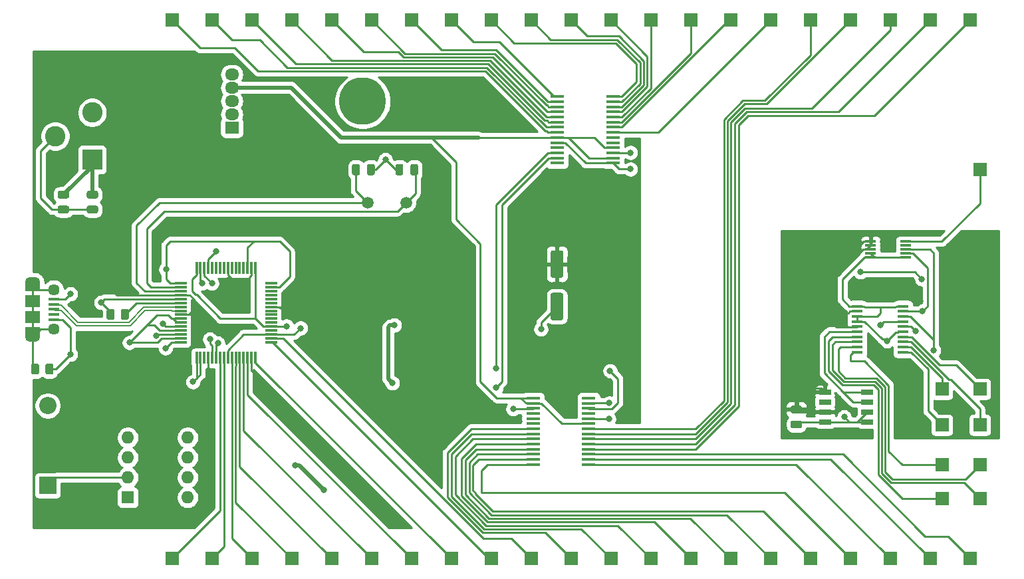
<source format=gtl>
G04 #@! TF.GenerationSoftware,KiCad,Pcbnew,(5.1.7)-1*
G04 #@! TF.CreationDate,2020-11-10T12:30:43-06:00*
G04 #@! TF.ProjectId,MCU breakout board,4d435520-6272-4656-916b-6f757420626f,rev?*
G04 #@! TF.SameCoordinates,Original*
G04 #@! TF.FileFunction,Copper,L1,Top*
G04 #@! TF.FilePolarity,Positive*
%FSLAX46Y46*%
G04 Gerber Fmt 4.6, Leading zero omitted, Abs format (unit mm)*
G04 Created by KiCad (PCBNEW (5.1.7)-1) date 2020-11-10 12:30:43*
%MOMM*%
%LPD*%
G01*
G04 APERTURE LIST*
G04 #@! TA.AperFunction,ComponentPad*
%ADD10O,1.800000X1.500000*%
G04 #@! TD*
G04 #@! TA.AperFunction,ComponentPad*
%ADD11R,1.800000X1.500000*%
G04 #@! TD*
G04 #@! TA.AperFunction,ComponentPad*
%ADD12O,6.000000X6.000000*%
G04 #@! TD*
G04 #@! TA.AperFunction,ComponentPad*
%ADD13R,1.700000X1.700000*%
G04 #@! TD*
G04 #@! TA.AperFunction,ComponentPad*
%ADD14R,1.600000X1.600000*%
G04 #@! TD*
G04 #@! TA.AperFunction,ComponentPad*
%ADD15O,1.600000X1.600000*%
G04 #@! TD*
G04 #@! TA.AperFunction,SMDPad,CuDef*
%ADD16R,1.800000X0.450000*%
G04 #@! TD*
G04 #@! TA.AperFunction,ComponentPad*
%ADD17R,2.200000X2.200000*%
G04 #@! TD*
G04 #@! TA.AperFunction,ComponentPad*
%ADD18O,2.200000X2.200000*%
G04 #@! TD*
G04 #@! TA.AperFunction,SMDPad,CuDef*
%ADD19R,1.500000X0.650000*%
G04 #@! TD*
G04 #@! TA.AperFunction,SMDPad,CuDef*
%ADD20R,1.500000X0.300000*%
G04 #@! TD*
G04 #@! TA.AperFunction,SMDPad,CuDef*
%ADD21R,0.300000X1.500000*%
G04 #@! TD*
G04 #@! TA.AperFunction,SMDPad,CuDef*
%ADD22R,1.475000X0.450000*%
G04 #@! TD*
G04 #@! TA.AperFunction,ComponentPad*
%ADD23R,2.600000X2.600000*%
G04 #@! TD*
G04 #@! TA.AperFunction,ComponentPad*
%ADD24C,2.600000*%
G04 #@! TD*
G04 #@! TA.AperFunction,SMDPad,CuDef*
%ADD25R,1.900000X1.500000*%
G04 #@! TD*
G04 #@! TA.AperFunction,ComponentPad*
%ADD26C,1.450000*%
G04 #@! TD*
G04 #@! TA.AperFunction,SMDPad,CuDef*
%ADD27R,1.350000X0.400000*%
G04 #@! TD*
G04 #@! TA.AperFunction,ComponentPad*
%ADD28O,1.900000X1.200000*%
G04 #@! TD*
G04 #@! TA.AperFunction,SMDPad,CuDef*
%ADD29R,1.900000X1.200000*%
G04 #@! TD*
G04 #@! TA.AperFunction,ComponentPad*
%ADD30C,1.500000*%
G04 #@! TD*
G04 #@! TA.AperFunction,SMDPad,CuDef*
%ADD31R,1.450000X0.300000*%
G04 #@! TD*
G04 #@! TA.AperFunction,ViaPad*
%ADD32C,0.800000*%
G04 #@! TD*
G04 #@! TA.AperFunction,Conductor*
%ADD33C,0.250000*%
G04 #@! TD*
G04 #@! TA.AperFunction,Conductor*
%ADD34C,0.500000*%
G04 #@! TD*
G04 #@! TA.AperFunction,Conductor*
%ADD35C,0.200000*%
G04 #@! TD*
G04 #@! TA.AperFunction,Conductor*
%ADD36C,0.254000*%
G04 #@! TD*
G04 #@! TA.AperFunction,Conductor*
%ADD37C,0.100000*%
G04 #@! TD*
G04 APERTURE END LIST*
D10*
G04 #@! TO.P,U3,5*
G04 #@! TO.N,Net-(R10-Pad2)*
X78740000Y-90736000D03*
G04 #@! TO.P,U3,4*
G04 #@! TO.N,4V*
X78740000Y-92436000D03*
G04 #@! TO.P,U3,3*
G04 #@! TO.N,AnalogGround*
X78740000Y-94136000D03*
G04 #@! TO.P,U3,2*
G04 #@! TO.N,ExtPower*
X78740000Y-95836000D03*
D11*
G04 #@! TO.P,U3,1*
X78740000Y-97536000D03*
D12*
G04 #@! TO.P,U3,6*
G04 #@! TO.N,AnalogGround*
X95400000Y-94136000D03*
G04 #@! TD*
G04 #@! TO.P,C16,1*
G04 #@! TO.N,3.3V*
G04 #@! TA.AperFunction,SMDPad,CuDef*
G36*
G01*
X119592000Y-113152000D02*
X120692000Y-113152000D01*
G75*
G02*
X120942000Y-113402000I0J-250000D01*
G01*
X120942000Y-116402000D01*
G75*
G02*
X120692000Y-116652000I-250000J0D01*
G01*
X119592000Y-116652000D01*
G75*
G02*
X119342000Y-116402000I0J250000D01*
G01*
X119342000Y-113402000D01*
G75*
G02*
X119592000Y-113152000I250000J0D01*
G01*
G37*
G04 #@! TD.AperFunction*
G04 #@! TO.P,C16,2*
G04 #@! TO.N,AnalogGround*
G04 #@! TA.AperFunction,SMDPad,CuDef*
G36*
G01*
X119592000Y-118552000D02*
X120692000Y-118552000D01*
G75*
G02*
X120942000Y-118802000I0J-250000D01*
G01*
X120942000Y-121802000D01*
G75*
G02*
X120692000Y-122052000I-250000J0D01*
G01*
X119592000Y-122052000D01*
G75*
G02*
X119342000Y-121802000I0J250000D01*
G01*
X119342000Y-118802000D01*
G75*
G02*
X119592000Y-118552000I250000J0D01*
G01*
G37*
G04 #@! TD.AperFunction*
G04 #@! TD*
D13*
G04 #@! TO.P,P2,1*
G04 #@! TO.N,Net-(IC6-Pad7)*
X169164000Y-144780000D03*
G04 #@! TD*
D14*
G04 #@! TO.P,U2,1*
G04 #@! TO.N,Net-(R4-Pad1)*
X65510000Y-144630000D03*
D15*
G04 #@! TO.P,U2,5*
G04 #@! TO.N,Net-(R7-Pad2)*
X73130000Y-137010000D03*
G04 #@! TO.P,U2,2*
G04 #@! TO.N,Net-(D1-Pad1)*
X65510000Y-142090000D03*
G04 #@! TO.P,U2,6*
G04 #@! TO.N,VBus*
X73130000Y-139550000D03*
G04 #@! TO.P,U2,3*
G04 #@! TO.N,Net-(C12-Pad2)*
X65510000Y-139550000D03*
G04 #@! TO.P,U2,7*
G04 #@! TO.N,Net-(R4-Pad1)*
X73130000Y-142090000D03*
G04 #@! TO.P,U2,4*
G04 #@! TO.N,AnalogGround*
X65510000Y-137010000D03*
G04 #@! TO.P,U2,8*
G04 #@! TO.N,Net-(R4-Pad1)*
X73130000Y-144630000D03*
G04 #@! TD*
D16*
G04 #@! TO.P,IC8,28*
G04 #@! TO.N,Net-(IC8-Pad28)*
X127250000Y-93575000D03*
G04 #@! TO.P,IC8,27*
G04 #@! TO.N,Net-(IC8-Pad27)*
X127250000Y-94225000D03*
G04 #@! TO.P,IC8,26*
G04 #@! TO.N,Net-(IC8-Pad26)*
X127250000Y-94875000D03*
G04 #@! TO.P,IC8,25*
G04 #@! TO.N,Net-(IC8-Pad25)*
X127250000Y-95525000D03*
G04 #@! TO.P,IC8,24*
G04 #@! TO.N,Net-(IC8-Pad24)*
X127250000Y-96175000D03*
G04 #@! TO.P,IC8,23*
G04 #@! TO.N,Net-(IC8-Pad23)*
X127250000Y-96825000D03*
G04 #@! TO.P,IC8,22*
G04 #@! TO.N,Net-(IC8-Pad22)*
X127250000Y-97475000D03*
G04 #@! TO.P,IC8,21*
G04 #@! TO.N,Net-(IC8-Pad21)*
X127250000Y-98125000D03*
G04 #@! TO.P,IC8,20*
G04 #@! TO.N,Net-(IC8-Pad20)*
X127250000Y-98775000D03*
G04 #@! TO.P,IC8,19*
G04 #@! TO.N,Net-(IC8-Pad19)*
X127250000Y-99425000D03*
G04 #@! TO.P,IC8,18*
G04 #@! TO.N,4V*
X127250000Y-100075000D03*
G04 #@! TO.P,IC8,17*
G04 #@! TO.N,AnalogGround*
X127250000Y-100725000D03*
G04 #@! TO.P,IC8,16*
G04 #@! TO.N,4V*
X127250000Y-101375000D03*
G04 #@! TO.P,IC8,15*
G04 #@! TO.N,AnalogGround*
X127250000Y-102025000D03*
G04 #@! TO.P,IC8,14*
G04 #@! TO.N,Net-(IC8-Pad14)*
X120150000Y-102025000D03*
G04 #@! TO.P,IC8,13*
G04 #@! TO.N,I2C_Data*
X120150000Y-101375000D03*
G04 #@! TO.P,IC8,12*
G04 #@! TO.N,I2C_Clock*
X120150000Y-100725000D03*
G04 #@! TO.P,IC8,11*
G04 #@! TO.N,Net-(IC8-Pad11)*
X120150000Y-100075000D03*
G04 #@! TO.P,IC8,10*
G04 #@! TO.N,AnalogGround*
X120150000Y-99425000D03*
G04 #@! TO.P,IC8,9*
G04 #@! TO.N,4V*
X120150000Y-98775000D03*
G04 #@! TO.P,IC8,8*
G04 #@! TO.N,Net-(IC8-Pad8)*
X120150000Y-98125000D03*
G04 #@! TO.P,IC8,7*
G04 #@! TO.N,Net-(IC8-Pad7)*
X120150000Y-97475000D03*
G04 #@! TO.P,IC8,6*
G04 #@! TO.N,Net-(IC8-Pad6)*
X120150000Y-96825000D03*
G04 #@! TO.P,IC8,5*
G04 #@! TO.N,Net-(IC8-Pad5)*
X120150000Y-96175000D03*
G04 #@! TO.P,IC8,4*
G04 #@! TO.N,Net-(IC8-Pad4)*
X120150000Y-95525000D03*
G04 #@! TO.P,IC8,3*
G04 #@! TO.N,Net-(IC8-Pad3)*
X120150000Y-94875000D03*
G04 #@! TO.P,IC8,2*
G04 #@! TO.N,Net-(IC8-Pad2)*
X120150000Y-94225000D03*
G04 #@! TO.P,IC8,1*
G04 #@! TO.N,Net-(IC8-Pad1)*
X120150000Y-93575000D03*
G04 #@! TD*
G04 #@! TO.P,C6,2*
G04 #@! TO.N,AnalogGround*
G04 #@! TA.AperFunction,SMDPad,CuDef*
G36*
G01*
X100576000Y-102395000D02*
X100576000Y-103345000D01*
G75*
G02*
X100326000Y-103595000I-250000J0D01*
G01*
X99826000Y-103595000D01*
G75*
G02*
X99576000Y-103345000I0J250000D01*
G01*
X99576000Y-102395000D01*
G75*
G02*
X99826000Y-102145000I250000J0D01*
G01*
X100326000Y-102145000D01*
G75*
G02*
X100576000Y-102395000I0J-250000D01*
G01*
G37*
G04 #@! TD.AperFunction*
G04 #@! TO.P,C6,1*
G04 #@! TO.N,GlobalOscIn*
G04 #@! TA.AperFunction,SMDPad,CuDef*
G36*
G01*
X102476000Y-102395000D02*
X102476000Y-103345000D01*
G75*
G02*
X102226000Y-103595000I-250000J0D01*
G01*
X101726000Y-103595000D01*
G75*
G02*
X101476000Y-103345000I0J250000D01*
G01*
X101476000Y-102395000D01*
G75*
G02*
X101726000Y-102145000I250000J0D01*
G01*
X102226000Y-102145000D01*
G75*
G02*
X102476000Y-102395000I0J-250000D01*
G01*
G37*
G04 #@! TD.AperFunction*
G04 #@! TD*
G04 #@! TO.P,C7,1*
G04 #@! TO.N,GlobalOscOut*
G04 #@! TA.AperFunction,SMDPad,CuDef*
G36*
G01*
X94054000Y-103345000D02*
X94054000Y-102395000D01*
G75*
G02*
X94304000Y-102145000I250000J0D01*
G01*
X94804000Y-102145000D01*
G75*
G02*
X95054000Y-102395000I0J-250000D01*
G01*
X95054000Y-103345000D01*
G75*
G02*
X94804000Y-103595000I-250000J0D01*
G01*
X94304000Y-103595000D01*
G75*
G02*
X94054000Y-103345000I0J250000D01*
G01*
G37*
G04 #@! TD.AperFunction*
G04 #@! TO.P,C7,2*
G04 #@! TO.N,AnalogGround*
G04 #@! TA.AperFunction,SMDPad,CuDef*
G36*
G01*
X95954000Y-103345000D02*
X95954000Y-102395000D01*
G75*
G02*
X96204000Y-102145000I250000J0D01*
G01*
X96704000Y-102145000D01*
G75*
G02*
X96954000Y-102395000I0J-250000D01*
G01*
X96954000Y-103345000D01*
G75*
G02*
X96704000Y-103595000I-250000J0D01*
G01*
X96204000Y-103595000D01*
G75*
G02*
X95954000Y-103345000I0J250000D01*
G01*
G37*
G04 #@! TD.AperFunction*
G04 #@! TD*
G04 #@! TO.P,C13,2*
G04 #@! TO.N,AnalogGround*
G04 #@! TA.AperFunction,SMDPad,CuDef*
G36*
G01*
X150147000Y-134816000D02*
X151097000Y-134816000D01*
G75*
G02*
X151347000Y-135066000I0J-250000D01*
G01*
X151347000Y-135566000D01*
G75*
G02*
X151097000Y-135816000I-250000J0D01*
G01*
X150147000Y-135816000D01*
G75*
G02*
X149897000Y-135566000I0J250000D01*
G01*
X149897000Y-135066000D01*
G75*
G02*
X150147000Y-134816000I250000J0D01*
G01*
G37*
G04 #@! TD.AperFunction*
G04 #@! TO.P,C13,1*
G04 #@! TO.N,Analog3.3V*
G04 #@! TA.AperFunction,SMDPad,CuDef*
G36*
G01*
X150147000Y-132916000D02*
X151097000Y-132916000D01*
G75*
G02*
X151347000Y-133166000I0J-250000D01*
G01*
X151347000Y-133666000D01*
G75*
G02*
X151097000Y-133916000I-250000J0D01*
G01*
X150147000Y-133916000D01*
G75*
G02*
X149897000Y-133666000I0J250000D01*
G01*
X149897000Y-133166000D01*
G75*
G02*
X150147000Y-132916000I250000J0D01*
G01*
G37*
G04 #@! TD.AperFunction*
G04 #@! TD*
G04 #@! TO.P,C15,2*
G04 #@! TO.N,AnalogGround*
G04 #@! TA.AperFunction,SMDPad,CuDef*
G36*
G01*
X60525000Y-107450000D02*
X61475000Y-107450000D01*
G75*
G02*
X61725000Y-107700000I0J-250000D01*
G01*
X61725000Y-108200000D01*
G75*
G02*
X61475000Y-108450000I-250000J0D01*
G01*
X60525000Y-108450000D01*
G75*
G02*
X60275000Y-108200000I0J250000D01*
G01*
X60275000Y-107700000D01*
G75*
G02*
X60525000Y-107450000I250000J0D01*
G01*
G37*
G04 #@! TD.AperFunction*
G04 #@! TO.P,C15,1*
G04 #@! TO.N,ExtPower*
G04 #@! TA.AperFunction,SMDPad,CuDef*
G36*
G01*
X60525000Y-105550000D02*
X61475000Y-105550000D01*
G75*
G02*
X61725000Y-105800000I0J-250000D01*
G01*
X61725000Y-106300000D01*
G75*
G02*
X61475000Y-106550000I-250000J0D01*
G01*
X60525000Y-106550000D01*
G75*
G02*
X60275000Y-106300000I0J250000D01*
G01*
X60275000Y-105800000D01*
G75*
G02*
X60525000Y-105550000I250000J0D01*
G01*
G37*
G04 #@! TD.AperFunction*
G04 #@! TD*
G04 #@! TO.P,C21,1*
G04 #@! TO.N,ExtPower*
G04 #@! TA.AperFunction,SMDPad,CuDef*
G36*
G01*
X56825000Y-105550000D02*
X57775000Y-105550000D01*
G75*
G02*
X58025000Y-105800000I0J-250000D01*
G01*
X58025000Y-106300000D01*
G75*
G02*
X57775000Y-106550000I-250000J0D01*
G01*
X56825000Y-106550000D01*
G75*
G02*
X56575000Y-106300000I0J250000D01*
G01*
X56575000Y-105800000D01*
G75*
G02*
X56825000Y-105550000I250000J0D01*
G01*
G37*
G04 #@! TD.AperFunction*
G04 #@! TO.P,C21,2*
G04 #@! TO.N,AnalogGround*
G04 #@! TA.AperFunction,SMDPad,CuDef*
G36*
G01*
X56825000Y-107450000D02*
X57775000Y-107450000D01*
G75*
G02*
X58025000Y-107700000I0J-250000D01*
G01*
X58025000Y-108200000D01*
G75*
G02*
X57775000Y-108450000I-250000J0D01*
G01*
X56825000Y-108450000D01*
G75*
G02*
X56575000Y-108200000I0J250000D01*
G01*
X56575000Y-107700000D01*
G75*
G02*
X56825000Y-107450000I250000J0D01*
G01*
G37*
G04 #@! TD.AperFunction*
G04 #@! TD*
D17*
G04 #@! TO.P,D1,1*
G04 #@! TO.N,Net-(D1-Pad1)*
X55300000Y-143100000D03*
D18*
G04 #@! TO.P,D1,2*
G04 #@! TO.N,AnalogGround*
X55300000Y-132940000D03*
G04 #@! TD*
D19*
G04 #@! TO.P,IC4,8*
G04 #@! TO.N,Net-(IC4-Pad7)*
X159672000Y-131191000D03*
G04 #@! TO.P,IC4,7*
X159672000Y-132461000D03*
G04 #@! TO.P,IC4,6*
G04 #@! TO.N,AnalogGround*
X159672000Y-133731000D03*
G04 #@! TO.P,IC4,5*
X159672000Y-135001000D03*
G04 #@! TO.P,IC4,4*
X154272000Y-135001000D03*
G04 #@! TO.P,IC4,3*
G04 #@! TO.N,Analog3.3V*
X154272000Y-133731000D03*
G04 #@! TO.P,IC4,2*
G04 #@! TO.N,Net-(IC4-Pad2)*
X154272000Y-132461000D03*
G04 #@! TO.P,IC4,1*
G04 #@! TO.N,Analog3.3V*
X154272000Y-131191000D03*
G04 #@! TD*
D20*
G04 #@! TO.P,IC5,1*
G04 #@! TO.N,AnalogGround*
X72250000Y-117350000D03*
G04 #@! TO.P,IC5,2*
G04 #@! TO.N,GlobalOscIn*
X72250000Y-117850000D03*
G04 #@! TO.P,IC5,3*
G04 #@! TO.N,GlobalOscOut*
X72250000Y-118350000D03*
G04 #@! TO.P,IC5,4*
G04 #@! TO.N,3.3V*
X72250000Y-118850000D03*
G04 #@! TO.P,IC5,5*
G04 #@! TO.N,AnalogGround*
X72250000Y-119350000D03*
G04 #@! TO.P,IC5,6*
G04 #@! TO.N,Net-(IC5-Pad6)*
X72250000Y-119850000D03*
G04 #@! TO.P,IC5,7*
G04 #@! TO.N,USB_N*
X72250000Y-120350000D03*
G04 #@! TO.P,IC5,8*
G04 #@! TO.N,USB_P*
X72250000Y-120850000D03*
G04 #@! TO.P,IC5,9*
G04 #@! TO.N,3.3V*
X72250000Y-121350000D03*
G04 #@! TO.P,IC5,10*
G04 #@! TO.N,AnalogGround*
X72250000Y-121850000D03*
G04 #@! TO.P,IC5,11*
X72250000Y-122350000D03*
G04 #@! TO.P,IC5,12*
G04 #@! TO.N,1.8V*
X72250000Y-122850000D03*
G04 #@! TO.P,IC5,13*
G04 #@! TO.N,AnalogGround*
X72250000Y-123350000D03*
G04 #@! TO.P,IC5,14*
G04 #@! TO.N,Net-(IC5-Pad14)*
X72250000Y-123850000D03*
G04 #@! TO.P,IC5,15*
G04 #@! TO.N,AnalogGround*
X72250000Y-124350000D03*
G04 #@! TO.P,IC5,16*
G04 #@! TO.N,I2C_Clock*
X72250000Y-124850000D03*
D21*
G04 #@! TO.P,IC5,17*
G04 #@! TO.N,I2C_Data*
X74250000Y-126850000D03*
G04 #@! TO.P,IC5,18*
X74750000Y-126850000D03*
G04 #@! TO.P,IC5,19*
G04 #@! TO.N,Net-(IC5-Pad19)*
X75250000Y-126850000D03*
G04 #@! TO.P,IC5,20*
G04 #@! TO.N,3.3V*
X75750000Y-126850000D03*
G04 #@! TO.P,IC5,21*
G04 #@! TO.N,Net-(IC5-Pad21)*
X76250000Y-126850000D03*
G04 #@! TO.P,IC5,22*
G04 #@! TO.N,Net-(IC5-Pad22)*
X76750000Y-126850000D03*
G04 #@! TO.P,IC5,23*
G04 #@! TO.N,Net-(IC5-Pad23)*
X77250000Y-126850000D03*
G04 #@! TO.P,IC5,24*
G04 #@! TO.N,Net-(IC5-Pad24)*
X77750000Y-126850000D03*
G04 #@! TO.P,IC5,25*
G04 #@! TO.N,AnalogGround*
X78250000Y-126850000D03*
G04 #@! TO.P,IC5,26*
G04 #@! TO.N,Net-(IC5-Pad26)*
X78750000Y-126850000D03*
G04 #@! TO.P,IC5,27*
G04 #@! TO.N,Net-(IC5-Pad27)*
X79250000Y-126850000D03*
G04 #@! TO.P,IC5,28*
G04 #@! TO.N,Net-(IC5-Pad28)*
X79750000Y-126850000D03*
G04 #@! TO.P,IC5,29*
G04 #@! TO.N,Net-(IC5-Pad29)*
X80250000Y-126850000D03*
G04 #@! TO.P,IC5,30*
G04 #@! TO.N,Net-(IC5-Pad30)*
X80750000Y-126850000D03*
G04 #@! TO.P,IC5,31*
G04 #@! TO.N,3.3V*
X81250000Y-126850000D03*
G04 #@! TO.P,IC5,32*
G04 #@! TO.N,Net-(IC5-Pad32)*
X81750000Y-126850000D03*
D20*
G04 #@! TO.P,IC5,33*
G04 #@! TO.N,Net-(IC5-Pad33)*
X83750000Y-124850000D03*
G04 #@! TO.P,IC5,34*
G04 #@! TO.N,Net-(IC5-Pad34)*
X83750000Y-124350000D03*
G04 #@! TO.P,IC5,35*
G04 #@! TO.N,AnalogGround*
X83750000Y-123850000D03*
G04 #@! TO.P,IC5,36*
G04 #@! TO.N,Net-(IC5-Pad36)*
X83750000Y-123350000D03*
G04 #@! TO.P,IC5,37*
G04 #@! TO.N,1.8V*
X83750000Y-122850000D03*
G04 #@! TO.P,IC5,38*
G04 #@! TO.N,Net-(IC5-Pad38)*
X83750000Y-122350000D03*
G04 #@! TO.P,IC5,39*
G04 #@! TO.N,Net-(IC5-Pad39)*
X83750000Y-121850000D03*
G04 #@! TO.P,IC5,40*
G04 #@! TO.N,Net-(IC5-Pad40)*
X83750000Y-121350000D03*
G04 #@! TO.P,IC5,41*
G04 #@! TO.N,Net-(IC5-Pad41)*
X83750000Y-120850000D03*
G04 #@! TO.P,IC5,42*
G04 #@! TO.N,3.3V*
X83750000Y-120350000D03*
G04 #@! TO.P,IC5,43*
G04 #@! TO.N,Net-(IC5-Pad43)*
X83750000Y-119850000D03*
G04 #@! TO.P,IC5,44*
G04 #@! TO.N,Net-(IC5-Pad44)*
X83750000Y-119350000D03*
G04 #@! TO.P,IC5,45*
G04 #@! TO.N,Net-(IC5-Pad45)*
X83750000Y-118850000D03*
G04 #@! TO.P,IC5,46*
G04 #@! TO.N,Net-(IC5-Pad46)*
X83750000Y-118350000D03*
G04 #@! TO.P,IC5,47*
G04 #@! TO.N,AnalogGround*
X83750000Y-117850000D03*
G04 #@! TO.P,IC5,48*
G04 #@! TO.N,Net-(IC5-Pad48)*
X83750000Y-117350000D03*
D21*
G04 #@! TO.P,IC5,49*
G04 #@! TO.N,1.8V*
X81750000Y-115350000D03*
G04 #@! TO.P,IC5,50*
G04 #@! TO.N,3.3V*
X81250000Y-115350000D03*
G04 #@! TO.P,IC5,51*
G04 #@! TO.N,AnalogGround*
X80750000Y-115350000D03*
G04 #@! TO.P,IC5,52*
G04 #@! TO.N,Net-(IC5-Pad52)*
X80250000Y-115350000D03*
G04 #@! TO.P,IC5,53*
G04 #@! TO.N,Net-(IC5-Pad53)*
X79750000Y-115350000D03*
G04 #@! TO.P,IC5,54*
G04 #@! TO.N,Net-(IC5-Pad54)*
X79250000Y-115350000D03*
G04 #@! TO.P,IC5,55*
G04 #@! TO.N,Net-(IC5-Pad55)*
X78750000Y-115350000D03*
G04 #@! TO.P,IC5,56*
G04 #@! TO.N,3.3V*
X78250000Y-115350000D03*
G04 #@! TO.P,IC5,57*
G04 #@! TO.N,Net-(IC5-Pad57)*
X77750000Y-115350000D03*
G04 #@! TO.P,IC5,58*
G04 #@! TO.N,Net-(IC5-Pad58)*
X77250000Y-115350000D03*
G04 #@! TO.P,IC5,59*
G04 #@! TO.N,Net-(IC5-Pad59)*
X76750000Y-115350000D03*
G04 #@! TO.P,IC5,60*
G04 #@! TO.N,Net-(IC5-Pad60)*
X76250000Y-115350000D03*
G04 #@! TO.P,IC5,61*
G04 #@! TO.N,ROM_DATA*
X75750000Y-115350000D03*
G04 #@! TO.P,IC5,62*
G04 #@! TO.N,ROM_CLK*
X75250000Y-115350000D03*
G04 #@! TO.P,IC5,63*
G04 #@! TO.N,ROM_CS*
X74750000Y-115350000D03*
G04 #@! TO.P,IC5,64*
G04 #@! TO.N,1.8V*
X74250000Y-115350000D03*
G04 #@! TD*
D22*
G04 #@! TO.P,IC6,1*
G04 #@! TO.N,AnalogGround*
X158352000Y-120265000D03*
G04 #@! TO.P,IC6,2*
G04 #@! TO.N,Analog3.3V*
X158352000Y-120915000D03*
G04 #@! TO.P,IC6,3*
G04 #@! TO.N,AnalogGround*
X158352000Y-121565000D03*
G04 #@! TO.P,IC6,4*
X158352000Y-122215000D03*
G04 #@! TO.P,IC6,5*
G04 #@! TO.N,Analog3.3V*
X158352000Y-122865000D03*
G04 #@! TO.P,IC6,6*
G04 #@! TO.N,Net-(IC4-Pad7)*
X158352000Y-123515000D03*
G04 #@! TO.P,IC6,7*
G04 #@! TO.N,Net-(IC6-Pad7)*
X158352000Y-124165000D03*
G04 #@! TO.P,IC6,8*
G04 #@! TO.N,Net-(IC6-Pad8)*
X158352000Y-124815000D03*
G04 #@! TO.P,IC6,9*
G04 #@! TO.N,Net-(IC6-Pad9)*
X158352000Y-125465000D03*
G04 #@! TO.P,IC6,10*
G04 #@! TO.N,Net-(IC6-Pad10)*
X158352000Y-126115000D03*
G04 #@! TO.P,IC6,11*
G04 #@! TO.N,Net-(IC6-Pad11)*
X164228000Y-126115000D03*
G04 #@! TO.P,IC6,12*
G04 #@! TO.N,Net-(IC6-Pad12)*
X164228000Y-125465000D03*
G04 #@! TO.P,IC6,13*
G04 #@! TO.N,Net-(IC6-Pad13)*
X164228000Y-124815000D03*
G04 #@! TO.P,IC6,14*
G04 #@! TO.N,Net-(IC6-Pad14)*
X164228000Y-124165000D03*
G04 #@! TO.P,IC6,15*
G04 #@! TO.N,AnalogGround*
X164228000Y-123515000D03*
G04 #@! TO.P,IC6,16*
G04 #@! TO.N,Net-(IC5-Pad22)*
X164228000Y-122865000D03*
G04 #@! TO.P,IC6,17*
G04 #@! TO.N,Net-(IC5-Pad21)*
X164228000Y-122215000D03*
G04 #@! TO.P,IC6,18*
G04 #@! TO.N,I2C_Data*
X164228000Y-121565000D03*
G04 #@! TO.P,IC6,19*
G04 #@! TO.N,I2C_Clock*
X164228000Y-120915000D03*
G04 #@! TO.P,IC6,20*
G04 #@! TO.N,AnalogGround*
X164228000Y-120265000D03*
G04 #@! TD*
D16*
G04 #@! TO.P,IC7,1*
G04 #@! TO.N,Net-(IC7-Pad1)*
X124200000Y-140415000D03*
G04 #@! TO.P,IC7,2*
G04 #@! TO.N,Net-(IC7-Pad2)*
X124200000Y-139765000D03*
G04 #@! TO.P,IC7,3*
G04 #@! TO.N,Net-(IC7-Pad3)*
X124200000Y-139115000D03*
G04 #@! TO.P,IC7,4*
G04 #@! TO.N,Net-(IC7-Pad4)*
X124200000Y-138465000D03*
G04 #@! TO.P,IC7,5*
G04 #@! TO.N,Net-(IC7-Pad5)*
X124200000Y-137815000D03*
G04 #@! TO.P,IC7,6*
G04 #@! TO.N,Net-(IC7-Pad6)*
X124200000Y-137165000D03*
G04 #@! TO.P,IC7,7*
G04 #@! TO.N,Net-(IC7-Pad7)*
X124200000Y-136515000D03*
G04 #@! TO.P,IC7,8*
G04 #@! TO.N,Net-(IC7-Pad8)*
X124200000Y-135865000D03*
G04 #@! TO.P,IC7,9*
G04 #@! TO.N,4V*
X124200000Y-135215000D03*
G04 #@! TO.P,IC7,10*
G04 #@! TO.N,AnalogGround*
X124200000Y-134565000D03*
G04 #@! TO.P,IC7,11*
G04 #@! TO.N,Net-(IC7-Pad11)*
X124200000Y-133915000D03*
G04 #@! TO.P,IC7,12*
G04 #@! TO.N,I2C_Clock*
X124200000Y-133265000D03*
G04 #@! TO.P,IC7,13*
G04 #@! TO.N,I2C_Data*
X124200000Y-132615000D03*
G04 #@! TO.P,IC7,14*
G04 #@! TO.N,Net-(IC7-Pad14)*
X124200000Y-131965000D03*
G04 #@! TO.P,IC7,15*
G04 #@! TO.N,4V*
X117100000Y-131965000D03*
G04 #@! TO.P,IC7,16*
X117100000Y-132615000D03*
G04 #@! TO.P,IC7,17*
G04 #@! TO.N,AnalogGround*
X117100000Y-133265000D03*
G04 #@! TO.P,IC7,18*
G04 #@! TO.N,Net-(IC7-Pad18)*
X117100000Y-133915000D03*
G04 #@! TO.P,IC7,19*
G04 #@! TO.N,Net-(IC7-Pad19)*
X117100000Y-134565000D03*
G04 #@! TO.P,IC7,20*
G04 #@! TO.N,Net-(IC7-Pad20)*
X117100000Y-135215000D03*
G04 #@! TO.P,IC7,21*
G04 #@! TO.N,Net-(IC7-Pad21)*
X117100000Y-135865000D03*
G04 #@! TO.P,IC7,22*
G04 #@! TO.N,Net-(IC7-Pad22)*
X117100000Y-136515000D03*
G04 #@! TO.P,IC7,23*
G04 #@! TO.N,Net-(IC7-Pad23)*
X117100000Y-137165000D03*
G04 #@! TO.P,IC7,24*
G04 #@! TO.N,Net-(IC7-Pad24)*
X117100000Y-137815000D03*
G04 #@! TO.P,IC7,25*
G04 #@! TO.N,Net-(IC7-Pad25)*
X117100000Y-138465000D03*
G04 #@! TO.P,IC7,26*
G04 #@! TO.N,Net-(IC7-Pad26)*
X117100000Y-139115000D03*
G04 #@! TO.P,IC7,27*
G04 #@! TO.N,Net-(IC7-Pad27)*
X117100000Y-139765000D03*
G04 #@! TO.P,IC7,28*
G04 #@! TO.N,Net-(IC7-Pad28)*
X117100000Y-140415000D03*
G04 #@! TD*
D23*
G04 #@! TO.P,J1,1*
G04 #@! TO.N,ExtPower*
X60960000Y-101600000D03*
D24*
G04 #@! TO.P,J1,2*
G04 #@! TO.N,AnalogGround*
X60960000Y-95600000D03*
G04 #@! TO.P,J1,3*
X56260000Y-98600000D03*
G04 #@! TD*
D25*
G04 #@! TO.P,J2,6*
G04 #@! TO.N,Net-(J2-Pad6)*
X53372500Y-121650000D03*
D26*
X56072500Y-118150000D03*
D27*
G04 #@! TO.P,J2,2*
G04 #@! TO.N,USB_N*
X56072500Y-120000000D03*
G04 #@! TO.P,J2,1*
G04 #@! TO.N,VBus*
X56072500Y-119350000D03*
G04 #@! TO.P,J2,5*
G04 #@! TO.N,AnalogGround*
X56072500Y-121950000D03*
G04 #@! TO.P,J2,4*
G04 #@! TO.N,Net-(J2-Pad4)*
X56072500Y-121300000D03*
G04 #@! TO.P,J2,3*
G04 #@! TO.N,USB_P*
X56072500Y-120650000D03*
D26*
G04 #@! TO.P,J2,6*
G04 #@! TO.N,Net-(J2-Pad6)*
X56072500Y-123150000D03*
D25*
X53372500Y-119650000D03*
D28*
X53372500Y-117150000D03*
X53372500Y-124150000D03*
D29*
X53372500Y-123550000D03*
X53372500Y-117750000D03*
G04 #@! TD*
D13*
G04 #@! TO.P,P3,1*
G04 #@! TO.N,Net-(IC5-Pad33)*
X111760000Y-152400000D03*
G04 #@! TD*
G04 #@! TO.P,P4,1*
G04 #@! TO.N,Net-(IC5-Pad32)*
X106680000Y-152400000D03*
G04 #@! TD*
G04 #@! TO.P,P5,1*
G04 #@! TO.N,Net-(IC5-Pad23)*
X71120000Y-152400000D03*
G04 #@! TD*
G04 #@! TO.P,P6,1*
G04 #@! TO.N,Net-(IC5-Pad24)*
X76200000Y-152400000D03*
G04 #@! TD*
G04 #@! TO.P,P7,1*
G04 #@! TO.N,Net-(IC5-Pad26)*
X81280000Y-152400000D03*
G04 #@! TD*
G04 #@! TO.P,P8,1*
G04 #@! TO.N,Net-(IC5-Pad27)*
X86360000Y-152400000D03*
G04 #@! TD*
G04 #@! TO.P,P9,1*
G04 #@! TO.N,Net-(IC5-Pad28)*
X91440000Y-152400000D03*
G04 #@! TD*
G04 #@! TO.P,P10,1*
G04 #@! TO.N,Net-(IC5-Pad29)*
X96520000Y-152400000D03*
G04 #@! TD*
G04 #@! TO.P,P11,1*
G04 #@! TO.N,Net-(IC5-Pad30)*
X101600000Y-152400000D03*
G04 #@! TD*
G04 #@! TO.P,P13,1*
G04 #@! TO.N,Net-(IC7-Pad1)*
X162560000Y-152400000D03*
G04 #@! TD*
G04 #@! TO.P,P15,1*
G04 #@! TO.N,Net-(IC7-Pad3)*
X172720000Y-152400000D03*
G04 #@! TD*
G04 #@! TO.P,P16,1*
G04 #@! TO.N,Net-(IC7-Pad4)*
X172720000Y-83820000D03*
G04 #@! TD*
G04 #@! TO.P,P17,1*
G04 #@! TO.N,Net-(IC7-Pad5)*
X167640000Y-83820000D03*
G04 #@! TD*
G04 #@! TO.P,P18,1*
G04 #@! TO.N,Net-(IC7-Pad6)*
X162560000Y-83820000D03*
G04 #@! TD*
G04 #@! TO.P,P19,1*
G04 #@! TO.N,Net-(IC7-Pad28)*
X157480000Y-152400000D03*
G04 #@! TD*
G04 #@! TO.P,P20,1*
G04 #@! TO.N,Net-(IC7-Pad7)*
X157480000Y-83820000D03*
G04 #@! TD*
G04 #@! TO.P,P21,1*
G04 #@! TO.N,Net-(IC7-Pad27)*
X152400000Y-152400000D03*
G04 #@! TD*
G04 #@! TO.P,P22,1*
G04 #@! TO.N,Net-(IC7-Pad8)*
X152400000Y-83820000D03*
G04 #@! TD*
G04 #@! TO.P,P23,1*
G04 #@! TO.N,Net-(IC7-Pad26)*
X147320000Y-152400000D03*
G04 #@! TD*
G04 #@! TO.P,P24,1*
G04 #@! TO.N,Net-(IC7-Pad25)*
X142240000Y-152400000D03*
G04 #@! TD*
G04 #@! TO.P,P25,1*
G04 #@! TO.N,Net-(IC7-Pad24)*
X137160000Y-152400000D03*
G04 #@! TD*
G04 #@! TO.P,P26,1*
G04 #@! TO.N,Net-(IC7-Pad23)*
X132080000Y-152400000D03*
G04 #@! TD*
G04 #@! TO.P,P27,1*
G04 #@! TO.N,Net-(IC7-Pad22)*
X127000000Y-152400000D03*
G04 #@! TD*
G04 #@! TO.P,P28,1*
G04 #@! TO.N,Net-(IC7-Pad21)*
X121920000Y-152400000D03*
G04 #@! TD*
G04 #@! TO.P,P29,1*
G04 #@! TO.N,Net-(IC8-Pad1)*
X106680000Y-83820000D03*
G04 #@! TD*
G04 #@! TO.P,P30,1*
G04 #@! TO.N,Net-(IC8-Pad2)*
X101600000Y-83820000D03*
G04 #@! TD*
G04 #@! TO.P,P31,1*
G04 #@! TO.N,Net-(IC8-Pad3)*
X96520000Y-83820000D03*
G04 #@! TD*
G04 #@! TO.P,P32,1*
G04 #@! TO.N,Net-(IC8-Pad4)*
X91440000Y-83820000D03*
G04 #@! TD*
G04 #@! TO.P,P33,1*
G04 #@! TO.N,Net-(IC8-Pad5)*
X86360000Y-83820000D03*
G04 #@! TD*
G04 #@! TO.P,P34,1*
G04 #@! TO.N,Net-(IC8-Pad6)*
X81280000Y-83820000D03*
G04 #@! TD*
G04 #@! TO.P,P35,1*
G04 #@! TO.N,Net-(IC8-Pad28)*
X111760000Y-83820000D03*
G04 #@! TD*
G04 #@! TO.P,P36,1*
G04 #@! TO.N,Net-(IC8-Pad7)*
X76200000Y-83820000D03*
G04 #@! TD*
G04 #@! TO.P,P37,1*
G04 #@! TO.N,Net-(IC8-Pad27)*
X116840000Y-83820000D03*
G04 #@! TD*
G04 #@! TO.P,P38,1*
G04 #@! TO.N,Net-(IC8-Pad8)*
X71120000Y-83820000D03*
G04 #@! TD*
G04 #@! TO.P,P39,1*
G04 #@! TO.N,Net-(IC8-Pad26)*
X121920000Y-83820000D03*
G04 #@! TD*
G04 #@! TO.P,P40,1*
G04 #@! TO.N,Net-(IC8-Pad25)*
X127000000Y-83820000D03*
G04 #@! TD*
G04 #@! TO.P,P41,1*
G04 #@! TO.N,Net-(IC8-Pad24)*
X132080000Y-83820000D03*
G04 #@! TD*
G04 #@! TO.P,P42,1*
G04 #@! TO.N,Net-(IC8-Pad23)*
X137160000Y-83820000D03*
G04 #@! TD*
G04 #@! TO.P,P43,1*
G04 #@! TO.N,Net-(IC8-Pad22)*
X142240000Y-83820000D03*
G04 #@! TD*
G04 #@! TO.P,P44,1*
G04 #@! TO.N,Net-(IC8-Pad21)*
X147320000Y-83820000D03*
G04 #@! TD*
G04 #@! TO.P,R13,1*
G04 #@! TO.N,AnalogGround*
G04 #@! TA.AperFunction,SMDPad,CuDef*
G36*
G01*
X56035000Y-127819998D02*
X56035000Y-128720002D01*
G75*
G02*
X55785002Y-128970000I-249998J0D01*
G01*
X55259998Y-128970000D01*
G75*
G02*
X55010000Y-128720002I0J249998D01*
G01*
X55010000Y-127819998D01*
G75*
G02*
X55259998Y-127570000I249998J0D01*
G01*
X55785002Y-127570000D01*
G75*
G02*
X56035000Y-127819998I0J-249998D01*
G01*
G37*
G04 #@! TD.AperFunction*
G04 #@! TO.P,R13,2*
G04 #@! TO.N,Net-(J2-Pad6)*
G04 #@! TA.AperFunction,SMDPad,CuDef*
G36*
G01*
X54210000Y-127819998D02*
X54210000Y-128720002D01*
G75*
G02*
X53960002Y-128970000I-249998J0D01*
G01*
X53434998Y-128970000D01*
G75*
G02*
X53185000Y-128720002I0J249998D01*
G01*
X53185000Y-127819998D01*
G75*
G02*
X53434998Y-127570000I249998J0D01*
G01*
X53960002Y-127570000D01*
G75*
G02*
X54210000Y-127819998I0J-249998D01*
G01*
G37*
G04 #@! TD.AperFunction*
G04 #@! TD*
G04 #@! TO.P,R18,1*
G04 #@! TO.N,Net-(IC5-Pad6)*
G04 #@! TA.AperFunction,SMDPad,CuDef*
G36*
G01*
X65637500Y-120849998D02*
X65637500Y-121750002D01*
G75*
G02*
X65387502Y-122000000I-249998J0D01*
G01*
X64862498Y-122000000D01*
G75*
G02*
X64612500Y-121750002I0J249998D01*
G01*
X64612500Y-120849998D01*
G75*
G02*
X64862498Y-120600000I249998J0D01*
G01*
X65387502Y-120600000D01*
G75*
G02*
X65637500Y-120849998I0J-249998D01*
G01*
G37*
G04 #@! TD.AperFunction*
G04 #@! TO.P,R18,2*
G04 #@! TO.N,AnalogGround*
G04 #@! TA.AperFunction,SMDPad,CuDef*
G36*
G01*
X63812500Y-120849998D02*
X63812500Y-121750002D01*
G75*
G02*
X63562502Y-122000000I-249998J0D01*
G01*
X63037498Y-122000000D01*
G75*
G02*
X62787500Y-121750002I0J249998D01*
G01*
X62787500Y-120849998D01*
G75*
G02*
X63037498Y-120600000I249998J0D01*
G01*
X63562502Y-120600000D01*
G75*
G02*
X63812500Y-120849998I0J-249998D01*
G01*
G37*
G04 #@! TD.AperFunction*
G04 #@! TD*
D30*
G04 #@! TO.P,Y1,1*
G04 #@! TO.N,GlobalOscIn*
X100920000Y-107080000D03*
G04 #@! TO.P,Y1,2*
G04 #@! TO.N,GlobalOscOut*
X96040000Y-107080000D03*
G04 #@! TD*
D31*
G04 #@! TO.P,IC2,1*
G04 #@! TO.N,Analog3.3V*
X160081000Y-112030000D03*
G04 #@! TO.P,IC2,2*
X160081000Y-112530000D03*
G04 #@! TO.P,IC2,3*
X160081000Y-113030000D03*
G04 #@! TO.P,IC2,4*
G04 #@! TO.N,AnalogGround*
X160081000Y-113530000D03*
G04 #@! TO.P,IC2,5*
X160081000Y-114030000D03*
G04 #@! TO.P,IC2,6*
X164531000Y-114030000D03*
G04 #@! TO.P,IC2,7*
G04 #@! TO.N,I2C_Clock*
X164531000Y-113530000D03*
G04 #@! TO.P,IC2,8*
G04 #@! TO.N,I2C_Data*
X164531000Y-113030000D03*
G04 #@! TO.P,IC2,9*
G04 #@! TO.N,Net-(IC2-Pad9)*
X164531000Y-112530000D03*
G04 #@! TO.P,IC2,10*
G04 #@! TO.N,Net-(IC2-Pad10)*
X164531000Y-112030000D03*
G04 #@! TD*
D13*
G04 #@! TO.P,P1,1*
G04 #@! TO.N,Net-(IC2-Pad10)*
X173990000Y-102870000D03*
G04 #@! TD*
G04 #@! TO.P,P12,1*
G04 #@! TO.N,Net-(IC6-Pad8)*
X173990000Y-144780000D03*
G04 #@! TD*
G04 #@! TO.P,P45,1*
G04 #@! TO.N,Net-(IC6-Pad9)*
X173990000Y-140462000D03*
G04 #@! TD*
G04 #@! TO.P,P46,1*
G04 #@! TO.N,Net-(IC6-Pad10)*
X169164000Y-140462000D03*
G04 #@! TD*
G04 #@! TO.P,P47,1*
G04 #@! TO.N,Net-(IC6-Pad14)*
X173990000Y-130810000D03*
G04 #@! TD*
G04 #@! TO.P,P48,1*
G04 #@! TO.N,Net-(IC6-Pad13)*
X173990000Y-135382000D03*
G04 #@! TD*
G04 #@! TO.P,P49,1*
G04 #@! TO.N,Net-(IC6-Pad12)*
X169164000Y-130810000D03*
G04 #@! TD*
G04 #@! TO.P,P50,1*
G04 #@! TO.N,Net-(IC6-Pad11)*
X169164000Y-135382000D03*
G04 #@! TD*
G04 #@! TO.P,P14,1*
G04 #@! TO.N,Net-(IC7-Pad2)*
X167640000Y-152400000D03*
G04 #@! TD*
G04 #@! TO.P,P51,1*
G04 #@! TO.N,Net-(IC5-Pad34)*
X116840000Y-152400000D03*
G04 #@! TD*
D32*
G04 #@! TO.N,1.8V*
X70000000Y-122500000D03*
X85700000Y-122800000D03*
G04 #@! TO.N,AnalogGround*
X98298000Y-101600000D03*
X70358000Y-115570000D03*
X118110000Y-123190000D03*
X156718000Y-134366000D03*
X162179000Y-124688600D03*
X62100000Y-119800000D03*
X58200000Y-126400000D03*
X129500000Y-102800000D03*
X129500000Y-100700000D03*
X126746000Y-134620000D03*
X114554000Y-133350000D03*
X65700000Y-124900000D03*
X87503000Y-123063000D03*
X99441000Y-122682000D03*
X99187000Y-130048000D03*
X86839500Y-140560500D03*
X90424000Y-143637000D03*
G04 #@! TO.N,Analog3.3V*
X163449000Y-136525000D03*
X159512000Y-136525000D03*
X166402000Y-119602000D03*
X169327011Y-119724989D03*
G04 #@! TO.N,3.3V*
X80264000Y-119126000D03*
X76073000Y-130429000D03*
X82042000Y-129667000D03*
X91388250Y-139394250D03*
X68751000Y-128949000D03*
X89725500Y-119824500D03*
X102767010Y-118974990D03*
X116205000Y-114554000D03*
X86360000Y-120396000D03*
G04 #@! TO.N,VBus*
X58200000Y-118700000D03*
G04 #@! TO.N,ExtPower*
X166600000Y-116800000D03*
X158800000Y-115900000D03*
G04 #@! TO.N,Net-(IC5-Pad14)*
X69100000Y-124000000D03*
G04 #@! TO.N,I2C_Clock*
X126900000Y-128500000D03*
X166700000Y-120900000D03*
X112400000Y-128200000D03*
X70300000Y-125600000D03*
G04 #@! TO.N,I2C_Data*
X126800000Y-132600000D03*
X168100000Y-125900000D03*
X112400000Y-130600000D03*
X73800000Y-129900000D03*
G04 #@! TO.N,Net-(IC5-Pad21)*
X161290000Y-122682000D03*
X75946000Y-124460000D03*
G04 #@! TO.N,ROM_DATA*
X76708000Y-113284000D03*
G04 #@! TO.N,ROM_CLK*
X76200000Y-117348000D03*
G04 #@! TO.N,ROM_CS*
X74930000Y-117348000D03*
G04 #@! TO.N,Net-(IC5-Pad22)*
X76962000Y-124968000D03*
X165800000Y-123400000D03*
G04 #@! TD*
D33*
G04 #@! TO.N,1.8V*
X70350000Y-122850000D02*
X70000000Y-122500000D01*
X72250000Y-122850000D02*
X70350000Y-122850000D01*
X85650000Y-122850000D02*
X83750000Y-122850000D01*
X85700000Y-122800000D02*
X85650000Y-122850000D01*
X81750000Y-121835002D02*
X81750000Y-115350000D01*
X82764998Y-122850000D02*
X81750000Y-121835002D01*
X83750000Y-122850000D02*
X82764998Y-122850000D01*
X73660000Y-116840000D02*
X74250000Y-116250000D01*
X73660000Y-118364000D02*
X73660000Y-116840000D01*
X74086000Y-118790000D02*
X73660000Y-118364000D01*
X74250000Y-116250000D02*
X74250000Y-115350000D01*
X77295002Y-121835002D02*
X74250000Y-118790000D01*
X74250000Y-118790000D02*
X74086000Y-118790000D01*
X81750000Y-121835002D02*
X77295002Y-121835002D01*
G04 #@! TO.N,AnalogGround*
X127275000Y-100700000D02*
X127250000Y-100725000D01*
X129500000Y-100700000D02*
X127275000Y-100700000D01*
X128025000Y-102800000D02*
X127250000Y-102025000D01*
X129500000Y-102800000D02*
X128025000Y-102800000D01*
X56330000Y-128270000D02*
X58200000Y-126400000D01*
X55522500Y-128270000D02*
X56330000Y-128270000D01*
X56072500Y-121950000D02*
X57150000Y-121950000D01*
X58200000Y-123000000D02*
X58200000Y-126400000D01*
X57150000Y-121950000D02*
X58200000Y-123000000D01*
X62550000Y-119350000D02*
X62100000Y-119800000D01*
X72250000Y-119350000D02*
X62550000Y-119350000D01*
X63300000Y-121000000D02*
X62100000Y-119800000D01*
X63300000Y-121300000D02*
X63300000Y-121000000D01*
X71750000Y-122350000D02*
X71250000Y-121850000D01*
X72250000Y-122350000D02*
X71750000Y-122350000D01*
X72250000Y-121850000D02*
X71250000Y-121850000D01*
X68873002Y-122700000D02*
X67900000Y-122700000D01*
X69523002Y-123350000D02*
X68873002Y-122700000D01*
X72250000Y-123350000D02*
X69523002Y-123350000D01*
X67900000Y-122700000D02*
X65700000Y-124900000D01*
X68750000Y-121850000D02*
X67900000Y-122700000D01*
X69273002Y-124900000D02*
X65700000Y-124900000D01*
X69823002Y-124350000D02*
X69273002Y-124900000D01*
X72250000Y-124350000D02*
X69823002Y-124350000D01*
X150937000Y-135001000D02*
X150622000Y-135316000D01*
X154272000Y-135001000D02*
X150937000Y-135001000D01*
X61000000Y-107950000D02*
X57300000Y-107950000D01*
X57300000Y-107950000D02*
X55850000Y-107950000D01*
X55850000Y-107950000D02*
X54400000Y-106500000D01*
X54400000Y-100460000D02*
X56260000Y-98600000D01*
X54400000Y-106500000D02*
X54400000Y-100460000D01*
X123810002Y-102025000D02*
X121210002Y-99425000D01*
X121210002Y-99425000D02*
X120150000Y-99425000D01*
X127250000Y-102025000D02*
X123810002Y-102025000D01*
X160581000Y-114030000D02*
X160081000Y-113530000D01*
X162036000Y-114030000D02*
X160581000Y-114030000D01*
X164531000Y-114030000D02*
X162036000Y-114030000D01*
X162036000Y-114030000D02*
X160081000Y-114030000D01*
X158402000Y-135001000D02*
X159672000Y-133731000D01*
X154272000Y-135001000D02*
X156591000Y-135001000D01*
X156591000Y-135001000D02*
X158402000Y-135001000D01*
X156718000Y-134366000D02*
X157353000Y-135001000D01*
X157353000Y-135001000D02*
X159672000Y-135001000D01*
X156591000Y-135001000D02*
X157353000Y-135001000D01*
X118110000Y-122334000D02*
X120142000Y-120302000D01*
X118110000Y-123190000D02*
X118110000Y-122334000D01*
X80250000Y-123850000D02*
X83750000Y-123850000D01*
X78250000Y-125850000D02*
X80250000Y-123850000D01*
X78250000Y-126850000D02*
X78250000Y-125850000D01*
X117015000Y-133350000D02*
X117100000Y-133265000D01*
X114554000Y-133350000D02*
X117015000Y-133350000D01*
X124255000Y-134620000D02*
X124200000Y-134565000D01*
X126746000Y-134620000D02*
X124255000Y-134620000D01*
X159299000Y-122215000D02*
X158352000Y-122215000D01*
X159299000Y-122215000D02*
X159002000Y-122215000D01*
X158352000Y-122215000D02*
X158352000Y-121565000D01*
X158352000Y-121565000D02*
X160883000Y-121565000D01*
X160883000Y-121565000D02*
X161290000Y-121158000D01*
X161290000Y-121158000D02*
X161290000Y-120396000D01*
X163330498Y-120265000D02*
X164228000Y-120265000D01*
X163199498Y-120396000D02*
X163330498Y-120265000D01*
X161290000Y-120396000D02*
X163199498Y-120396000D01*
X159249502Y-120265000D02*
X158352000Y-120265000D01*
X159380502Y-120396000D02*
X159249502Y-120265000D01*
X161290000Y-120396000D02*
X159380502Y-120396000D01*
X71250000Y-121850000D02*
X71050000Y-121850000D01*
X71050000Y-121850000D02*
X70612000Y-121412000D01*
X69188000Y-121412000D02*
X68750000Y-121850000D01*
X70612000Y-121412000D02*
X69188000Y-121412000D01*
X70868000Y-117350000D02*
X72250000Y-117350000D01*
X70358000Y-116840000D02*
X70868000Y-117350000D01*
X70358000Y-115570000D02*
X70358000Y-116840000D01*
X84836000Y-112014000D02*
X81534000Y-112014000D01*
X86106000Y-113284000D02*
X84836000Y-112014000D01*
X86106000Y-116494000D02*
X86106000Y-113284000D01*
X84750000Y-117850000D02*
X86106000Y-116494000D01*
X83750000Y-117850000D02*
X84750000Y-117850000D01*
X80750000Y-112798000D02*
X81534000Y-112014000D01*
X80750000Y-115350000D02*
X80750000Y-112798000D01*
X70358000Y-114554000D02*
X70358000Y-115570000D01*
X70358000Y-112522000D02*
X70358000Y-114554000D01*
X70866000Y-112014000D02*
X70358000Y-112522000D01*
X81534000Y-112014000D02*
X70866000Y-112014000D01*
X97028000Y-102870000D02*
X98298000Y-101600000D01*
X96454000Y-102870000D02*
X97028000Y-102870000D01*
X99568000Y-102870000D02*
X98298000Y-101600000D01*
X100076000Y-102870000D02*
X99568000Y-102870000D01*
X160081000Y-114030000D02*
X159274000Y-114030000D01*
X159274000Y-114030000D02*
X156464000Y-116840000D01*
X157349000Y-120265000D02*
X158352000Y-120265000D01*
X156464000Y-119380000D02*
X157349000Y-120265000D01*
X156464000Y-116840000D02*
X156464000Y-119380000D01*
X161950400Y-124460000D02*
X162179000Y-124688600D01*
X161544000Y-124460000D02*
X161950400Y-124460000D01*
X159299000Y-122215000D02*
X161544000Y-124460000D01*
X163252601Y-123614999D02*
X162179000Y-124688600D01*
X163532001Y-123614999D02*
X163252601Y-123614999D01*
X163632000Y-123515000D02*
X163532001Y-123614999D01*
X164228000Y-123515000D02*
X163632000Y-123515000D01*
X87503000Y-123063000D02*
X86691001Y-123874999D01*
X85396002Y-123850000D02*
X83750000Y-123850000D01*
X85421001Y-123874999D02*
X85396002Y-123850000D01*
X86691001Y-123874999D02*
X85421001Y-123874999D01*
D34*
X98642989Y-129503989D02*
X99187000Y-130048000D01*
X98642989Y-122914326D02*
X98642989Y-129503989D01*
X98875315Y-122682000D02*
X98642989Y-122914326D01*
X99441000Y-122682000D02*
X98875315Y-122682000D01*
X87347500Y-140560500D02*
X86839500Y-140560500D01*
X90424000Y-143637000D02*
X87347500Y-140560500D01*
D33*
G04 #@! TO.N,Analog3.3V*
X150937000Y-133731000D02*
X150622000Y-133416000D01*
X154272000Y-133731000D02*
X150937000Y-133731000D01*
X153767000Y-130686000D02*
X154272000Y-131191000D01*
X150812000Y-130686000D02*
X153767000Y-130686000D01*
X150812000Y-133226000D02*
X150622000Y-133416000D01*
X150812000Y-130686000D02*
X150812000Y-133226000D01*
X157469000Y-120915000D02*
X158352000Y-120915000D01*
X157226000Y-121158000D02*
X157469000Y-120915000D01*
X155448000Y-121158000D02*
X157226000Y-121158000D01*
X155448000Y-121158000D02*
X155448000Y-122682000D01*
X155448000Y-122682000D02*
X155702000Y-122936000D01*
X158281000Y-122936000D02*
X158352000Y-122865000D01*
X155702000Y-122936000D02*
X158281000Y-122936000D01*
X159120998Y-113030000D02*
X160081000Y-113030000D01*
X155448000Y-121158000D02*
X155448000Y-116702998D01*
X159581000Y-113030000D02*
X160081000Y-112530000D01*
X159120998Y-113030000D02*
X159581000Y-113030000D01*
X158300499Y-113850499D02*
X158300499Y-112971501D01*
X155448000Y-116702998D02*
X158300499Y-113850499D01*
X158300499Y-113850499D02*
X159120998Y-113030000D01*
X159242000Y-112030000D02*
X160081000Y-112030000D01*
X158300499Y-112971501D02*
X159242000Y-112030000D01*
G04 #@! TO.N,GlobalOscIn*
X99844999Y-108155001D02*
X70144999Y-108155001D01*
X100920000Y-107080000D02*
X99844999Y-108155001D01*
X70144999Y-108155001D02*
X67900000Y-110400000D01*
X67900000Y-110400000D02*
X67900000Y-117300000D01*
X68450000Y-117850000D02*
X72250000Y-117850000D01*
X67900000Y-117300000D02*
X68450000Y-117850000D01*
X100920000Y-107080000D02*
X102108000Y-105892000D01*
X102108000Y-103002000D02*
X101976000Y-102870000D01*
X102108000Y-105892000D02*
X102108000Y-103002000D01*
G04 #@! TO.N,GlobalOscOut*
X96040000Y-107080000D02*
X69520000Y-107080000D01*
X69520000Y-107080000D02*
X66600000Y-110000000D01*
X66600000Y-110000000D02*
X66600000Y-117300000D01*
X67650000Y-118350000D02*
X72250000Y-118350000D01*
X66600000Y-117300000D02*
X67650000Y-118350000D01*
X96040000Y-107080000D02*
X94488000Y-105528000D01*
X94488000Y-102936000D02*
X94554000Y-102870000D01*
X94488000Y-105528000D02*
X94488000Y-102936000D01*
G04 #@! TO.N,3.3V*
X64150000Y-118850000D02*
X63200000Y-117900000D01*
X72250000Y-118850000D02*
X64150000Y-118850000D01*
X84790000Y-120350000D02*
X85852000Y-121412000D01*
X83750000Y-120350000D02*
X84790000Y-120350000D01*
X79756000Y-117844000D02*
X79756000Y-117856000D01*
X81250000Y-116350000D02*
X79756000Y-117844000D01*
X81250000Y-115350000D02*
X81250000Y-116350000D01*
X78250000Y-116350000D02*
X79756000Y-117856000D01*
X78250000Y-115350000D02*
X78250000Y-116350000D01*
X75750000Y-128582000D02*
X75946000Y-128778000D01*
X75750000Y-126850000D02*
X75750000Y-128582000D01*
X118618000Y-110744000D02*
X118618000Y-113378000D01*
X81250000Y-128494000D02*
X81250000Y-126850000D01*
X81788000Y-129032000D02*
X81250000Y-128494000D01*
X73235002Y-121350000D02*
X73914000Y-120671002D01*
X72250000Y-121350000D02*
X73235002Y-121350000D01*
X73914000Y-120671002D02*
X73914000Y-119380000D01*
X73384000Y-118850000D02*
X72250000Y-118850000D01*
X73914000Y-119380000D02*
X73384000Y-118850000D01*
G04 #@! TO.N,VBus*
X57550000Y-119350000D02*
X58200000Y-118700000D01*
X56072500Y-119350000D02*
X57550000Y-119350000D01*
D34*
G04 #@! TO.N,4V*
X78700000Y-92400000D02*
X86300000Y-92400000D01*
X86300000Y-92400000D02*
X92675000Y-98775000D01*
D33*
X110175000Y-98775000D02*
X120150000Y-98775000D01*
D34*
X107325000Y-98775000D02*
X110175000Y-98775000D01*
D33*
X107325000Y-109225000D02*
X110400000Y-112300000D01*
X112506998Y-131965000D02*
X117100000Y-131965000D01*
X110400000Y-129858002D02*
X112506998Y-131965000D01*
X110400000Y-112300000D02*
X110400000Y-129858002D01*
X107325000Y-101925000D02*
X104175000Y-98775000D01*
X107325000Y-109225000D02*
X107325000Y-101925000D01*
D34*
X104175000Y-98775000D02*
X107325000Y-98775000D01*
X92675000Y-98775000D02*
X104175000Y-98775000D01*
D33*
X116189999Y-132589999D02*
X117100000Y-132589999D01*
X115565000Y-131965000D02*
X116189999Y-132589999D01*
X118160002Y-132615000D02*
X117100000Y-132615000D01*
X120760002Y-135215000D02*
X118160002Y-132615000D01*
X124200000Y-135215000D02*
X120760002Y-135215000D01*
X124889998Y-98775000D02*
X126189998Y-100075000D01*
X126189998Y-100075000D02*
X127250000Y-100075000D01*
X124225000Y-101375000D02*
X127250000Y-101375000D01*
X120150000Y-98775000D02*
X121625000Y-98775000D01*
X121625000Y-98775000D02*
X124225000Y-101375000D01*
X121625000Y-98775000D02*
X124889998Y-98775000D01*
G04 #@! TO.N,ExtPower*
X165700000Y-115900000D02*
X166600000Y-116800000D01*
X158800000Y-115900000D02*
X165700000Y-115900000D01*
D34*
X61000000Y-101640000D02*
X60960000Y-101600000D01*
X61000000Y-106050000D02*
X61000000Y-101640000D01*
X60960000Y-102390000D02*
X57300000Y-106050000D01*
X60960000Y-101600000D02*
X60960000Y-102390000D01*
D33*
G04 #@! TO.N,Net-(D1-Pad1)*
X56310000Y-142090000D02*
X55300000Y-143100000D01*
X65510000Y-142090000D02*
X56310000Y-142090000D01*
G04 #@! TO.N,Net-(IC5-Pad6)*
X66575000Y-119850000D02*
X65125000Y-121300000D01*
X72250000Y-119850000D02*
X66575000Y-119850000D01*
G04 #@! TO.N,Net-(IC5-Pad14)*
X69250000Y-123850000D02*
X69100000Y-124000000D01*
X72250000Y-123850000D02*
X69250000Y-123850000D01*
G04 #@! TO.N,I2C_Clock*
X71050000Y-124850000D02*
X70300000Y-125600000D01*
X72250000Y-124850000D02*
X71050000Y-124850000D01*
X119000000Y-100725000D02*
X120150000Y-100725000D01*
X112400000Y-107325000D02*
X119000000Y-100725000D01*
X112400000Y-128200000D02*
X112400000Y-107325000D01*
X126900000Y-128500000D02*
X127900000Y-129500000D01*
X124260001Y-133325001D02*
X124200000Y-133265000D01*
X127148001Y-133325001D02*
X124260001Y-133325001D01*
X127900000Y-132573002D02*
X127148001Y-133325001D01*
X127900000Y-129500000D02*
X127900000Y-132573002D01*
X164243000Y-120900000D02*
X164228000Y-120915000D01*
X166700000Y-120900000D02*
X164243000Y-120900000D01*
X167325001Y-120274999D02*
X166700000Y-120900000D01*
X167325001Y-115349001D02*
X167325001Y-120274999D01*
X165506000Y-113530000D02*
X167325001Y-115349001D01*
X164531000Y-113530000D02*
X165506000Y-113530000D01*
G04 #@! TO.N,I2C_Data*
X74750000Y-126850000D02*
X74750000Y-127250000D01*
X74250000Y-129450000D02*
X73800000Y-129900000D01*
X74250000Y-126850000D02*
X74250000Y-129450000D01*
X74750000Y-128950000D02*
X74250000Y-129450000D01*
X74750000Y-126850000D02*
X74750000Y-128950000D01*
X119089998Y-101375000D02*
X120150000Y-101375000D01*
X113125001Y-107339997D02*
X119089998Y-101375000D01*
X113125001Y-129874999D02*
X113125001Y-107339997D01*
X112400000Y-130600000D02*
X113125001Y-129874999D01*
X124215000Y-132600000D02*
X124200000Y-132615000D01*
X126800000Y-132600000D02*
X124215000Y-132600000D01*
X165125502Y-121565000D02*
X164228000Y-121565000D01*
X168100000Y-124539498D02*
X165125502Y-121565000D01*
X168100000Y-125900000D02*
X168100000Y-124539498D01*
X168100000Y-115638998D02*
X168100000Y-124539498D01*
X168100000Y-113490000D02*
X168100000Y-115638998D01*
X167640000Y-113030000D02*
X168100000Y-113490000D01*
X164531000Y-113030000D02*
X167640000Y-113030000D01*
G04 #@! TO.N,Net-(IC5-Pad21)*
X164228000Y-122215000D02*
X161757000Y-122215000D01*
X161757000Y-122215000D02*
X161290000Y-122682000D01*
X161290000Y-122682000D02*
X161290000Y-122682000D01*
X76250000Y-125329685D02*
X76250000Y-126850000D01*
X75946000Y-125025685D02*
X76250000Y-125329685D01*
X75946000Y-124460000D02*
X75946000Y-125025685D01*
G04 #@! TO.N,Net-(IC5-Pad23)*
X77250000Y-146270000D02*
X71120000Y-152400000D01*
X77250000Y-126850000D02*
X77250000Y-146270000D01*
G04 #@! TO.N,Net-(IC5-Pad24)*
X77750000Y-150850000D02*
X76200000Y-152400000D01*
X77750000Y-126850000D02*
X77750000Y-150850000D01*
G04 #@! TO.N,Net-(IC5-Pad26)*
X78750000Y-149870000D02*
X81280000Y-152400000D01*
X78750000Y-126850000D02*
X78750000Y-149870000D01*
G04 #@! TO.N,Net-(IC5-Pad27)*
X79250000Y-127850000D02*
X79200010Y-127899990D01*
X79250000Y-126850000D02*
X79250000Y-127850000D01*
X79200010Y-145240010D02*
X86360000Y-152400000D01*
X79200010Y-127899990D02*
X79200010Y-145240010D01*
G04 #@! TO.N,Net-(IC5-Pad28)*
X79750000Y-140710000D02*
X91440000Y-152400000D01*
X79750000Y-126850000D02*
X79750000Y-140710000D01*
G04 #@! TO.N,Net-(IC5-Pad29)*
X80250000Y-136130000D02*
X96520000Y-152400000D01*
X80250000Y-126850000D02*
X80250000Y-136130000D01*
G04 #@! TO.N,Net-(IC5-Pad30)*
X80750000Y-131550000D02*
X101600000Y-152400000D01*
X80750000Y-126850000D02*
X80750000Y-131550000D01*
G04 #@! TO.N,Net-(IC5-Pad33)*
X111488000Y-152400000D02*
X111760000Y-152400000D01*
X83938000Y-124850000D02*
X111488000Y-152400000D01*
X83750000Y-124850000D02*
X83938000Y-124850000D01*
G04 #@! TO.N,Net-(IC5-Pad34)*
X85276998Y-124350000D02*
X110786998Y-149860000D01*
X83750000Y-124350000D02*
X85276998Y-124350000D01*
X114300000Y-149860000D02*
X116840000Y-152400000D01*
X110786998Y-149860000D02*
X114300000Y-149860000D01*
G04 #@! TO.N,ROM_DATA*
X75750000Y-114242000D02*
X75750000Y-115350000D01*
X76708000Y-113284000D02*
X75750000Y-114242000D01*
G04 #@! TO.N,ROM_CLK*
X75250000Y-116398000D02*
X75250000Y-115350000D01*
X76200000Y-117348000D02*
X75250000Y-116398000D01*
G04 #@! TO.N,ROM_CS*
X74750000Y-117168000D02*
X74750000Y-115350000D01*
X74930000Y-117348000D02*
X74750000Y-117168000D01*
G04 #@! TO.N,Net-(IC6-Pad7)*
X160443002Y-130302000D02*
X161036000Y-130894998D01*
X156464000Y-130302000D02*
X160443002Y-130302000D01*
X164084000Y-144780000D02*
X169164000Y-144780000D01*
X154686000Y-128524000D02*
X156464000Y-130302000D01*
X161036000Y-141732000D02*
X164084000Y-144780000D01*
X161036000Y-130894998D02*
X161036000Y-141732000D01*
X154686000Y-124714000D02*
X154686000Y-128524000D01*
X155235000Y-124165000D02*
X154686000Y-124714000D01*
X158352000Y-124165000D02*
X155235000Y-124165000D01*
G04 #@! TO.N,Net-(IC7-Pad1)*
X150575000Y-140415000D02*
X162560000Y-152400000D01*
X124200000Y-140415000D02*
X150575000Y-140415000D01*
G04 #@! TO.N,Net-(IC7-Pad2)*
X155005000Y-139765000D02*
X167640000Y-152400000D01*
X124200000Y-139765000D02*
X155005000Y-139765000D01*
G04 #@! TO.N,Net-(IC7-Pad3)*
X169926000Y-149606000D02*
X172720000Y-152400000D01*
X156546001Y-139115000D02*
X167037001Y-149606000D01*
X167037001Y-149606000D02*
X169926000Y-149606000D01*
X124200000Y-139115000D02*
X156546001Y-139115000D01*
G04 #@! TO.N,Net-(IC7-Pad4)*
X137761410Y-138465000D02*
X143256000Y-132970410D01*
X124200000Y-138465000D02*
X137761410Y-138465000D01*
X143256000Y-132970410D02*
X143256000Y-97156410D01*
X160585990Y-95954010D02*
X172720000Y-83820000D01*
X144458400Y-95954010D02*
X160585990Y-95954010D01*
X143256000Y-97156410D02*
X144458400Y-95954010D01*
G04 #@! TO.N,Net-(IC7-Pad5)*
X155956000Y-95504000D02*
X167640000Y-83820000D01*
X144272000Y-95504000D02*
X155956000Y-95504000D01*
X142748000Y-97028000D02*
X144272000Y-95504000D01*
X142748000Y-132842000D02*
X142748000Y-97028000D01*
X137775000Y-137815000D02*
X142748000Y-132842000D01*
X124200000Y-137815000D02*
X137775000Y-137815000D01*
G04 #@! TO.N,Net-(IC7-Pad6)*
X142297991Y-96841599D02*
X144085600Y-95053990D01*
X142297990Y-132655600D02*
X142297991Y-96841599D01*
X137788590Y-137165000D02*
X142297990Y-132655600D01*
X124200000Y-137165000D02*
X137788590Y-137165000D01*
X144085600Y-95053990D02*
X152596010Y-95053990D01*
X162560000Y-85090000D02*
X162560000Y-83820000D01*
X152596010Y-95053990D02*
X162560000Y-85090000D01*
G04 #@! TO.N,Net-(IC7-Pad7)*
X124200000Y-136515000D02*
X137802180Y-136515000D01*
X137802180Y-136515000D02*
X141847981Y-132469199D01*
X141847982Y-96655198D02*
X144015180Y-94488000D01*
X141847981Y-132469199D02*
X141847982Y-96655198D01*
X146812000Y-94488000D02*
X157480000Y-83820000D01*
X144015180Y-94488000D02*
X146812000Y-94488000D01*
G04 #@! TO.N,Net-(IC7-Pad8)*
X137415790Y-135865000D02*
X124200000Y-135865000D01*
X137815770Y-135865000D02*
X137415790Y-135865000D01*
X141397973Y-132282797D02*
X137815770Y-135865000D01*
X141397973Y-96468799D02*
X141397973Y-132282797D01*
X143828779Y-94037991D02*
X141397973Y-96468799D01*
X146625600Y-94037990D02*
X143828779Y-94037991D01*
X152400000Y-88263590D02*
X146625600Y-94037990D01*
X152400000Y-83820000D02*
X152400000Y-88263590D01*
G04 #@! TO.N,Net-(IC7-Pad21)*
X117100000Y-135865000D02*
X109245000Y-135865000D01*
X109245000Y-135865000D02*
X106172000Y-138938000D01*
X106172000Y-138938000D02*
X106172000Y-144608592D01*
X106172000Y-144608592D02*
X110661408Y-149098000D01*
X118618000Y-149098000D02*
X121920000Y-152400000D01*
X110661408Y-149098000D02*
X118618000Y-149098000D01*
G04 #@! TO.N,Net-(IC7-Pad22)*
X117100000Y-136515000D02*
X109231410Y-136515000D01*
X106680000Y-139066410D02*
X106680000Y-144480182D01*
X109231410Y-136515000D02*
X106680000Y-139066410D01*
X123247990Y-148647990D02*
X127000000Y-152400000D01*
X110847808Y-148647990D02*
X123247990Y-148647990D01*
X106680000Y-144480182D02*
X110847808Y-148647990D01*
G04 #@! TO.N,Net-(IC7-Pad23)*
X117100000Y-137165000D02*
X109469000Y-137165000D01*
X109469000Y-137165000D02*
X107188000Y-139446000D01*
X107188000Y-139446000D02*
X107188000Y-144272000D01*
X127877980Y-148197980D02*
X132080000Y-152400000D01*
X111113980Y-148197980D02*
X127877980Y-148197980D01*
X107188000Y-144272000D02*
X111113980Y-148197980D01*
G04 #@! TO.N,Net-(IC7-Pad24)*
X117100000Y-137815000D02*
X109835000Y-137815000D01*
X109835000Y-137815000D02*
X107950000Y-139700000D01*
X107950000Y-139700000D02*
X107950000Y-144397590D01*
X132507970Y-147747970D02*
X137160000Y-152400000D01*
X111300380Y-147747970D02*
X132507970Y-147747970D01*
X107950000Y-144397590D02*
X111300380Y-147747970D01*
G04 #@! TO.N,Net-(IC7-Pad25)*
X117100000Y-138465000D02*
X109821410Y-138465000D01*
X108458000Y-139828410D02*
X108458000Y-144269180D01*
X109821410Y-138465000D02*
X108458000Y-139828410D01*
X108458000Y-144269180D02*
X111486780Y-147297960D01*
X137137960Y-147297960D02*
X142240000Y-152400000D01*
X111486780Y-147297960D02*
X137137960Y-147297960D01*
G04 #@! TO.N,Net-(IC7-Pad26)*
X117100000Y-139115000D02*
X110059000Y-139115000D01*
X110059000Y-139115000D02*
X108966000Y-140208000D01*
X108966000Y-140208000D02*
X108966000Y-144018000D01*
X141767950Y-146847950D02*
X147320000Y-152400000D01*
X111795950Y-146847950D02*
X141767950Y-146847950D01*
X108966000Y-144018000D02*
X111795950Y-146847950D01*
G04 #@! TO.N,Net-(IC7-Pad27)*
X117100000Y-139765000D02*
X110171000Y-139765000D01*
X110171000Y-139765000D02*
X109416010Y-140519990D01*
X109416010Y-140519990D02*
X109416010Y-143706010D01*
X109728000Y-144018000D02*
X109728000Y-144143590D01*
X109416010Y-143706010D02*
X109728000Y-144018000D01*
X146397941Y-146397941D02*
X152400000Y-152400000D01*
X111982351Y-146397941D02*
X146397941Y-146397941D01*
X109728000Y-144143590D02*
X111982351Y-146397941D01*
G04 #@! TO.N,Net-(IC7-Pad28)*
X116793000Y-140415000D02*
X116746000Y-140462000D01*
X117100000Y-140415000D02*
X116793000Y-140415000D01*
X116746000Y-140462000D02*
X111252000Y-140462000D01*
X111252000Y-140462000D02*
X110490000Y-141224000D01*
X110490000Y-141224000D02*
X110490000Y-144018000D01*
X149098000Y-144018000D02*
X157480000Y-152400000D01*
X110490000Y-144018000D02*
X149098000Y-144018000D01*
G04 #@! TO.N,Net-(IC8-Pad28)*
X114692020Y-86752020D02*
X111760000Y-83820000D01*
X127643200Y-86752020D02*
X114692020Y-86752020D01*
X130279960Y-89388780D02*
X127643200Y-86752020D01*
X128400000Y-93575000D02*
X130279960Y-91695040D01*
X130279960Y-91695040D02*
X130279960Y-89388780D01*
X127250000Y-93575000D02*
X128400000Y-93575000D01*
G04 #@! TO.N,Net-(IC8-Pad27)*
X128400000Y-94225000D02*
X130729970Y-91895030D01*
X127250000Y-94225000D02*
X128400000Y-94225000D01*
X130729970Y-91895030D02*
X130729970Y-89202380D01*
X119322010Y-86302010D02*
X116840000Y-83820000D01*
X127829600Y-86302010D02*
X119322010Y-86302010D01*
X130729970Y-89202380D02*
X127829600Y-86302010D01*
G04 #@! TO.N,Net-(IC8-Pad26)*
X128400000Y-94875000D02*
X131179980Y-92095020D01*
X127250000Y-94875000D02*
X128400000Y-94875000D01*
X131179980Y-92095020D02*
X131179980Y-89015980D01*
X131179980Y-89015980D02*
X128016000Y-85852000D01*
X123952000Y-85852000D02*
X121920000Y-83820000D01*
X128016000Y-85852000D02*
X123952000Y-85852000D01*
G04 #@! TO.N,Net-(IC8-Pad25)*
X128400000Y-95525000D02*
X131629990Y-92295010D01*
X127250000Y-95525000D02*
X128400000Y-95525000D01*
X131629990Y-88449990D02*
X127000000Y-83820000D01*
X131629990Y-92295010D02*
X131629990Y-88449990D01*
G04 #@! TO.N,Net-(IC8-Pad24)*
X132080000Y-92495000D02*
X132080000Y-83820000D01*
X128400000Y-96175000D02*
X132080000Y-92495000D01*
X127250000Y-96175000D02*
X128400000Y-96175000D01*
G04 #@! TO.N,Net-(IC8-Pad23)*
X137160000Y-88078590D02*
X137160000Y-83820000D01*
X128413590Y-96825000D02*
X137160000Y-88078590D01*
X127250000Y-96825000D02*
X128413590Y-96825000D01*
G04 #@! TO.N,Net-(IC8-Pad22)*
X142055000Y-83820000D02*
X142240000Y-83820000D01*
X128400000Y-97475000D02*
X142055000Y-83820000D01*
X127250000Y-97475000D02*
X128400000Y-97475000D01*
G04 #@! TO.N,Net-(IC8-Pad21)*
X127250000Y-98125000D02*
X133015000Y-98125000D01*
X133015000Y-98125000D02*
X147320000Y-83820000D01*
G04 #@! TO.N,Net-(IC8-Pad8)*
X74676000Y-87376000D02*
X71120000Y-83820000D01*
X79119590Y-87376000D02*
X74676000Y-87376000D01*
X111029650Y-90330060D02*
X82073650Y-90330060D01*
X82073650Y-90330060D02*
X79119590Y-87376000D01*
X118624599Y-97925009D02*
X111029650Y-90330060D01*
X118800010Y-97925010D02*
X118624599Y-97925009D01*
X119000000Y-98125000D02*
X118800010Y-97925010D01*
X120150000Y-98125000D02*
X119000000Y-98125000D01*
G04 #@! TO.N,Net-(IC8-Pad7)*
X120150000Y-97475000D02*
X118811000Y-97475000D01*
X111216050Y-89880050D02*
X85816050Y-89880050D01*
X118811000Y-97475000D02*
X111216050Y-89880050D01*
X85816050Y-89880050D02*
X82296000Y-86360000D01*
X78740000Y-86360000D02*
X76200000Y-83820000D01*
X82296000Y-86360000D02*
X78740000Y-86360000D01*
G04 #@! TO.N,Net-(IC8-Pad6)*
X118890008Y-96625010D02*
X118603252Y-96625009D01*
X119089998Y-96825000D02*
X118890008Y-96625010D01*
X120150000Y-96825000D02*
X119089998Y-96825000D01*
X86890040Y-89430040D02*
X81280000Y-83820000D01*
X111408283Y-89430040D02*
X86890040Y-89430040D01*
X118603252Y-96625009D02*
X111408283Y-89430040D01*
G04 #@! TO.N,Net-(IC8-Pad5)*
X120150000Y-96175000D02*
X118789653Y-96175000D01*
X91520030Y-88980030D02*
X86360000Y-83820000D01*
X111594683Y-88980030D02*
X91520030Y-88980030D01*
X118789653Y-96175000D02*
X111594683Y-88980030D01*
G04 #@! TO.N,Net-(IC8-Pad4)*
X120150000Y-95525000D02*
X118944775Y-95525000D01*
X111949795Y-88530020D02*
X100593610Y-88530020D01*
X118944775Y-95525000D02*
X111949795Y-88530020D01*
X100593610Y-88530020D02*
X99947590Y-87884000D01*
X95504000Y-87884000D02*
X91440000Y-83820000D01*
X99947590Y-87884000D02*
X95504000Y-87884000D01*
G04 #@! TO.N,Net-(IC8-Pad3)*
X112210010Y-88080010D02*
X100780010Y-88080010D01*
X118805010Y-94675010D02*
X112210010Y-88080010D01*
X118890008Y-94675010D02*
X118805010Y-94675010D01*
X100780010Y-88080010D02*
X96520000Y-83820000D01*
X119089998Y-94875000D02*
X118890008Y-94675010D01*
X120150000Y-94875000D02*
X119089998Y-94875000D01*
G04 #@! TO.N,Net-(IC8-Pad2)*
X119000000Y-94225000D02*
X112405000Y-87630000D01*
X120150000Y-94225000D02*
X119000000Y-94225000D01*
X105410000Y-87630000D02*
X101600000Y-83820000D01*
X112405000Y-87630000D02*
X105410000Y-87630000D01*
G04 #@! TO.N,Net-(IC8-Pad1)*
X119785000Y-93575000D02*
X112824000Y-86614000D01*
X120150000Y-93575000D02*
X119785000Y-93575000D01*
X109474000Y-86614000D02*
X106680000Y-83820000D01*
X112824000Y-86614000D02*
X109474000Y-86614000D01*
G04 #@! TO.N,Net-(J2-Pad6)*
X53372500Y-117750000D02*
X53372500Y-117150000D01*
X53372500Y-117750000D02*
X53372500Y-119650000D01*
X53372500Y-119650000D02*
X53372500Y-121650000D01*
X53372500Y-121650000D02*
X53372500Y-123550000D01*
X53372500Y-123550000D02*
X53372500Y-124150000D01*
X54372500Y-123150000D02*
X53372500Y-124150000D01*
X56072500Y-123150000D02*
X54372500Y-123150000D01*
X53772500Y-118150000D02*
X53372500Y-117750000D01*
X56072500Y-118150000D02*
X53772500Y-118150000D01*
X53372500Y-127945000D02*
X53697500Y-128270000D01*
X53372500Y-123550000D02*
X53372500Y-127945000D01*
D35*
G04 #@! TO.N,USB_N*
X71124999Y-120350000D02*
X72250000Y-120350000D01*
X71099999Y-120375000D02*
X71124999Y-120350000D01*
X67540334Y-120375000D02*
X71099999Y-120375000D01*
X65615324Y-122300010D02*
X67540334Y-120375000D01*
X56222499Y-120149999D02*
X56987501Y-120149999D01*
X56072500Y-120000000D02*
X56222499Y-120149999D01*
X56987501Y-120149999D02*
X59137512Y-122300010D01*
X59137512Y-122300010D02*
X65615324Y-122300010D01*
G04 #@! TO.N,USB_P*
X56072500Y-120650000D02*
X56086103Y-120650000D01*
X56236102Y-120799999D02*
X56987501Y-120799999D01*
X56987501Y-120799999D02*
X58937503Y-122750001D01*
X58937503Y-122750001D02*
X65801716Y-122750001D01*
X65801716Y-122750001D02*
X67726717Y-120825000D01*
X67726717Y-120825000D02*
X71099999Y-120825000D01*
X56086103Y-120650000D02*
X56236102Y-120799999D01*
X71099999Y-120825000D02*
X71124999Y-120850000D01*
X71124999Y-120850000D02*
X72250000Y-120850000D01*
D33*
G04 #@! TO.N,Net-(IC2-Pad10)*
X164531000Y-112030000D02*
X165592000Y-112030000D01*
X173990000Y-102870000D02*
X173990000Y-107188000D01*
X169148000Y-112030000D02*
X165592000Y-112030000D01*
X173990000Y-107188000D02*
X169148000Y-112030000D01*
G04 #@! TO.N,Net-(IC4-Pad7)*
X156591000Y-131191000D02*
X159672000Y-131191000D01*
X154174999Y-124151999D02*
X154174999Y-128774999D01*
X154174999Y-128774999D02*
X156591000Y-131191000D01*
X154811998Y-123515000D02*
X154174999Y-124151999D01*
X158352000Y-123515000D02*
X154811998Y-123515000D01*
X157861000Y-132461000D02*
X159672000Y-132461000D01*
X156591000Y-131191000D02*
X157861000Y-132461000D01*
G04 #@! TO.N,Net-(IC5-Pad32)*
X81750000Y-127470000D02*
X106680000Y-152400000D01*
X81750000Y-126850000D02*
X81750000Y-127470000D01*
G04 #@! TO.N,Net-(IC5-Pad22)*
X165265000Y-122865000D02*
X164228000Y-122865000D01*
X165800000Y-123400000D02*
X165800000Y-123400000D01*
X165800000Y-123400000D02*
X165265000Y-122865000D01*
X76750000Y-125180000D02*
X76750000Y-126850000D01*
X76962000Y-124968000D02*
X76750000Y-125180000D01*
G04 #@! TO.N,Net-(IC6-Pad8)*
X171958000Y-142748000D02*
X173990000Y-144780000D01*
X161486010Y-130708598D02*
X161486010Y-141545600D01*
X160629403Y-129851991D02*
X161486010Y-130708598D01*
X155194000Y-128395590D02*
X156650400Y-129851990D01*
X161486010Y-141545600D02*
X162688410Y-142748000D01*
X155194000Y-125222000D02*
X155194000Y-128395590D01*
X155601000Y-124815000D02*
X155194000Y-125222000D01*
X162688410Y-142748000D02*
X171958000Y-142748000D01*
X156650400Y-129851990D02*
X160629403Y-129851991D01*
X158352000Y-124815000D02*
X155601000Y-124815000D01*
G04 #@! TO.N,Net-(IC6-Pad9)*
X162874810Y-142297990D02*
X172154010Y-142297990D01*
X161936019Y-130522197D02*
X161936019Y-141359199D01*
X161936019Y-141359199D02*
X162874810Y-142297990D01*
X155956000Y-128521180D02*
X156836801Y-129401981D01*
X172154010Y-142297990D02*
X173990000Y-140462000D01*
X155956000Y-125730000D02*
X155956000Y-128521180D01*
X156836801Y-129401981D02*
X160815804Y-129401982D01*
X156221000Y-125465000D02*
X155956000Y-125730000D01*
X160815804Y-129401982D02*
X161936019Y-130522197D01*
X158352000Y-125465000D02*
X156221000Y-125465000D01*
G04 #@! TO.N,Net-(IC6-Pad10)*
X157865000Y-126115000D02*
X157480000Y-126500000D01*
X158352000Y-126115000D02*
X157865000Y-126115000D01*
X157480000Y-126500000D02*
X157480000Y-127254000D01*
X159304232Y-127254000D02*
X162386029Y-130335797D01*
X157480000Y-127254000D02*
X159304232Y-127254000D01*
X162386029Y-130335797D02*
X162386029Y-138764029D01*
X164084000Y-140462000D02*
X169164000Y-140462000D01*
X162386029Y-138764029D02*
X164084000Y-140462000D01*
G04 #@! TO.N,Net-(IC6-Pad11)*
X167385045Y-133603045D02*
X169164000Y-135382000D01*
X167385045Y-128270955D02*
X167385045Y-133603045D01*
X165229090Y-126115000D02*
X167385045Y-128270955D01*
X164228000Y-126115000D02*
X165229090Y-126115000D01*
G04 #@! TO.N,Net-(IC6-Pad12)*
X169164000Y-129413500D02*
X169164000Y-130810000D01*
X165215500Y-125465000D02*
X169164000Y-129413500D01*
X164228000Y-125465000D02*
X165215500Y-125465000D01*
G04 #@! TO.N,Net-(IC6-Pad13)*
X173990000Y-133350998D02*
X173990000Y-135382000D01*
X170274001Y-129634999D02*
X173990000Y-133350998D01*
X170035499Y-129634999D02*
X170274001Y-129634999D01*
X165215500Y-124815000D02*
X170035499Y-129634999D01*
X164228000Y-124815000D02*
X165215500Y-124815000D01*
G04 #@! TO.N,Net-(IC6-Pad14)*
X164228000Y-124165000D02*
X165291998Y-124165000D01*
X165291998Y-124165000D02*
X168888998Y-127762000D01*
X170942000Y-127762000D02*
X173990000Y-130810000D01*
X168888998Y-127762000D02*
X170942000Y-127762000D01*
G04 #@! TD*
D36*
G04 #@! TO.N,Analog3.3V*
X176403000Y-137033000D02*
X163146029Y-137033000D01*
X163146029Y-130373119D01*
X163149705Y-130335796D01*
X163146029Y-130298473D01*
X163146029Y-130298464D01*
X163135032Y-130186811D01*
X163091575Y-130043550D01*
X163074280Y-130011194D01*
X163021003Y-129911520D01*
X162952361Y-129827880D01*
X162926030Y-129795796D01*
X162897033Y-129771999D01*
X159868036Y-126743003D01*
X159844233Y-126713999D01*
X159728508Y-126619026D01*
X159675516Y-126590701D01*
X159679002Y-126584180D01*
X159715312Y-126464482D01*
X159727572Y-126340000D01*
X159727572Y-125890000D01*
X159717723Y-125790000D01*
X159727572Y-125690000D01*
X159727572Y-125240000D01*
X159717723Y-125140000D01*
X159727572Y-125040000D01*
X159727572Y-124590000D01*
X159717723Y-124490000D01*
X159727572Y-124390000D01*
X159727572Y-123940000D01*
X159717723Y-123840000D01*
X159727572Y-123740000D01*
X159727572Y-123718374D01*
X160980205Y-124971008D01*
X161003999Y-125000001D01*
X161032992Y-125023795D01*
X161032996Y-125023799D01*
X161092966Y-125073014D01*
X161119724Y-125094974D01*
X161251753Y-125165546D01*
X161256933Y-125167117D01*
X161261795Y-125178856D01*
X161375063Y-125348374D01*
X161519226Y-125492537D01*
X161688744Y-125605805D01*
X161877102Y-125683826D01*
X162077061Y-125723600D01*
X162280939Y-125723600D01*
X162480898Y-125683826D01*
X162669256Y-125605805D01*
X162838774Y-125492537D01*
X162852428Y-125478883D01*
X162852428Y-125690000D01*
X162862277Y-125790000D01*
X162852428Y-125890000D01*
X162852428Y-126340000D01*
X162864688Y-126464482D01*
X162900998Y-126584180D01*
X162959963Y-126694494D01*
X163039315Y-126791185D01*
X163136006Y-126870537D01*
X163246320Y-126929502D01*
X163366018Y-126965812D01*
X163490500Y-126978072D01*
X164965500Y-126978072D01*
X165012711Y-126973422D01*
X166625045Y-128585757D01*
X166625046Y-133565713D01*
X166621369Y-133603045D01*
X166636043Y-133752030D01*
X166679499Y-133895291D01*
X166750071Y-134027321D01*
X166793973Y-134080815D01*
X166845045Y-134143046D01*
X166874043Y-134166844D01*
X167675928Y-134968729D01*
X167675928Y-136232000D01*
X167688188Y-136356482D01*
X167724498Y-136476180D01*
X167783463Y-136586494D01*
X167862815Y-136683185D01*
X167959506Y-136762537D01*
X168069820Y-136821502D01*
X168189518Y-136857812D01*
X168314000Y-136870072D01*
X170014000Y-136870072D01*
X170138482Y-136857812D01*
X170258180Y-136821502D01*
X170368494Y-136762537D01*
X170465185Y-136683185D01*
X170544537Y-136586494D01*
X170603502Y-136476180D01*
X170639812Y-136356482D01*
X170652072Y-136232000D01*
X170652072Y-134532000D01*
X170639812Y-134407518D01*
X170603502Y-134287820D01*
X170544537Y-134177506D01*
X170465185Y-134080815D01*
X170368494Y-134001463D01*
X170258180Y-133942498D01*
X170138482Y-133906188D01*
X170014000Y-133893928D01*
X168750729Y-133893928D01*
X168145045Y-133288244D01*
X168145045Y-132272321D01*
X168189518Y-132285812D01*
X168314000Y-132298072D01*
X170014000Y-132298072D01*
X170138482Y-132285812D01*
X170258180Y-132249502D01*
X170368494Y-132190537D01*
X170465185Y-132111185D01*
X170544537Y-132014494D01*
X170603502Y-131904180D01*
X170639812Y-131784482D01*
X170652072Y-131660000D01*
X170652072Y-131087871D01*
X173230000Y-133665800D01*
X173230000Y-133893928D01*
X173140000Y-133893928D01*
X173015518Y-133906188D01*
X172895820Y-133942498D01*
X172785506Y-134001463D01*
X172688815Y-134080815D01*
X172609463Y-134177506D01*
X172550498Y-134287820D01*
X172514188Y-134407518D01*
X172501928Y-134532000D01*
X172501928Y-136232000D01*
X172514188Y-136356482D01*
X172550498Y-136476180D01*
X172609463Y-136586494D01*
X172688815Y-136683185D01*
X172785506Y-136762537D01*
X172895820Y-136821502D01*
X173015518Y-136857812D01*
X173140000Y-136870072D01*
X174840000Y-136870072D01*
X174964482Y-136857812D01*
X175084180Y-136821502D01*
X175194494Y-136762537D01*
X175291185Y-136683185D01*
X175370537Y-136586494D01*
X175429502Y-136476180D01*
X175465812Y-136356482D01*
X175478072Y-136232000D01*
X175478072Y-134532000D01*
X175465812Y-134407518D01*
X175429502Y-134287820D01*
X175370537Y-134177506D01*
X175291185Y-134080815D01*
X175194494Y-134001463D01*
X175084180Y-133942498D01*
X174964482Y-133906188D01*
X174840000Y-133893928D01*
X174750000Y-133893928D01*
X174750000Y-133388320D01*
X174753676Y-133350997D01*
X174750000Y-133313674D01*
X174750000Y-133313665D01*
X174739003Y-133202012D01*
X174695546Y-133058751D01*
X174624974Y-132926722D01*
X174530001Y-132810997D01*
X174501004Y-132787200D01*
X174011876Y-132298072D01*
X174840000Y-132298072D01*
X174964482Y-132285812D01*
X175084180Y-132249502D01*
X175194494Y-132190537D01*
X175291185Y-132111185D01*
X175370537Y-132014494D01*
X175429502Y-131904180D01*
X175465812Y-131784482D01*
X175478072Y-131660000D01*
X175478072Y-129960000D01*
X175465812Y-129835518D01*
X175429502Y-129715820D01*
X175370537Y-129605506D01*
X175291185Y-129508815D01*
X175194494Y-129429463D01*
X175084180Y-129370498D01*
X174964482Y-129334188D01*
X174840000Y-129321928D01*
X173576730Y-129321928D01*
X171505804Y-127251003D01*
X171482001Y-127221999D01*
X171366276Y-127127026D01*
X171234247Y-127056454D01*
X171090986Y-127012997D01*
X170979333Y-127002000D01*
X170979322Y-127002000D01*
X170942000Y-126998324D01*
X170904678Y-127002000D01*
X169203800Y-127002000D01*
X168832755Y-126630956D01*
X168903937Y-126559774D01*
X169017205Y-126390256D01*
X169095226Y-126201898D01*
X169135000Y-126001939D01*
X169135000Y-125798061D01*
X169095226Y-125598102D01*
X169017205Y-125409744D01*
X168903937Y-125240226D01*
X168860000Y-125196289D01*
X168860000Y-124576820D01*
X168863676Y-124539497D01*
X168860000Y-124502174D01*
X168860000Y-113527322D01*
X168863676Y-113489999D01*
X168860000Y-113452676D01*
X168860000Y-113452667D01*
X168849003Y-113341014D01*
X168805546Y-113197753D01*
X168734974Y-113065724D01*
X168640001Y-112949999D01*
X168610998Y-112926197D01*
X168474801Y-112790000D01*
X169110678Y-112790000D01*
X169148000Y-112793676D01*
X169185322Y-112790000D01*
X169185333Y-112790000D01*
X169296986Y-112779003D01*
X169440247Y-112735546D01*
X169572276Y-112664974D01*
X169688001Y-112570001D01*
X169711804Y-112540997D01*
X171635801Y-110617000D01*
X176403000Y-110617000D01*
X176403000Y-137033000D01*
G04 #@! TA.AperFunction,Conductor*
D37*
G36*
X176403000Y-137033000D02*
G01*
X163146029Y-137033000D01*
X163146029Y-130373119D01*
X163149705Y-130335796D01*
X163146029Y-130298473D01*
X163146029Y-130298464D01*
X163135032Y-130186811D01*
X163091575Y-130043550D01*
X163074280Y-130011194D01*
X163021003Y-129911520D01*
X162952361Y-129827880D01*
X162926030Y-129795796D01*
X162897033Y-129771999D01*
X159868036Y-126743003D01*
X159844233Y-126713999D01*
X159728508Y-126619026D01*
X159675516Y-126590701D01*
X159679002Y-126584180D01*
X159715312Y-126464482D01*
X159727572Y-126340000D01*
X159727572Y-125890000D01*
X159717723Y-125790000D01*
X159727572Y-125690000D01*
X159727572Y-125240000D01*
X159717723Y-125140000D01*
X159727572Y-125040000D01*
X159727572Y-124590000D01*
X159717723Y-124490000D01*
X159727572Y-124390000D01*
X159727572Y-123940000D01*
X159717723Y-123840000D01*
X159727572Y-123740000D01*
X159727572Y-123718374D01*
X160980205Y-124971008D01*
X161003999Y-125000001D01*
X161032992Y-125023795D01*
X161032996Y-125023799D01*
X161092966Y-125073014D01*
X161119724Y-125094974D01*
X161251753Y-125165546D01*
X161256933Y-125167117D01*
X161261795Y-125178856D01*
X161375063Y-125348374D01*
X161519226Y-125492537D01*
X161688744Y-125605805D01*
X161877102Y-125683826D01*
X162077061Y-125723600D01*
X162280939Y-125723600D01*
X162480898Y-125683826D01*
X162669256Y-125605805D01*
X162838774Y-125492537D01*
X162852428Y-125478883D01*
X162852428Y-125690000D01*
X162862277Y-125790000D01*
X162852428Y-125890000D01*
X162852428Y-126340000D01*
X162864688Y-126464482D01*
X162900998Y-126584180D01*
X162959963Y-126694494D01*
X163039315Y-126791185D01*
X163136006Y-126870537D01*
X163246320Y-126929502D01*
X163366018Y-126965812D01*
X163490500Y-126978072D01*
X164965500Y-126978072D01*
X165012711Y-126973422D01*
X166625045Y-128585757D01*
X166625046Y-133565713D01*
X166621369Y-133603045D01*
X166636043Y-133752030D01*
X166679499Y-133895291D01*
X166750071Y-134027321D01*
X166793973Y-134080815D01*
X166845045Y-134143046D01*
X166874043Y-134166844D01*
X167675928Y-134968729D01*
X167675928Y-136232000D01*
X167688188Y-136356482D01*
X167724498Y-136476180D01*
X167783463Y-136586494D01*
X167862815Y-136683185D01*
X167959506Y-136762537D01*
X168069820Y-136821502D01*
X168189518Y-136857812D01*
X168314000Y-136870072D01*
X170014000Y-136870072D01*
X170138482Y-136857812D01*
X170258180Y-136821502D01*
X170368494Y-136762537D01*
X170465185Y-136683185D01*
X170544537Y-136586494D01*
X170603502Y-136476180D01*
X170639812Y-136356482D01*
X170652072Y-136232000D01*
X170652072Y-134532000D01*
X170639812Y-134407518D01*
X170603502Y-134287820D01*
X170544537Y-134177506D01*
X170465185Y-134080815D01*
X170368494Y-134001463D01*
X170258180Y-133942498D01*
X170138482Y-133906188D01*
X170014000Y-133893928D01*
X168750729Y-133893928D01*
X168145045Y-133288244D01*
X168145045Y-132272321D01*
X168189518Y-132285812D01*
X168314000Y-132298072D01*
X170014000Y-132298072D01*
X170138482Y-132285812D01*
X170258180Y-132249502D01*
X170368494Y-132190537D01*
X170465185Y-132111185D01*
X170544537Y-132014494D01*
X170603502Y-131904180D01*
X170639812Y-131784482D01*
X170652072Y-131660000D01*
X170652072Y-131087871D01*
X173230000Y-133665800D01*
X173230000Y-133893928D01*
X173140000Y-133893928D01*
X173015518Y-133906188D01*
X172895820Y-133942498D01*
X172785506Y-134001463D01*
X172688815Y-134080815D01*
X172609463Y-134177506D01*
X172550498Y-134287820D01*
X172514188Y-134407518D01*
X172501928Y-134532000D01*
X172501928Y-136232000D01*
X172514188Y-136356482D01*
X172550498Y-136476180D01*
X172609463Y-136586494D01*
X172688815Y-136683185D01*
X172785506Y-136762537D01*
X172895820Y-136821502D01*
X173015518Y-136857812D01*
X173140000Y-136870072D01*
X174840000Y-136870072D01*
X174964482Y-136857812D01*
X175084180Y-136821502D01*
X175194494Y-136762537D01*
X175291185Y-136683185D01*
X175370537Y-136586494D01*
X175429502Y-136476180D01*
X175465812Y-136356482D01*
X175478072Y-136232000D01*
X175478072Y-134532000D01*
X175465812Y-134407518D01*
X175429502Y-134287820D01*
X175370537Y-134177506D01*
X175291185Y-134080815D01*
X175194494Y-134001463D01*
X175084180Y-133942498D01*
X174964482Y-133906188D01*
X174840000Y-133893928D01*
X174750000Y-133893928D01*
X174750000Y-133388320D01*
X174753676Y-133350997D01*
X174750000Y-133313674D01*
X174750000Y-133313665D01*
X174739003Y-133202012D01*
X174695546Y-133058751D01*
X174624974Y-132926722D01*
X174530001Y-132810997D01*
X174501004Y-132787200D01*
X174011876Y-132298072D01*
X174840000Y-132298072D01*
X174964482Y-132285812D01*
X175084180Y-132249502D01*
X175194494Y-132190537D01*
X175291185Y-132111185D01*
X175370537Y-132014494D01*
X175429502Y-131904180D01*
X175465812Y-131784482D01*
X175478072Y-131660000D01*
X175478072Y-129960000D01*
X175465812Y-129835518D01*
X175429502Y-129715820D01*
X175370537Y-129605506D01*
X175291185Y-129508815D01*
X175194494Y-129429463D01*
X175084180Y-129370498D01*
X174964482Y-129334188D01*
X174840000Y-129321928D01*
X173576730Y-129321928D01*
X171505804Y-127251003D01*
X171482001Y-127221999D01*
X171366276Y-127127026D01*
X171234247Y-127056454D01*
X171090986Y-127012997D01*
X170979333Y-127002000D01*
X170979322Y-127002000D01*
X170942000Y-126998324D01*
X170904678Y-127002000D01*
X169203800Y-127002000D01*
X168832755Y-126630956D01*
X168903937Y-126559774D01*
X169017205Y-126390256D01*
X169095226Y-126201898D01*
X169135000Y-126001939D01*
X169135000Y-125798061D01*
X169095226Y-125598102D01*
X169017205Y-125409744D01*
X168903937Y-125240226D01*
X168860000Y-125196289D01*
X168860000Y-124576820D01*
X168863676Y-124539497D01*
X168860000Y-124502174D01*
X168860000Y-113527322D01*
X168863676Y-113489999D01*
X168860000Y-113452676D01*
X168860000Y-113452667D01*
X168849003Y-113341014D01*
X168805546Y-113197753D01*
X168734974Y-113065724D01*
X168640001Y-112949999D01*
X168610998Y-112926197D01*
X168474801Y-112790000D01*
X169110678Y-112790000D01*
X169148000Y-112793676D01*
X169185322Y-112790000D01*
X169185333Y-112790000D01*
X169296986Y-112779003D01*
X169440247Y-112735546D01*
X169572276Y-112664974D01*
X169688001Y-112570001D01*
X169711804Y-112540997D01*
X171635801Y-110617000D01*
X176403000Y-110617000D01*
X176403000Y-137033000D01*
G37*
G04 #@! TD.AperFunction*
D36*
X168833199Y-111270000D02*
X165432607Y-111270000D01*
X165380482Y-111254188D01*
X165256000Y-111241928D01*
X163806000Y-111241928D01*
X163681518Y-111254188D01*
X163561820Y-111290498D01*
X163451506Y-111349463D01*
X163354815Y-111428815D01*
X163275463Y-111525506D01*
X163216498Y-111635820D01*
X163180188Y-111755518D01*
X163167928Y-111880000D01*
X163167928Y-112180000D01*
X163177777Y-112280000D01*
X163167928Y-112380000D01*
X163167928Y-112680000D01*
X163177777Y-112780000D01*
X163167928Y-112880000D01*
X163167928Y-113180000D01*
X163176792Y-113270000D01*
X161434644Y-113270000D01*
X161441000Y-113211750D01*
X161408753Y-113179503D01*
X161395502Y-113135820D01*
X161338490Y-113029159D01*
X161391715Y-112933127D01*
X161408469Y-112880781D01*
X161441000Y-112848250D01*
X161433553Y-112780000D01*
X161441000Y-112711750D01*
X161408469Y-112679219D01*
X161391715Y-112626873D01*
X161338023Y-112530000D01*
X161391715Y-112433127D01*
X161408469Y-112380781D01*
X161441000Y-112348250D01*
X161433553Y-112280000D01*
X161441000Y-112211750D01*
X161408469Y-112179219D01*
X161391715Y-112126873D01*
X161331078Y-112017469D01*
X161303895Y-111985355D01*
X161441000Y-111848250D01*
X161429844Y-111746004D01*
X161391715Y-111626873D01*
X161331078Y-111517469D01*
X161250263Y-111421997D01*
X161152375Y-111344126D01*
X161041175Y-111286849D01*
X160920939Y-111252366D01*
X160796285Y-111242002D01*
X160366750Y-111245000D01*
X160208000Y-111403750D01*
X160208000Y-112177000D01*
X159954000Y-112177000D01*
X159954000Y-111403750D01*
X159795250Y-111245000D01*
X159365715Y-111242002D01*
X159241061Y-111252366D01*
X159120825Y-111286849D01*
X159009625Y-111344126D01*
X158911737Y-111421997D01*
X158830922Y-111517469D01*
X158770285Y-111626873D01*
X158732156Y-111746004D01*
X158721000Y-111848250D01*
X158858105Y-111985355D01*
X158830922Y-112017469D01*
X158770285Y-112126873D01*
X158753531Y-112179219D01*
X158721000Y-112211750D01*
X158728447Y-112280000D01*
X158721000Y-112348250D01*
X158753531Y-112380781D01*
X158770285Y-112433127D01*
X158823977Y-112530000D01*
X158770285Y-112626873D01*
X158753531Y-112679219D01*
X158721000Y-112711750D01*
X158728447Y-112780000D01*
X158721000Y-112848250D01*
X158753531Y-112880781D01*
X158770285Y-112933127D01*
X158823510Y-113029159D01*
X158766498Y-113135820D01*
X158753247Y-113179503D01*
X158721000Y-113211750D01*
X158728095Y-113276773D01*
X158717928Y-113380000D01*
X158717928Y-113509582D01*
X158710201Y-113518997D01*
X155953003Y-116276196D01*
X155923999Y-116299999D01*
X155868871Y-116367174D01*
X155829026Y-116415724D01*
X155816050Y-116440001D01*
X155758454Y-116547754D01*
X155714997Y-116691015D01*
X155704000Y-116802668D01*
X155704000Y-116802678D01*
X155700324Y-116840000D01*
X155704000Y-116877323D01*
X155704001Y-119342668D01*
X155700324Y-119380000D01*
X155704001Y-119417333D01*
X155712274Y-119501324D01*
X155714998Y-119528985D01*
X155758454Y-119672246D01*
X155829026Y-119804276D01*
X155895274Y-119884998D01*
X155924000Y-119920001D01*
X155952998Y-119943799D01*
X156785200Y-120776002D01*
X156808999Y-120805001D01*
X156837997Y-120828799D01*
X156924723Y-120899974D01*
X156979500Y-120929253D01*
X156979500Y-121042002D01*
X157053765Y-121042002D01*
X157024998Y-121095820D01*
X157011747Y-121139503D01*
X156979500Y-121171750D01*
X156986591Y-121236809D01*
X156976428Y-121340000D01*
X156976428Y-121790000D01*
X156986277Y-121890000D01*
X156976428Y-121990000D01*
X156976428Y-122440000D01*
X156986591Y-122543191D01*
X156979500Y-122608250D01*
X157011747Y-122640497D01*
X157024998Y-122684180D01*
X157053765Y-122737998D01*
X156979500Y-122737998D01*
X156979500Y-122755000D01*
X154849331Y-122755000D01*
X154811998Y-122751323D01*
X154774665Y-122755000D01*
X154663012Y-122765997D01*
X154519751Y-122809454D01*
X154387722Y-122880026D01*
X154271997Y-122974999D01*
X154248198Y-123003998D01*
X153664001Y-123588196D01*
X153634998Y-123611998D01*
X153592334Y-123663985D01*
X153540025Y-123727723D01*
X153497519Y-123807246D01*
X153469453Y-123859753D01*
X153425996Y-124003014D01*
X153414999Y-124114667D01*
X153414999Y-124114677D01*
X153411323Y-124151999D01*
X153414999Y-124189322D01*
X153415000Y-128737667D01*
X153411323Y-128774999D01*
X153415000Y-128812332D01*
X153425997Y-128923985D01*
X153439179Y-128967441D01*
X153469453Y-129067245D01*
X153540025Y-129199275D01*
X153600533Y-129273003D01*
X153634999Y-129315000D01*
X153663997Y-129338798D01*
X154556974Y-130231776D01*
X154399000Y-130389750D01*
X154399000Y-131064000D01*
X154419000Y-131064000D01*
X154419000Y-131318000D01*
X154399000Y-131318000D01*
X154399000Y-131338000D01*
X154145000Y-131338000D01*
X154145000Y-131318000D01*
X153045750Y-131318000D01*
X152887000Y-131476750D01*
X152883928Y-131516000D01*
X152896188Y-131640482D01*
X152932498Y-131760180D01*
X152967680Y-131826000D01*
X152932498Y-131891820D01*
X152896188Y-132011518D01*
X152883928Y-132136000D01*
X152883928Y-132786000D01*
X152896188Y-132910482D01*
X152932498Y-133030180D01*
X152967680Y-133096000D01*
X152932498Y-133161820D01*
X152896188Y-133281518D01*
X152883928Y-133406000D01*
X152887000Y-133445250D01*
X153045750Y-133604000D01*
X154145000Y-133604000D01*
X154145000Y-133584000D01*
X154399000Y-133584000D01*
X154399000Y-133604000D01*
X155498250Y-133604000D01*
X155657000Y-133445250D01*
X155660072Y-133406000D01*
X155647812Y-133281518D01*
X155611502Y-133161820D01*
X155576320Y-133096000D01*
X155611502Y-133030180D01*
X155647812Y-132910482D01*
X155660072Y-132786000D01*
X155660072Y-132136000D01*
X155647812Y-132011518D01*
X155611502Y-131891820D01*
X155576320Y-131826000D01*
X155611502Y-131760180D01*
X155647812Y-131640482D01*
X155660072Y-131516000D01*
X155657000Y-131476750D01*
X155498252Y-131318002D01*
X155643200Y-131318002D01*
X156027205Y-131702008D01*
X156050999Y-131731001D01*
X156079992Y-131754795D01*
X156079996Y-131754799D01*
X156080007Y-131754808D01*
X157297201Y-132972003D01*
X157320999Y-133001001D01*
X157436724Y-133095974D01*
X157568753Y-133166546D01*
X157712014Y-133210003D01*
X157823667Y-133221000D01*
X157823676Y-133221000D01*
X157860999Y-133224676D01*
X157898322Y-133221000D01*
X158314546Y-133221000D01*
X158296188Y-133281518D01*
X158283928Y-133406000D01*
X158283928Y-134044271D01*
X158087199Y-134241000D01*
X157748413Y-134241000D01*
X157713226Y-134064102D01*
X157635205Y-133875744D01*
X157521937Y-133706226D01*
X157377774Y-133562063D01*
X157208256Y-133448795D01*
X157019898Y-133370774D01*
X156819939Y-133331000D01*
X156616061Y-133331000D01*
X156416102Y-133370774D01*
X156227744Y-133448795D01*
X156058226Y-133562063D01*
X155914063Y-133706226D01*
X155800795Y-133875744D01*
X155722774Y-134064102D01*
X155687587Y-134241000D01*
X155629454Y-134241000D01*
X155647812Y-134180482D01*
X155660072Y-134056000D01*
X155657000Y-134016750D01*
X155498250Y-133858000D01*
X154399000Y-133858000D01*
X154399000Y-133878000D01*
X154145000Y-133878000D01*
X154145000Y-133858000D01*
X153045750Y-133858000D01*
X152887000Y-134016750D01*
X152883928Y-134056000D01*
X152896188Y-134180482D01*
X152914546Y-134241000D01*
X151893302Y-134241000D01*
X151936502Y-134160180D01*
X151972812Y-134040482D01*
X151985072Y-133916000D01*
X151982000Y-133701750D01*
X151823250Y-133543000D01*
X150749000Y-133543000D01*
X150749000Y-133563000D01*
X150495000Y-133563000D01*
X150495000Y-133543000D01*
X149420750Y-133543000D01*
X149262000Y-133701750D01*
X149258928Y-133916000D01*
X149271188Y-134040482D01*
X149307498Y-134160180D01*
X149366463Y-134270494D01*
X149445815Y-134367185D01*
X149525594Y-134432658D01*
X149519038Y-134438038D01*
X149408595Y-134572614D01*
X149326528Y-134726150D01*
X149275992Y-134892746D01*
X149258928Y-135066000D01*
X149258928Y-135566000D01*
X149275992Y-135739254D01*
X149326528Y-135905850D01*
X149408595Y-136059386D01*
X149519038Y-136193962D01*
X149653614Y-136304405D01*
X149807150Y-136386472D01*
X149973746Y-136437008D01*
X150147000Y-136454072D01*
X151097000Y-136454072D01*
X151270254Y-136437008D01*
X151436850Y-136386472D01*
X151590386Y-136304405D01*
X151724962Y-136193962D01*
X151835405Y-136059386D01*
X151917472Y-135905850D01*
X151961411Y-135761000D01*
X153057532Y-135761000D01*
X153070815Y-135777185D01*
X153167506Y-135856537D01*
X153277820Y-135915502D01*
X153397518Y-135951812D01*
X153522000Y-135964072D01*
X155022000Y-135964072D01*
X155146482Y-135951812D01*
X155266180Y-135915502D01*
X155376494Y-135856537D01*
X155473185Y-135777185D01*
X155486468Y-135761000D01*
X157315667Y-135761000D01*
X157353000Y-135764677D01*
X157390333Y-135761000D01*
X158364678Y-135761000D01*
X158402000Y-135764676D01*
X158439322Y-135761000D01*
X158457532Y-135761000D01*
X158470815Y-135777185D01*
X158567506Y-135856537D01*
X158677820Y-135915502D01*
X158797518Y-135951812D01*
X158922000Y-135964072D01*
X160276000Y-135964072D01*
X160276000Y-137033000D01*
X148717000Y-137033000D01*
X148717000Y-132916000D01*
X149258928Y-132916000D01*
X149262000Y-133130250D01*
X149420750Y-133289000D01*
X150495000Y-133289000D01*
X150495000Y-132439750D01*
X150749000Y-132439750D01*
X150749000Y-133289000D01*
X151823250Y-133289000D01*
X151982000Y-133130250D01*
X151985072Y-132916000D01*
X151972812Y-132791518D01*
X151936502Y-132671820D01*
X151877537Y-132561506D01*
X151798185Y-132464815D01*
X151701494Y-132385463D01*
X151591180Y-132326498D01*
X151471482Y-132290188D01*
X151347000Y-132277928D01*
X150907750Y-132281000D01*
X150749000Y-132439750D01*
X150495000Y-132439750D01*
X150336250Y-132281000D01*
X149897000Y-132277928D01*
X149772518Y-132290188D01*
X149652820Y-132326498D01*
X149542506Y-132385463D01*
X149445815Y-132464815D01*
X149366463Y-132561506D01*
X149307498Y-132671820D01*
X149271188Y-132791518D01*
X149258928Y-132916000D01*
X148717000Y-132916000D01*
X148717000Y-130866000D01*
X152883928Y-130866000D01*
X152887000Y-130905250D01*
X153045750Y-131064000D01*
X154145000Y-131064000D01*
X154145000Y-130389750D01*
X153986250Y-130231000D01*
X153522000Y-130227928D01*
X153397518Y-130240188D01*
X153277820Y-130276498D01*
X153167506Y-130335463D01*
X153070815Y-130414815D01*
X152991463Y-130511506D01*
X152932498Y-130621820D01*
X152896188Y-130741518D01*
X152883928Y-130866000D01*
X148717000Y-130866000D01*
X148717000Y-110617000D01*
X169486199Y-110617000D01*
X168833199Y-111270000D01*
G04 #@! TA.AperFunction,Conductor*
D37*
G36*
X168833199Y-111270000D02*
G01*
X165432607Y-111270000D01*
X165380482Y-111254188D01*
X165256000Y-111241928D01*
X163806000Y-111241928D01*
X163681518Y-111254188D01*
X163561820Y-111290498D01*
X163451506Y-111349463D01*
X163354815Y-111428815D01*
X163275463Y-111525506D01*
X163216498Y-111635820D01*
X163180188Y-111755518D01*
X163167928Y-111880000D01*
X163167928Y-112180000D01*
X163177777Y-112280000D01*
X163167928Y-112380000D01*
X163167928Y-112680000D01*
X163177777Y-112780000D01*
X163167928Y-112880000D01*
X163167928Y-113180000D01*
X163176792Y-113270000D01*
X161434644Y-113270000D01*
X161441000Y-113211750D01*
X161408753Y-113179503D01*
X161395502Y-113135820D01*
X161338490Y-113029159D01*
X161391715Y-112933127D01*
X161408469Y-112880781D01*
X161441000Y-112848250D01*
X161433553Y-112780000D01*
X161441000Y-112711750D01*
X161408469Y-112679219D01*
X161391715Y-112626873D01*
X161338023Y-112530000D01*
X161391715Y-112433127D01*
X161408469Y-112380781D01*
X161441000Y-112348250D01*
X161433553Y-112280000D01*
X161441000Y-112211750D01*
X161408469Y-112179219D01*
X161391715Y-112126873D01*
X161331078Y-112017469D01*
X161303895Y-111985355D01*
X161441000Y-111848250D01*
X161429844Y-111746004D01*
X161391715Y-111626873D01*
X161331078Y-111517469D01*
X161250263Y-111421997D01*
X161152375Y-111344126D01*
X161041175Y-111286849D01*
X160920939Y-111252366D01*
X160796285Y-111242002D01*
X160366750Y-111245000D01*
X160208000Y-111403750D01*
X160208000Y-112177000D01*
X159954000Y-112177000D01*
X159954000Y-111403750D01*
X159795250Y-111245000D01*
X159365715Y-111242002D01*
X159241061Y-111252366D01*
X159120825Y-111286849D01*
X159009625Y-111344126D01*
X158911737Y-111421997D01*
X158830922Y-111517469D01*
X158770285Y-111626873D01*
X158732156Y-111746004D01*
X158721000Y-111848250D01*
X158858105Y-111985355D01*
X158830922Y-112017469D01*
X158770285Y-112126873D01*
X158753531Y-112179219D01*
X158721000Y-112211750D01*
X158728447Y-112280000D01*
X158721000Y-112348250D01*
X158753531Y-112380781D01*
X158770285Y-112433127D01*
X158823977Y-112530000D01*
X158770285Y-112626873D01*
X158753531Y-112679219D01*
X158721000Y-112711750D01*
X158728447Y-112780000D01*
X158721000Y-112848250D01*
X158753531Y-112880781D01*
X158770285Y-112933127D01*
X158823510Y-113029159D01*
X158766498Y-113135820D01*
X158753247Y-113179503D01*
X158721000Y-113211750D01*
X158728095Y-113276773D01*
X158717928Y-113380000D01*
X158717928Y-113509582D01*
X158710201Y-113518997D01*
X155953003Y-116276196D01*
X155923999Y-116299999D01*
X155868871Y-116367174D01*
X155829026Y-116415724D01*
X155816050Y-116440001D01*
X155758454Y-116547754D01*
X155714997Y-116691015D01*
X155704000Y-116802668D01*
X155704000Y-116802678D01*
X155700324Y-116840000D01*
X155704000Y-116877323D01*
X155704001Y-119342668D01*
X155700324Y-119380000D01*
X155704001Y-119417333D01*
X155712274Y-119501324D01*
X155714998Y-119528985D01*
X155758454Y-119672246D01*
X155829026Y-119804276D01*
X155895274Y-119884998D01*
X155924000Y-119920001D01*
X155952998Y-119943799D01*
X156785200Y-120776002D01*
X156808999Y-120805001D01*
X156837997Y-120828799D01*
X156924723Y-120899974D01*
X156979500Y-120929253D01*
X156979500Y-121042002D01*
X157053765Y-121042002D01*
X157024998Y-121095820D01*
X157011747Y-121139503D01*
X156979500Y-121171750D01*
X156986591Y-121236809D01*
X156976428Y-121340000D01*
X156976428Y-121790000D01*
X156986277Y-121890000D01*
X156976428Y-121990000D01*
X156976428Y-122440000D01*
X156986591Y-122543191D01*
X156979500Y-122608250D01*
X157011747Y-122640497D01*
X157024998Y-122684180D01*
X157053765Y-122737998D01*
X156979500Y-122737998D01*
X156979500Y-122755000D01*
X154849331Y-122755000D01*
X154811998Y-122751323D01*
X154774665Y-122755000D01*
X154663012Y-122765997D01*
X154519751Y-122809454D01*
X154387722Y-122880026D01*
X154271997Y-122974999D01*
X154248198Y-123003998D01*
X153664001Y-123588196D01*
X153634998Y-123611998D01*
X153592334Y-123663985D01*
X153540025Y-123727723D01*
X153497519Y-123807246D01*
X153469453Y-123859753D01*
X153425996Y-124003014D01*
X153414999Y-124114667D01*
X153414999Y-124114677D01*
X153411323Y-124151999D01*
X153414999Y-124189322D01*
X153415000Y-128737667D01*
X153411323Y-128774999D01*
X153415000Y-128812332D01*
X153425997Y-128923985D01*
X153439179Y-128967441D01*
X153469453Y-129067245D01*
X153540025Y-129199275D01*
X153600533Y-129273003D01*
X153634999Y-129315000D01*
X153663997Y-129338798D01*
X154556974Y-130231776D01*
X154399000Y-130389750D01*
X154399000Y-131064000D01*
X154419000Y-131064000D01*
X154419000Y-131318000D01*
X154399000Y-131318000D01*
X154399000Y-131338000D01*
X154145000Y-131338000D01*
X154145000Y-131318000D01*
X153045750Y-131318000D01*
X152887000Y-131476750D01*
X152883928Y-131516000D01*
X152896188Y-131640482D01*
X152932498Y-131760180D01*
X152967680Y-131826000D01*
X152932498Y-131891820D01*
X152896188Y-132011518D01*
X152883928Y-132136000D01*
X152883928Y-132786000D01*
X152896188Y-132910482D01*
X152932498Y-133030180D01*
X152967680Y-133096000D01*
X152932498Y-133161820D01*
X152896188Y-133281518D01*
X152883928Y-133406000D01*
X152887000Y-133445250D01*
X153045750Y-133604000D01*
X154145000Y-133604000D01*
X154145000Y-133584000D01*
X154399000Y-133584000D01*
X154399000Y-133604000D01*
X155498250Y-133604000D01*
X155657000Y-133445250D01*
X155660072Y-133406000D01*
X155647812Y-133281518D01*
X155611502Y-133161820D01*
X155576320Y-133096000D01*
X155611502Y-133030180D01*
X155647812Y-132910482D01*
X155660072Y-132786000D01*
X155660072Y-132136000D01*
X155647812Y-132011518D01*
X155611502Y-131891820D01*
X155576320Y-131826000D01*
X155611502Y-131760180D01*
X155647812Y-131640482D01*
X155660072Y-131516000D01*
X155657000Y-131476750D01*
X155498252Y-131318002D01*
X155643200Y-131318002D01*
X156027205Y-131702008D01*
X156050999Y-131731001D01*
X156079992Y-131754795D01*
X156079996Y-131754799D01*
X156080007Y-131754808D01*
X157297201Y-132972003D01*
X157320999Y-133001001D01*
X157436724Y-133095974D01*
X157568753Y-133166546D01*
X157712014Y-133210003D01*
X157823667Y-133221000D01*
X157823676Y-133221000D01*
X157860999Y-133224676D01*
X157898322Y-133221000D01*
X158314546Y-133221000D01*
X158296188Y-133281518D01*
X158283928Y-133406000D01*
X158283928Y-134044271D01*
X158087199Y-134241000D01*
X157748413Y-134241000D01*
X157713226Y-134064102D01*
X157635205Y-133875744D01*
X157521937Y-133706226D01*
X157377774Y-133562063D01*
X157208256Y-133448795D01*
X157019898Y-133370774D01*
X156819939Y-133331000D01*
X156616061Y-133331000D01*
X156416102Y-133370774D01*
X156227744Y-133448795D01*
X156058226Y-133562063D01*
X155914063Y-133706226D01*
X155800795Y-133875744D01*
X155722774Y-134064102D01*
X155687587Y-134241000D01*
X155629454Y-134241000D01*
X155647812Y-134180482D01*
X155660072Y-134056000D01*
X155657000Y-134016750D01*
X155498250Y-133858000D01*
X154399000Y-133858000D01*
X154399000Y-133878000D01*
X154145000Y-133878000D01*
X154145000Y-133858000D01*
X153045750Y-133858000D01*
X152887000Y-134016750D01*
X152883928Y-134056000D01*
X152896188Y-134180482D01*
X152914546Y-134241000D01*
X151893302Y-134241000D01*
X151936502Y-134160180D01*
X151972812Y-134040482D01*
X151985072Y-133916000D01*
X151982000Y-133701750D01*
X151823250Y-133543000D01*
X150749000Y-133543000D01*
X150749000Y-133563000D01*
X150495000Y-133563000D01*
X150495000Y-133543000D01*
X149420750Y-133543000D01*
X149262000Y-133701750D01*
X149258928Y-133916000D01*
X149271188Y-134040482D01*
X149307498Y-134160180D01*
X149366463Y-134270494D01*
X149445815Y-134367185D01*
X149525594Y-134432658D01*
X149519038Y-134438038D01*
X149408595Y-134572614D01*
X149326528Y-134726150D01*
X149275992Y-134892746D01*
X149258928Y-135066000D01*
X149258928Y-135566000D01*
X149275992Y-135739254D01*
X149326528Y-135905850D01*
X149408595Y-136059386D01*
X149519038Y-136193962D01*
X149653614Y-136304405D01*
X149807150Y-136386472D01*
X149973746Y-136437008D01*
X150147000Y-136454072D01*
X151097000Y-136454072D01*
X151270254Y-136437008D01*
X151436850Y-136386472D01*
X151590386Y-136304405D01*
X151724962Y-136193962D01*
X151835405Y-136059386D01*
X151917472Y-135905850D01*
X151961411Y-135761000D01*
X153057532Y-135761000D01*
X153070815Y-135777185D01*
X153167506Y-135856537D01*
X153277820Y-135915502D01*
X153397518Y-135951812D01*
X153522000Y-135964072D01*
X155022000Y-135964072D01*
X155146482Y-135951812D01*
X155266180Y-135915502D01*
X155376494Y-135856537D01*
X155473185Y-135777185D01*
X155486468Y-135761000D01*
X157315667Y-135761000D01*
X157353000Y-135764677D01*
X157390333Y-135761000D01*
X158364678Y-135761000D01*
X158402000Y-135764676D01*
X158439322Y-135761000D01*
X158457532Y-135761000D01*
X158470815Y-135777185D01*
X158567506Y-135856537D01*
X158677820Y-135915502D01*
X158797518Y-135951812D01*
X158922000Y-135964072D01*
X160276000Y-135964072D01*
X160276000Y-137033000D01*
X148717000Y-137033000D01*
X148717000Y-132916000D01*
X149258928Y-132916000D01*
X149262000Y-133130250D01*
X149420750Y-133289000D01*
X150495000Y-133289000D01*
X150495000Y-132439750D01*
X150749000Y-132439750D01*
X150749000Y-133289000D01*
X151823250Y-133289000D01*
X151982000Y-133130250D01*
X151985072Y-132916000D01*
X151972812Y-132791518D01*
X151936502Y-132671820D01*
X151877537Y-132561506D01*
X151798185Y-132464815D01*
X151701494Y-132385463D01*
X151591180Y-132326498D01*
X151471482Y-132290188D01*
X151347000Y-132277928D01*
X150907750Y-132281000D01*
X150749000Y-132439750D01*
X150495000Y-132439750D01*
X150336250Y-132281000D01*
X149897000Y-132277928D01*
X149772518Y-132290188D01*
X149652820Y-132326498D01*
X149542506Y-132385463D01*
X149445815Y-132464815D01*
X149366463Y-132561506D01*
X149307498Y-132671820D01*
X149271188Y-132791518D01*
X149258928Y-132916000D01*
X148717000Y-132916000D01*
X148717000Y-130866000D01*
X152883928Y-130866000D01*
X152887000Y-130905250D01*
X153045750Y-131064000D01*
X154145000Y-131064000D01*
X154145000Y-130389750D01*
X153986250Y-130231000D01*
X153522000Y-130227928D01*
X153397518Y-130240188D01*
X153277820Y-130276498D01*
X153167506Y-130335463D01*
X153070815Y-130414815D01*
X152991463Y-130511506D01*
X152932498Y-130621820D01*
X152896188Y-130741518D01*
X152883928Y-130866000D01*
X148717000Y-130866000D01*
X148717000Y-110617000D01*
X169486199Y-110617000D01*
X168833199Y-111270000D01*
G37*
G04 #@! TD.AperFunction*
D36*
X157996063Y-116559774D02*
X158140226Y-116703937D01*
X158309744Y-116817205D01*
X158498102Y-116895226D01*
X158698061Y-116935000D01*
X158901939Y-116935000D01*
X159101898Y-116895226D01*
X159290256Y-116817205D01*
X159459774Y-116703937D01*
X159503711Y-116660000D01*
X165385199Y-116660000D01*
X165565000Y-116839801D01*
X165565000Y-116901939D01*
X165604774Y-117101898D01*
X165682795Y-117290256D01*
X165796063Y-117459774D01*
X165940226Y-117603937D01*
X166109744Y-117717205D01*
X166298102Y-117795226D01*
X166498061Y-117835000D01*
X166565002Y-117835000D01*
X166565002Y-119871576D01*
X166398102Y-119904774D01*
X166209744Y-119982795D01*
X166040226Y-120096063D01*
X165996289Y-120140000D01*
X165603572Y-120140000D01*
X165603572Y-120040000D01*
X165591312Y-119915518D01*
X165555002Y-119795820D01*
X165496037Y-119685506D01*
X165416685Y-119588815D01*
X165319994Y-119509463D01*
X165209680Y-119450498D01*
X165089982Y-119414188D01*
X164965500Y-119401928D01*
X163490500Y-119401928D01*
X163366018Y-119414188D01*
X163246320Y-119450498D01*
X163136006Y-119509463D01*
X163096693Y-119541726D01*
X163038251Y-119559454D01*
X162906222Y-119630026D01*
X162898943Y-119636000D01*
X161327333Y-119636000D01*
X161290000Y-119632323D01*
X161252667Y-119636000D01*
X159681057Y-119636000D01*
X159673778Y-119630026D01*
X159541749Y-119559454D01*
X159483307Y-119541726D01*
X159443994Y-119509463D01*
X159333680Y-119450498D01*
X159213982Y-119414188D01*
X159089500Y-119401928D01*
X157614500Y-119401928D01*
X157565551Y-119406749D01*
X157224000Y-119065199D01*
X157224000Y-117154801D01*
X157925153Y-116453649D01*
X157996063Y-116559774D01*
G04 #@! TA.AperFunction,Conductor*
D37*
G36*
X157996063Y-116559774D02*
G01*
X158140226Y-116703937D01*
X158309744Y-116817205D01*
X158498102Y-116895226D01*
X158698061Y-116935000D01*
X158901939Y-116935000D01*
X159101898Y-116895226D01*
X159290256Y-116817205D01*
X159459774Y-116703937D01*
X159503711Y-116660000D01*
X165385199Y-116660000D01*
X165565000Y-116839801D01*
X165565000Y-116901939D01*
X165604774Y-117101898D01*
X165682795Y-117290256D01*
X165796063Y-117459774D01*
X165940226Y-117603937D01*
X166109744Y-117717205D01*
X166298102Y-117795226D01*
X166498061Y-117835000D01*
X166565002Y-117835000D01*
X166565002Y-119871576D01*
X166398102Y-119904774D01*
X166209744Y-119982795D01*
X166040226Y-120096063D01*
X165996289Y-120140000D01*
X165603572Y-120140000D01*
X165603572Y-120040000D01*
X165591312Y-119915518D01*
X165555002Y-119795820D01*
X165496037Y-119685506D01*
X165416685Y-119588815D01*
X165319994Y-119509463D01*
X165209680Y-119450498D01*
X165089982Y-119414188D01*
X164965500Y-119401928D01*
X163490500Y-119401928D01*
X163366018Y-119414188D01*
X163246320Y-119450498D01*
X163136006Y-119509463D01*
X163096693Y-119541726D01*
X163038251Y-119559454D01*
X162906222Y-119630026D01*
X162898943Y-119636000D01*
X161327333Y-119636000D01*
X161290000Y-119632323D01*
X161252667Y-119636000D01*
X159681057Y-119636000D01*
X159673778Y-119630026D01*
X159541749Y-119559454D01*
X159483307Y-119541726D01*
X159443994Y-119509463D01*
X159333680Y-119450498D01*
X159213982Y-119414188D01*
X159089500Y-119401928D01*
X157614500Y-119401928D01*
X157565551Y-119406749D01*
X157224000Y-119065199D01*
X157224000Y-117154801D01*
X157925153Y-116453649D01*
X157996063Y-116559774D01*
G37*
G04 #@! TD.AperFunction*
G04 #@! TD*
D36*
G04 #@! TO.N,3.3V*
X101668198Y-148463000D02*
X98737802Y-148463000D01*
X81510000Y-131235199D01*
X81510000Y-128304801D01*
X101668198Y-148463000D01*
G04 #@! TA.AperFunction,Conductor*
D37*
G36*
X101668198Y-148463000D02*
G01*
X98737802Y-148463000D01*
X81510000Y-131235199D01*
X81510000Y-128304801D01*
X101668198Y-148463000D01*
G37*
G04 #@! TD.AperFunction*
D36*
X73661723Y-119424974D02*
X73741586Y-119467662D01*
X73793753Y-119495546D01*
X73918623Y-119533424D01*
X76731202Y-122346004D01*
X76755001Y-122375003D01*
X76783999Y-122398801D01*
X76870725Y-122469976D01*
X76972698Y-122524482D01*
X77002755Y-122540548D01*
X77146016Y-122584005D01*
X77257669Y-122595002D01*
X77257678Y-122595002D01*
X77295001Y-122598678D01*
X77332324Y-122595002D01*
X81435199Y-122595002D01*
X81930196Y-123090000D01*
X80287322Y-123090000D01*
X80249999Y-123086324D01*
X80212676Y-123090000D01*
X80212667Y-123090000D01*
X80101014Y-123100997D01*
X79978792Y-123138072D01*
X79957753Y-123144454D01*
X79825723Y-123215026D01*
X79750152Y-123277046D01*
X79709999Y-123309999D01*
X79686201Y-123338997D01*
X77997000Y-125028199D01*
X77997000Y-124866061D01*
X77957226Y-124666102D01*
X77879205Y-124477744D01*
X77765937Y-124308226D01*
X77621774Y-124164063D01*
X77452256Y-124050795D01*
X77263898Y-123972774D01*
X77063939Y-123933000D01*
X76860061Y-123933000D01*
X76841165Y-123936759D01*
X76749937Y-123800226D01*
X76605774Y-123656063D01*
X76436256Y-123542795D01*
X76247898Y-123464774D01*
X76047939Y-123425000D01*
X75844061Y-123425000D01*
X75644102Y-123464774D01*
X75455744Y-123542795D01*
X75286226Y-123656063D01*
X75142063Y-123800226D01*
X75028795Y-123969744D01*
X74950774Y-124158102D01*
X74911000Y-124358061D01*
X74911000Y-124561939D01*
X74950774Y-124761898D01*
X75028795Y-124950256D01*
X75142063Y-125119774D01*
X75197013Y-125174724D01*
X75240454Y-125317932D01*
X75259997Y-125354494D01*
X75311026Y-125449961D01*
X75320847Y-125461928D01*
X75100000Y-125461928D01*
X75000000Y-125471777D01*
X74900000Y-125461928D01*
X74600000Y-125461928D01*
X74500000Y-125471777D01*
X74400000Y-125461928D01*
X74100000Y-125461928D01*
X73975518Y-125474188D01*
X73855820Y-125510498D01*
X73745506Y-125569463D01*
X73648815Y-125648815D01*
X73569463Y-125745506D01*
X73510498Y-125855820D01*
X73474188Y-125975518D01*
X73461928Y-126100000D01*
X73461928Y-127600000D01*
X73474188Y-127724482D01*
X73490000Y-127776608D01*
X73490001Y-128908130D01*
X73309744Y-128982795D01*
X73140226Y-129096063D01*
X72996063Y-129240226D01*
X72882795Y-129409744D01*
X72804774Y-129598102D01*
X72765000Y-129798061D01*
X72765000Y-130001939D01*
X72804774Y-130201898D01*
X72882795Y-130390256D01*
X72996063Y-130559774D01*
X73140226Y-130703937D01*
X73309744Y-130817205D01*
X73498102Y-130895226D01*
X73698061Y-130935000D01*
X73901939Y-130935000D01*
X74101898Y-130895226D01*
X74290256Y-130817205D01*
X74459774Y-130703937D01*
X74603937Y-130559774D01*
X74717205Y-130390256D01*
X74795226Y-130201898D01*
X74835000Y-130001939D01*
X74835000Y-129939801D01*
X75260997Y-129513804D01*
X75290001Y-129490001D01*
X75384974Y-129374276D01*
X75455546Y-129242247D01*
X75499003Y-129098986D01*
X75510000Y-128987333D01*
X75510000Y-128987325D01*
X75513676Y-128950000D01*
X75510000Y-128912675D01*
X75510000Y-128228657D01*
X75568250Y-128235000D01*
X75600497Y-128202753D01*
X75644180Y-128189502D01*
X75750000Y-128132939D01*
X75855820Y-128189502D01*
X75899503Y-128202753D01*
X75931750Y-128235000D01*
X75996843Y-128227912D01*
X76100000Y-128238072D01*
X76400000Y-128238072D01*
X76490000Y-128229208D01*
X76490001Y-145955197D01*
X73982198Y-148463000D01*
X53467000Y-148463000D01*
X53467000Y-142000000D01*
X53561928Y-142000000D01*
X53561928Y-144200000D01*
X53574188Y-144324482D01*
X53610498Y-144444180D01*
X53669463Y-144554494D01*
X53748815Y-144651185D01*
X53845506Y-144730537D01*
X53955820Y-144789502D01*
X54075518Y-144825812D01*
X54200000Y-144838072D01*
X56400000Y-144838072D01*
X56524482Y-144825812D01*
X56644180Y-144789502D01*
X56754494Y-144730537D01*
X56851185Y-144651185D01*
X56930537Y-144554494D01*
X56989502Y-144444180D01*
X57025812Y-144324482D01*
X57038072Y-144200000D01*
X57038072Y-142850000D01*
X64291957Y-142850000D01*
X64395363Y-143004759D01*
X64593961Y-143203357D01*
X64585518Y-143204188D01*
X64465820Y-143240498D01*
X64355506Y-143299463D01*
X64258815Y-143378815D01*
X64179463Y-143475506D01*
X64120498Y-143585820D01*
X64084188Y-143705518D01*
X64071928Y-143830000D01*
X64071928Y-145430000D01*
X64084188Y-145554482D01*
X64120498Y-145674180D01*
X64179463Y-145784494D01*
X64258815Y-145881185D01*
X64355506Y-145960537D01*
X64465820Y-146019502D01*
X64585518Y-146055812D01*
X64710000Y-146068072D01*
X66310000Y-146068072D01*
X66434482Y-146055812D01*
X66554180Y-146019502D01*
X66664494Y-145960537D01*
X66761185Y-145881185D01*
X66840537Y-145784494D01*
X66899502Y-145674180D01*
X66935812Y-145554482D01*
X66948072Y-145430000D01*
X66948072Y-143830000D01*
X66935812Y-143705518D01*
X66899502Y-143585820D01*
X66840537Y-143475506D01*
X66761185Y-143378815D01*
X66664494Y-143299463D01*
X66554180Y-143240498D01*
X66434482Y-143204188D01*
X66426039Y-143203357D01*
X66624637Y-143004759D01*
X66781680Y-142769727D01*
X66889853Y-142508574D01*
X66945000Y-142231335D01*
X66945000Y-141948665D01*
X66889853Y-141671426D01*
X66781680Y-141410273D01*
X66624637Y-141175241D01*
X66424759Y-140975363D01*
X66192241Y-140820000D01*
X66424759Y-140664637D01*
X66624637Y-140464759D01*
X66781680Y-140229727D01*
X66889853Y-139968574D01*
X66945000Y-139691335D01*
X66945000Y-139408665D01*
X66889853Y-139131426D01*
X66781680Y-138870273D01*
X66624637Y-138635241D01*
X66424759Y-138435363D01*
X66192241Y-138280000D01*
X66424759Y-138124637D01*
X66624637Y-137924759D01*
X66781680Y-137689727D01*
X66889853Y-137428574D01*
X66945000Y-137151335D01*
X66945000Y-136868665D01*
X71695000Y-136868665D01*
X71695000Y-137151335D01*
X71750147Y-137428574D01*
X71858320Y-137689727D01*
X72015363Y-137924759D01*
X72215241Y-138124637D01*
X72447759Y-138280000D01*
X72215241Y-138435363D01*
X72015363Y-138635241D01*
X71858320Y-138870273D01*
X71750147Y-139131426D01*
X71695000Y-139408665D01*
X71695000Y-139691335D01*
X71750147Y-139968574D01*
X71858320Y-140229727D01*
X72015363Y-140464759D01*
X72215241Y-140664637D01*
X72447759Y-140820000D01*
X72215241Y-140975363D01*
X72015363Y-141175241D01*
X71858320Y-141410273D01*
X71750147Y-141671426D01*
X71695000Y-141948665D01*
X71695000Y-142231335D01*
X71750147Y-142508574D01*
X71858320Y-142769727D01*
X72015363Y-143004759D01*
X72215241Y-143204637D01*
X72447759Y-143360000D01*
X72215241Y-143515363D01*
X72015363Y-143715241D01*
X71858320Y-143950273D01*
X71750147Y-144211426D01*
X71695000Y-144488665D01*
X71695000Y-144771335D01*
X71750147Y-145048574D01*
X71858320Y-145309727D01*
X72015363Y-145544759D01*
X72215241Y-145744637D01*
X72450273Y-145901680D01*
X72711426Y-146009853D01*
X72988665Y-146065000D01*
X73271335Y-146065000D01*
X73548574Y-146009853D01*
X73809727Y-145901680D01*
X74044759Y-145744637D01*
X74244637Y-145544759D01*
X74401680Y-145309727D01*
X74509853Y-145048574D01*
X74565000Y-144771335D01*
X74565000Y-144488665D01*
X74509853Y-144211426D01*
X74401680Y-143950273D01*
X74244637Y-143715241D01*
X74044759Y-143515363D01*
X73812241Y-143360000D01*
X74044759Y-143204637D01*
X74244637Y-143004759D01*
X74401680Y-142769727D01*
X74509853Y-142508574D01*
X74565000Y-142231335D01*
X74565000Y-141948665D01*
X74509853Y-141671426D01*
X74401680Y-141410273D01*
X74244637Y-141175241D01*
X74044759Y-140975363D01*
X73812241Y-140820000D01*
X74044759Y-140664637D01*
X74244637Y-140464759D01*
X74401680Y-140229727D01*
X74509853Y-139968574D01*
X74565000Y-139691335D01*
X74565000Y-139408665D01*
X74509853Y-139131426D01*
X74401680Y-138870273D01*
X74244637Y-138635241D01*
X74044759Y-138435363D01*
X73812241Y-138280000D01*
X74044759Y-138124637D01*
X74244637Y-137924759D01*
X74401680Y-137689727D01*
X74509853Y-137428574D01*
X74565000Y-137151335D01*
X74565000Y-136868665D01*
X74509853Y-136591426D01*
X74401680Y-136330273D01*
X74244637Y-136095241D01*
X74044759Y-135895363D01*
X73809727Y-135738320D01*
X73548574Y-135630147D01*
X73271335Y-135575000D01*
X72988665Y-135575000D01*
X72711426Y-135630147D01*
X72450273Y-135738320D01*
X72215241Y-135895363D01*
X72015363Y-136095241D01*
X71858320Y-136330273D01*
X71750147Y-136591426D01*
X71695000Y-136868665D01*
X66945000Y-136868665D01*
X66889853Y-136591426D01*
X66781680Y-136330273D01*
X66624637Y-136095241D01*
X66424759Y-135895363D01*
X66189727Y-135738320D01*
X65928574Y-135630147D01*
X65651335Y-135575000D01*
X65368665Y-135575000D01*
X65091426Y-135630147D01*
X64830273Y-135738320D01*
X64595241Y-135895363D01*
X64395363Y-136095241D01*
X64238320Y-136330273D01*
X64130147Y-136591426D01*
X64075000Y-136868665D01*
X64075000Y-137151335D01*
X64130147Y-137428574D01*
X64238320Y-137689727D01*
X64395363Y-137924759D01*
X64595241Y-138124637D01*
X64827759Y-138280000D01*
X64595241Y-138435363D01*
X64395363Y-138635241D01*
X64238320Y-138870273D01*
X64130147Y-139131426D01*
X64075000Y-139408665D01*
X64075000Y-139691335D01*
X64130147Y-139968574D01*
X64238320Y-140229727D01*
X64395363Y-140464759D01*
X64595241Y-140664637D01*
X64827759Y-140820000D01*
X64595241Y-140975363D01*
X64395363Y-141175241D01*
X64291957Y-141330000D01*
X56347325Y-141330000D01*
X56310000Y-141326324D01*
X56272675Y-141330000D01*
X56272667Y-141330000D01*
X56161014Y-141340997D01*
X56092013Y-141361928D01*
X54200000Y-141361928D01*
X54075518Y-141374188D01*
X53955820Y-141410498D01*
X53845506Y-141469463D01*
X53748815Y-141548815D01*
X53669463Y-141645506D01*
X53610498Y-141755820D01*
X53574188Y-141875518D01*
X53561928Y-142000000D01*
X53467000Y-142000000D01*
X53467000Y-132769117D01*
X53565000Y-132769117D01*
X53565000Y-133110883D01*
X53631675Y-133446081D01*
X53762463Y-133761831D01*
X53952337Y-134045998D01*
X54194002Y-134287663D01*
X54478169Y-134477537D01*
X54793919Y-134608325D01*
X55129117Y-134675000D01*
X55470883Y-134675000D01*
X55806081Y-134608325D01*
X56121831Y-134477537D01*
X56405998Y-134287663D01*
X56647663Y-134045998D01*
X56837537Y-133761831D01*
X56968325Y-133446081D01*
X57035000Y-133110883D01*
X57035000Y-132769117D01*
X56968325Y-132433919D01*
X56837537Y-132118169D01*
X56647663Y-131834002D01*
X56405998Y-131592337D01*
X56121831Y-131402463D01*
X55806081Y-131271675D01*
X55470883Y-131205000D01*
X55129117Y-131205000D01*
X54793919Y-131271675D01*
X54478169Y-131402463D01*
X54194002Y-131592337D01*
X53952337Y-131834002D01*
X53762463Y-132118169D01*
X53631675Y-132433919D01*
X53565000Y-132769117D01*
X53467000Y-132769117D01*
X53467000Y-129608072D01*
X53960002Y-129608072D01*
X54133256Y-129591008D01*
X54299852Y-129540472D01*
X54453387Y-129458405D01*
X54587962Y-129347962D01*
X54610000Y-129321109D01*
X54632038Y-129347962D01*
X54766613Y-129458405D01*
X54920148Y-129540472D01*
X55086744Y-129591008D01*
X55259998Y-129608072D01*
X55785002Y-129608072D01*
X55958256Y-129591008D01*
X56124852Y-129540472D01*
X56278387Y-129458405D01*
X56412962Y-129347962D01*
X56523405Y-129213387D01*
X56605472Y-129059852D01*
X56632749Y-128969933D01*
X56754276Y-128904974D01*
X56870001Y-128810001D01*
X56893804Y-128780997D01*
X58239802Y-127435000D01*
X58301939Y-127435000D01*
X58501898Y-127395226D01*
X58690256Y-127317205D01*
X58859774Y-127203937D01*
X59003937Y-127059774D01*
X59117205Y-126890256D01*
X59195226Y-126701898D01*
X59235000Y-126501939D01*
X59235000Y-126298061D01*
X59195226Y-126098102D01*
X59117205Y-125909744D01*
X59003937Y-125740226D01*
X58960000Y-125696289D01*
X58960000Y-123486340D01*
X58973597Y-123485001D01*
X65765611Y-123485001D01*
X65801716Y-123488557D01*
X65837821Y-123485001D01*
X65945801Y-123474366D01*
X66084349Y-123432338D01*
X66102634Y-123422564D01*
X65660199Y-123865000D01*
X65598061Y-123865000D01*
X65398102Y-123904774D01*
X65209744Y-123982795D01*
X65040226Y-124096063D01*
X64896063Y-124240226D01*
X64782795Y-124409744D01*
X64704774Y-124598102D01*
X64665000Y-124798061D01*
X64665000Y-125001939D01*
X64704774Y-125201898D01*
X64782795Y-125390256D01*
X64896063Y-125559774D01*
X65040226Y-125703937D01*
X65209744Y-125817205D01*
X65398102Y-125895226D01*
X65598061Y-125935000D01*
X65801939Y-125935000D01*
X66001898Y-125895226D01*
X66190256Y-125817205D01*
X66359774Y-125703937D01*
X66403711Y-125660000D01*
X69235680Y-125660000D01*
X69265000Y-125662888D01*
X69265000Y-125701939D01*
X69304774Y-125901898D01*
X69382795Y-126090256D01*
X69496063Y-126259774D01*
X69640226Y-126403937D01*
X69809744Y-126517205D01*
X69998102Y-126595226D01*
X70198061Y-126635000D01*
X70401939Y-126635000D01*
X70601898Y-126595226D01*
X70790256Y-126517205D01*
X70959774Y-126403937D01*
X71103937Y-126259774D01*
X71217205Y-126090256D01*
X71295226Y-125901898D01*
X71335000Y-125701939D01*
X71335000Y-125639802D01*
X71355164Y-125619638D01*
X71375518Y-125625812D01*
X71500000Y-125638072D01*
X73000000Y-125638072D01*
X73124482Y-125625812D01*
X73244180Y-125589502D01*
X73354494Y-125530537D01*
X73451185Y-125451185D01*
X73530537Y-125354494D01*
X73589502Y-125244180D01*
X73625812Y-125124482D01*
X73638072Y-125000000D01*
X73638072Y-124700000D01*
X73628223Y-124600000D01*
X73638072Y-124500000D01*
X73638072Y-124200000D01*
X73628223Y-124100000D01*
X73638072Y-124000000D01*
X73638072Y-123700000D01*
X73628223Y-123600000D01*
X73638072Y-123500000D01*
X73638072Y-123200000D01*
X73628223Y-123100000D01*
X73638072Y-123000000D01*
X73638072Y-122700000D01*
X73628223Y-122600000D01*
X73638072Y-122500000D01*
X73638072Y-122200000D01*
X73628223Y-122100000D01*
X73638072Y-122000000D01*
X73638072Y-121700000D01*
X73627912Y-121596843D01*
X73635000Y-121531750D01*
X73602753Y-121499503D01*
X73589502Y-121455820D01*
X73532939Y-121350000D01*
X73589502Y-121244180D01*
X73602753Y-121200497D01*
X73635000Y-121168250D01*
X73627912Y-121103157D01*
X73638072Y-121000000D01*
X73638072Y-120700000D01*
X73628223Y-120600000D01*
X73638072Y-120500000D01*
X73638072Y-120200000D01*
X73628223Y-120100000D01*
X73638072Y-120000000D01*
X73638072Y-119700000D01*
X73628223Y-119600000D01*
X73638072Y-119500000D01*
X73638072Y-119405564D01*
X73661723Y-119424974D01*
G04 #@! TA.AperFunction,Conductor*
D37*
G36*
X73661723Y-119424974D02*
G01*
X73741586Y-119467662D01*
X73793753Y-119495546D01*
X73918623Y-119533424D01*
X76731202Y-122346004D01*
X76755001Y-122375003D01*
X76783999Y-122398801D01*
X76870725Y-122469976D01*
X76972698Y-122524482D01*
X77002755Y-122540548D01*
X77146016Y-122584005D01*
X77257669Y-122595002D01*
X77257678Y-122595002D01*
X77295001Y-122598678D01*
X77332324Y-122595002D01*
X81435199Y-122595002D01*
X81930196Y-123090000D01*
X80287322Y-123090000D01*
X80249999Y-123086324D01*
X80212676Y-123090000D01*
X80212667Y-123090000D01*
X80101014Y-123100997D01*
X79978792Y-123138072D01*
X79957753Y-123144454D01*
X79825723Y-123215026D01*
X79750152Y-123277046D01*
X79709999Y-123309999D01*
X79686201Y-123338997D01*
X77997000Y-125028199D01*
X77997000Y-124866061D01*
X77957226Y-124666102D01*
X77879205Y-124477744D01*
X77765937Y-124308226D01*
X77621774Y-124164063D01*
X77452256Y-124050795D01*
X77263898Y-123972774D01*
X77063939Y-123933000D01*
X76860061Y-123933000D01*
X76841165Y-123936759D01*
X76749937Y-123800226D01*
X76605774Y-123656063D01*
X76436256Y-123542795D01*
X76247898Y-123464774D01*
X76047939Y-123425000D01*
X75844061Y-123425000D01*
X75644102Y-123464774D01*
X75455744Y-123542795D01*
X75286226Y-123656063D01*
X75142063Y-123800226D01*
X75028795Y-123969744D01*
X74950774Y-124158102D01*
X74911000Y-124358061D01*
X74911000Y-124561939D01*
X74950774Y-124761898D01*
X75028795Y-124950256D01*
X75142063Y-125119774D01*
X75197013Y-125174724D01*
X75240454Y-125317932D01*
X75259997Y-125354494D01*
X75311026Y-125449961D01*
X75320847Y-125461928D01*
X75100000Y-125461928D01*
X75000000Y-125471777D01*
X74900000Y-125461928D01*
X74600000Y-125461928D01*
X74500000Y-125471777D01*
X74400000Y-125461928D01*
X74100000Y-125461928D01*
X73975518Y-125474188D01*
X73855820Y-125510498D01*
X73745506Y-125569463D01*
X73648815Y-125648815D01*
X73569463Y-125745506D01*
X73510498Y-125855820D01*
X73474188Y-125975518D01*
X73461928Y-126100000D01*
X73461928Y-127600000D01*
X73474188Y-127724482D01*
X73490000Y-127776608D01*
X73490001Y-128908130D01*
X73309744Y-128982795D01*
X73140226Y-129096063D01*
X72996063Y-129240226D01*
X72882795Y-129409744D01*
X72804774Y-129598102D01*
X72765000Y-129798061D01*
X72765000Y-130001939D01*
X72804774Y-130201898D01*
X72882795Y-130390256D01*
X72996063Y-130559774D01*
X73140226Y-130703937D01*
X73309744Y-130817205D01*
X73498102Y-130895226D01*
X73698061Y-130935000D01*
X73901939Y-130935000D01*
X74101898Y-130895226D01*
X74290256Y-130817205D01*
X74459774Y-130703937D01*
X74603937Y-130559774D01*
X74717205Y-130390256D01*
X74795226Y-130201898D01*
X74835000Y-130001939D01*
X74835000Y-129939801D01*
X75260997Y-129513804D01*
X75290001Y-129490001D01*
X75384974Y-129374276D01*
X75455546Y-129242247D01*
X75499003Y-129098986D01*
X75510000Y-128987333D01*
X75510000Y-128987325D01*
X75513676Y-128950000D01*
X75510000Y-128912675D01*
X75510000Y-128228657D01*
X75568250Y-128235000D01*
X75600497Y-128202753D01*
X75644180Y-128189502D01*
X75750000Y-128132939D01*
X75855820Y-128189502D01*
X75899503Y-128202753D01*
X75931750Y-128235000D01*
X75996843Y-128227912D01*
X76100000Y-128238072D01*
X76400000Y-128238072D01*
X76490000Y-128229208D01*
X76490001Y-145955197D01*
X73982198Y-148463000D01*
X53467000Y-148463000D01*
X53467000Y-142000000D01*
X53561928Y-142000000D01*
X53561928Y-144200000D01*
X53574188Y-144324482D01*
X53610498Y-144444180D01*
X53669463Y-144554494D01*
X53748815Y-144651185D01*
X53845506Y-144730537D01*
X53955820Y-144789502D01*
X54075518Y-144825812D01*
X54200000Y-144838072D01*
X56400000Y-144838072D01*
X56524482Y-144825812D01*
X56644180Y-144789502D01*
X56754494Y-144730537D01*
X56851185Y-144651185D01*
X56930537Y-144554494D01*
X56989502Y-144444180D01*
X57025812Y-144324482D01*
X57038072Y-144200000D01*
X57038072Y-142850000D01*
X64291957Y-142850000D01*
X64395363Y-143004759D01*
X64593961Y-143203357D01*
X64585518Y-143204188D01*
X64465820Y-143240498D01*
X64355506Y-143299463D01*
X64258815Y-143378815D01*
X64179463Y-143475506D01*
X64120498Y-143585820D01*
X64084188Y-143705518D01*
X64071928Y-143830000D01*
X64071928Y-145430000D01*
X64084188Y-145554482D01*
X64120498Y-145674180D01*
X64179463Y-145784494D01*
X64258815Y-145881185D01*
X64355506Y-145960537D01*
X64465820Y-146019502D01*
X64585518Y-146055812D01*
X64710000Y-146068072D01*
X66310000Y-146068072D01*
X66434482Y-146055812D01*
X66554180Y-146019502D01*
X66664494Y-145960537D01*
X66761185Y-145881185D01*
X66840537Y-145784494D01*
X66899502Y-145674180D01*
X66935812Y-145554482D01*
X66948072Y-145430000D01*
X66948072Y-143830000D01*
X66935812Y-143705518D01*
X66899502Y-143585820D01*
X66840537Y-143475506D01*
X66761185Y-143378815D01*
X66664494Y-143299463D01*
X66554180Y-143240498D01*
X66434482Y-143204188D01*
X66426039Y-143203357D01*
X66624637Y-143004759D01*
X66781680Y-142769727D01*
X66889853Y-142508574D01*
X66945000Y-142231335D01*
X66945000Y-141948665D01*
X66889853Y-141671426D01*
X66781680Y-141410273D01*
X66624637Y-141175241D01*
X66424759Y-140975363D01*
X66192241Y-140820000D01*
X66424759Y-140664637D01*
X66624637Y-140464759D01*
X66781680Y-140229727D01*
X66889853Y-139968574D01*
X66945000Y-139691335D01*
X66945000Y-139408665D01*
X66889853Y-139131426D01*
X66781680Y-138870273D01*
X66624637Y-138635241D01*
X66424759Y-138435363D01*
X66192241Y-138280000D01*
X66424759Y-138124637D01*
X66624637Y-137924759D01*
X66781680Y-137689727D01*
X66889853Y-137428574D01*
X66945000Y-137151335D01*
X66945000Y-136868665D01*
X71695000Y-136868665D01*
X71695000Y-137151335D01*
X71750147Y-137428574D01*
X71858320Y-137689727D01*
X72015363Y-137924759D01*
X72215241Y-138124637D01*
X72447759Y-138280000D01*
X72215241Y-138435363D01*
X72015363Y-138635241D01*
X71858320Y-138870273D01*
X71750147Y-139131426D01*
X71695000Y-139408665D01*
X71695000Y-139691335D01*
X71750147Y-139968574D01*
X71858320Y-140229727D01*
X72015363Y-140464759D01*
X72215241Y-140664637D01*
X72447759Y-140820000D01*
X72215241Y-140975363D01*
X72015363Y-141175241D01*
X71858320Y-141410273D01*
X71750147Y-141671426D01*
X71695000Y-141948665D01*
X71695000Y-142231335D01*
X71750147Y-142508574D01*
X71858320Y-142769727D01*
X72015363Y-143004759D01*
X72215241Y-143204637D01*
X72447759Y-143360000D01*
X72215241Y-143515363D01*
X72015363Y-143715241D01*
X71858320Y-143950273D01*
X71750147Y-144211426D01*
X71695000Y-144488665D01*
X71695000Y-144771335D01*
X71750147Y-145048574D01*
X71858320Y-145309727D01*
X72015363Y-145544759D01*
X72215241Y-145744637D01*
X72450273Y-145901680D01*
X72711426Y-146009853D01*
X72988665Y-146065000D01*
X73271335Y-146065000D01*
X73548574Y-146009853D01*
X73809727Y-145901680D01*
X74044759Y-145744637D01*
X74244637Y-145544759D01*
X74401680Y-145309727D01*
X74509853Y-145048574D01*
X74565000Y-144771335D01*
X74565000Y-144488665D01*
X74509853Y-144211426D01*
X74401680Y-143950273D01*
X74244637Y-143715241D01*
X74044759Y-143515363D01*
X73812241Y-143360000D01*
X74044759Y-143204637D01*
X74244637Y-143004759D01*
X74401680Y-142769727D01*
X74509853Y-142508574D01*
X74565000Y-142231335D01*
X74565000Y-141948665D01*
X74509853Y-141671426D01*
X74401680Y-141410273D01*
X74244637Y-141175241D01*
X74044759Y-140975363D01*
X73812241Y-140820000D01*
X74044759Y-140664637D01*
X74244637Y-140464759D01*
X74401680Y-140229727D01*
X74509853Y-139968574D01*
X74565000Y-139691335D01*
X74565000Y-139408665D01*
X74509853Y-139131426D01*
X74401680Y-138870273D01*
X74244637Y-138635241D01*
X74044759Y-138435363D01*
X73812241Y-138280000D01*
X74044759Y-138124637D01*
X74244637Y-137924759D01*
X74401680Y-137689727D01*
X74509853Y-137428574D01*
X74565000Y-137151335D01*
X74565000Y-136868665D01*
X74509853Y-136591426D01*
X74401680Y-136330273D01*
X74244637Y-136095241D01*
X74044759Y-135895363D01*
X73809727Y-135738320D01*
X73548574Y-135630147D01*
X73271335Y-135575000D01*
X72988665Y-135575000D01*
X72711426Y-135630147D01*
X72450273Y-135738320D01*
X72215241Y-135895363D01*
X72015363Y-136095241D01*
X71858320Y-136330273D01*
X71750147Y-136591426D01*
X71695000Y-136868665D01*
X66945000Y-136868665D01*
X66889853Y-136591426D01*
X66781680Y-136330273D01*
X66624637Y-136095241D01*
X66424759Y-135895363D01*
X66189727Y-135738320D01*
X65928574Y-135630147D01*
X65651335Y-135575000D01*
X65368665Y-135575000D01*
X65091426Y-135630147D01*
X64830273Y-135738320D01*
X64595241Y-135895363D01*
X64395363Y-136095241D01*
X64238320Y-136330273D01*
X64130147Y-136591426D01*
X64075000Y-136868665D01*
X64075000Y-137151335D01*
X64130147Y-137428574D01*
X64238320Y-137689727D01*
X64395363Y-137924759D01*
X64595241Y-138124637D01*
X64827759Y-138280000D01*
X64595241Y-138435363D01*
X64395363Y-138635241D01*
X64238320Y-138870273D01*
X64130147Y-139131426D01*
X64075000Y-139408665D01*
X64075000Y-139691335D01*
X64130147Y-139968574D01*
X64238320Y-140229727D01*
X64395363Y-140464759D01*
X64595241Y-140664637D01*
X64827759Y-140820000D01*
X64595241Y-140975363D01*
X64395363Y-141175241D01*
X64291957Y-141330000D01*
X56347325Y-141330000D01*
X56310000Y-141326324D01*
X56272675Y-141330000D01*
X56272667Y-141330000D01*
X56161014Y-141340997D01*
X56092013Y-141361928D01*
X54200000Y-141361928D01*
X54075518Y-141374188D01*
X53955820Y-141410498D01*
X53845506Y-141469463D01*
X53748815Y-141548815D01*
X53669463Y-141645506D01*
X53610498Y-141755820D01*
X53574188Y-141875518D01*
X53561928Y-142000000D01*
X53467000Y-142000000D01*
X53467000Y-132769117D01*
X53565000Y-132769117D01*
X53565000Y-133110883D01*
X53631675Y-133446081D01*
X53762463Y-133761831D01*
X53952337Y-134045998D01*
X54194002Y-134287663D01*
X54478169Y-134477537D01*
X54793919Y-134608325D01*
X55129117Y-134675000D01*
X55470883Y-134675000D01*
X55806081Y-134608325D01*
X56121831Y-134477537D01*
X56405998Y-134287663D01*
X56647663Y-134045998D01*
X56837537Y-133761831D01*
X56968325Y-133446081D01*
X57035000Y-133110883D01*
X57035000Y-132769117D01*
X56968325Y-132433919D01*
X56837537Y-132118169D01*
X56647663Y-131834002D01*
X56405998Y-131592337D01*
X56121831Y-131402463D01*
X55806081Y-131271675D01*
X55470883Y-131205000D01*
X55129117Y-131205000D01*
X54793919Y-131271675D01*
X54478169Y-131402463D01*
X54194002Y-131592337D01*
X53952337Y-131834002D01*
X53762463Y-132118169D01*
X53631675Y-132433919D01*
X53565000Y-132769117D01*
X53467000Y-132769117D01*
X53467000Y-129608072D01*
X53960002Y-129608072D01*
X54133256Y-129591008D01*
X54299852Y-129540472D01*
X54453387Y-129458405D01*
X54587962Y-129347962D01*
X54610000Y-129321109D01*
X54632038Y-129347962D01*
X54766613Y-129458405D01*
X54920148Y-129540472D01*
X55086744Y-129591008D01*
X55259998Y-129608072D01*
X55785002Y-129608072D01*
X55958256Y-129591008D01*
X56124852Y-129540472D01*
X56278387Y-129458405D01*
X56412962Y-129347962D01*
X56523405Y-129213387D01*
X56605472Y-129059852D01*
X56632749Y-128969933D01*
X56754276Y-128904974D01*
X56870001Y-128810001D01*
X56893804Y-128780997D01*
X58239802Y-127435000D01*
X58301939Y-127435000D01*
X58501898Y-127395226D01*
X58690256Y-127317205D01*
X58859774Y-127203937D01*
X59003937Y-127059774D01*
X59117205Y-126890256D01*
X59195226Y-126701898D01*
X59235000Y-126501939D01*
X59235000Y-126298061D01*
X59195226Y-126098102D01*
X59117205Y-125909744D01*
X59003937Y-125740226D01*
X58960000Y-125696289D01*
X58960000Y-123486340D01*
X58973597Y-123485001D01*
X65765611Y-123485001D01*
X65801716Y-123488557D01*
X65837821Y-123485001D01*
X65945801Y-123474366D01*
X66084349Y-123432338D01*
X66102634Y-123422564D01*
X65660199Y-123865000D01*
X65598061Y-123865000D01*
X65398102Y-123904774D01*
X65209744Y-123982795D01*
X65040226Y-124096063D01*
X64896063Y-124240226D01*
X64782795Y-124409744D01*
X64704774Y-124598102D01*
X64665000Y-124798061D01*
X64665000Y-125001939D01*
X64704774Y-125201898D01*
X64782795Y-125390256D01*
X64896063Y-125559774D01*
X65040226Y-125703937D01*
X65209744Y-125817205D01*
X65398102Y-125895226D01*
X65598061Y-125935000D01*
X65801939Y-125935000D01*
X66001898Y-125895226D01*
X66190256Y-125817205D01*
X66359774Y-125703937D01*
X66403711Y-125660000D01*
X69235680Y-125660000D01*
X69265000Y-125662888D01*
X69265000Y-125701939D01*
X69304774Y-125901898D01*
X69382795Y-126090256D01*
X69496063Y-126259774D01*
X69640226Y-126403937D01*
X69809744Y-126517205D01*
X69998102Y-126595226D01*
X70198061Y-126635000D01*
X70401939Y-126635000D01*
X70601898Y-126595226D01*
X70790256Y-126517205D01*
X70959774Y-126403937D01*
X71103937Y-126259774D01*
X71217205Y-126090256D01*
X71295226Y-125901898D01*
X71335000Y-125701939D01*
X71335000Y-125639802D01*
X71355164Y-125619638D01*
X71375518Y-125625812D01*
X71500000Y-125638072D01*
X73000000Y-125638072D01*
X73124482Y-125625812D01*
X73244180Y-125589502D01*
X73354494Y-125530537D01*
X73451185Y-125451185D01*
X73530537Y-125354494D01*
X73589502Y-125244180D01*
X73625812Y-125124482D01*
X73638072Y-125000000D01*
X73638072Y-124700000D01*
X73628223Y-124600000D01*
X73638072Y-124500000D01*
X73638072Y-124200000D01*
X73628223Y-124100000D01*
X73638072Y-124000000D01*
X73638072Y-123700000D01*
X73628223Y-123600000D01*
X73638072Y-123500000D01*
X73638072Y-123200000D01*
X73628223Y-123100000D01*
X73638072Y-123000000D01*
X73638072Y-122700000D01*
X73628223Y-122600000D01*
X73638072Y-122500000D01*
X73638072Y-122200000D01*
X73628223Y-122100000D01*
X73638072Y-122000000D01*
X73638072Y-121700000D01*
X73627912Y-121596843D01*
X73635000Y-121531750D01*
X73602753Y-121499503D01*
X73589502Y-121455820D01*
X73532939Y-121350000D01*
X73589502Y-121244180D01*
X73602753Y-121200497D01*
X73635000Y-121168250D01*
X73627912Y-121103157D01*
X73638072Y-121000000D01*
X73638072Y-120700000D01*
X73628223Y-120600000D01*
X73638072Y-120500000D01*
X73638072Y-120200000D01*
X73628223Y-120100000D01*
X73638072Y-120000000D01*
X73638072Y-119700000D01*
X73628223Y-119600000D01*
X73638072Y-119500000D01*
X73638072Y-119405564D01*
X73661723Y-119424974D01*
G37*
G04 #@! TD.AperFunction*
D36*
X74112205Y-87887008D02*
X74135999Y-87916001D01*
X74164992Y-87939795D01*
X74164996Y-87939799D01*
X74197192Y-87966221D01*
X74251724Y-88010974D01*
X74383753Y-88081546D01*
X74527014Y-88125003D01*
X74638667Y-88136000D01*
X74638676Y-88136000D01*
X74675999Y-88139676D01*
X74713322Y-88136000D01*
X78804789Y-88136000D01*
X81509850Y-90841062D01*
X81533649Y-90870061D01*
X81649374Y-90965034D01*
X81781403Y-91035606D01*
X81924664Y-91079063D01*
X82036317Y-91090060D01*
X82036325Y-91090060D01*
X82073650Y-91093736D01*
X82110975Y-91090060D01*
X93415745Y-91090060D01*
X93082823Y-91312511D01*
X92576511Y-91818823D01*
X92178705Y-92414182D01*
X91904691Y-93075710D01*
X91765000Y-93777984D01*
X91765000Y-94494016D01*
X91904691Y-95196290D01*
X92178705Y-95857818D01*
X92576511Y-96453177D01*
X93082823Y-96959489D01*
X93678182Y-97357295D01*
X94339710Y-97631309D01*
X95041984Y-97771000D01*
X95758016Y-97771000D01*
X96460290Y-97631309D01*
X97121818Y-97357295D01*
X97717177Y-96959489D01*
X98223489Y-96453177D01*
X98621295Y-95857818D01*
X98895309Y-95196290D01*
X99035000Y-94494016D01*
X99035000Y-93777984D01*
X98895309Y-93075710D01*
X98621295Y-92414182D01*
X98223489Y-91818823D01*
X97717177Y-91312511D01*
X97384255Y-91090060D01*
X110714849Y-91090060D01*
X117639788Y-98015000D01*
X110630539Y-98015000D01*
X110515313Y-97953411D01*
X110348490Y-97902805D01*
X110218477Y-97890000D01*
X93041579Y-97890000D01*
X86956534Y-91804956D01*
X86928817Y-91771183D01*
X86794059Y-91660589D01*
X86640313Y-91578411D01*
X86473490Y-91527805D01*
X86343477Y-91515000D01*
X86343469Y-91515000D01*
X86300000Y-91510719D01*
X86256531Y-91515000D01*
X80042387Y-91515000D01*
X80047157Y-91509188D01*
X80175764Y-91268581D01*
X80254960Y-91007507D01*
X80281701Y-90736000D01*
X80254960Y-90464493D01*
X80175764Y-90203419D01*
X80047157Y-89962812D01*
X79874081Y-89751919D01*
X79663188Y-89578843D01*
X79422581Y-89450236D01*
X79161507Y-89371040D01*
X78958037Y-89351000D01*
X78521963Y-89351000D01*
X78318493Y-89371040D01*
X78057419Y-89450236D01*
X77816812Y-89578843D01*
X77605919Y-89751919D01*
X77432843Y-89962812D01*
X77304236Y-90203419D01*
X77225040Y-90464493D01*
X77198299Y-90736000D01*
X77225040Y-91007507D01*
X77304236Y-91268581D01*
X77432843Y-91509188D01*
X77495881Y-91586000D01*
X77432843Y-91662812D01*
X77304236Y-91903419D01*
X77225040Y-92164493D01*
X77198299Y-92436000D01*
X77225040Y-92707507D01*
X77304236Y-92968581D01*
X77432843Y-93209188D01*
X77495881Y-93286000D01*
X77432843Y-93362812D01*
X77304236Y-93603419D01*
X77225040Y-93864493D01*
X77198299Y-94136000D01*
X77225040Y-94407507D01*
X77304236Y-94668581D01*
X77432843Y-94909188D01*
X77495881Y-94986000D01*
X77432843Y-95062812D01*
X77304236Y-95303419D01*
X77225040Y-95564493D01*
X77198299Y-95836000D01*
X77225040Y-96107507D01*
X77304236Y-96368581D01*
X77326666Y-96410544D01*
X77309463Y-96431506D01*
X77250498Y-96541820D01*
X77214188Y-96661518D01*
X77201928Y-96786000D01*
X77201928Y-98286000D01*
X77214188Y-98410482D01*
X77250498Y-98530180D01*
X77309463Y-98640494D01*
X77388815Y-98737185D01*
X77485506Y-98816537D01*
X77595820Y-98875502D01*
X77715518Y-98911812D01*
X77840000Y-98924072D01*
X79640000Y-98924072D01*
X79764482Y-98911812D01*
X79884180Y-98875502D01*
X79994494Y-98816537D01*
X80091185Y-98737185D01*
X80170537Y-98640494D01*
X80229502Y-98530180D01*
X80265812Y-98410482D01*
X80278072Y-98286000D01*
X80278072Y-96786000D01*
X80265812Y-96661518D01*
X80229502Y-96541820D01*
X80170537Y-96431506D01*
X80153334Y-96410544D01*
X80175764Y-96368581D01*
X80254960Y-96107507D01*
X80281701Y-95836000D01*
X80254960Y-95564493D01*
X80175764Y-95303419D01*
X80047157Y-95062812D01*
X79984119Y-94986000D01*
X80047157Y-94909188D01*
X80175764Y-94668581D01*
X80254960Y-94407507D01*
X80281701Y-94136000D01*
X80254960Y-93864493D01*
X80175764Y-93603419D01*
X80047157Y-93362812D01*
X79984119Y-93286000D01*
X79984939Y-93285000D01*
X85933422Y-93285000D01*
X92018470Y-99370049D01*
X92046183Y-99403817D01*
X92079951Y-99431530D01*
X92079953Y-99431532D01*
X92139677Y-99480546D01*
X92180941Y-99514411D01*
X92334687Y-99596589D01*
X92501510Y-99647195D01*
X92631523Y-99660000D01*
X92631533Y-99660000D01*
X92674999Y-99664281D01*
X92718465Y-99660000D01*
X103985199Y-99660000D01*
X106565001Y-102239803D01*
X106565000Y-109187677D01*
X106561324Y-109225000D01*
X106565000Y-109262322D01*
X106565000Y-109262332D01*
X106575997Y-109373985D01*
X106602089Y-109459999D01*
X106619454Y-109517246D01*
X106690026Y-109649276D01*
X106727103Y-109694454D01*
X106784999Y-109765001D01*
X106814003Y-109788804D01*
X109640000Y-112614802D01*
X109640001Y-129820669D01*
X109636324Y-129858002D01*
X109640001Y-129895335D01*
X109650118Y-129998048D01*
X109650998Y-130006987D01*
X109694454Y-130150248D01*
X109765026Y-130282278D01*
X109800562Y-130325578D01*
X109860000Y-130398003D01*
X109888998Y-130421801D01*
X111943198Y-132476002D01*
X111966997Y-132505001D01*
X111995995Y-132528799D01*
X112082721Y-132599974D01*
X112159821Y-132641185D01*
X112214751Y-132670546D01*
X112358012Y-132714003D01*
X112469665Y-132725000D01*
X112469674Y-132725000D01*
X112506997Y-132728676D01*
X112544320Y-132725000D01*
X113726828Y-132725000D01*
X113636795Y-132859744D01*
X113558774Y-133048102D01*
X113519000Y-133248061D01*
X113519000Y-133451939D01*
X113558774Y-133651898D01*
X113636795Y-133840256D01*
X113750063Y-134009774D01*
X113894226Y-134153937D01*
X114063744Y-134267205D01*
X114252102Y-134345226D01*
X114452061Y-134385000D01*
X114655939Y-134385000D01*
X114855898Y-134345226D01*
X115044256Y-134267205D01*
X115213774Y-134153937D01*
X115257711Y-134110000D01*
X115561928Y-134110000D01*
X115561928Y-134140000D01*
X115571777Y-134240000D01*
X115561928Y-134340000D01*
X115561928Y-134790000D01*
X115571777Y-134890000D01*
X115561928Y-134990000D01*
X115561928Y-135105000D01*
X109282322Y-135105000D01*
X109244999Y-135101324D01*
X109207676Y-135105000D01*
X109207667Y-135105000D01*
X109096014Y-135115997D01*
X108952753Y-135159454D01*
X108820724Y-135230026D01*
X108704999Y-135324999D01*
X108681201Y-135353997D01*
X105661003Y-138374196D01*
X105631999Y-138397999D01*
X105593427Y-138445000D01*
X105537026Y-138513724D01*
X105475141Y-138629502D01*
X105466454Y-138645754D01*
X105422997Y-138789015D01*
X105412000Y-138900668D01*
X105412000Y-138900678D01*
X105408324Y-138938000D01*
X105412000Y-138975323D01*
X105412001Y-143410201D01*
X86636798Y-124634999D01*
X86653679Y-124634999D01*
X86691001Y-124638675D01*
X86728323Y-124634999D01*
X86728334Y-124634999D01*
X86839987Y-124624002D01*
X86983248Y-124580545D01*
X87115277Y-124509973D01*
X87231002Y-124415000D01*
X87254804Y-124385997D01*
X87542801Y-124098000D01*
X87604939Y-124098000D01*
X87804898Y-124058226D01*
X87993256Y-123980205D01*
X88162774Y-123866937D01*
X88306937Y-123722774D01*
X88420205Y-123553256D01*
X88498226Y-123364898D01*
X88538000Y-123164939D01*
X88538000Y-122961061D01*
X88528704Y-122914326D01*
X97753708Y-122914326D01*
X97757989Y-122957795D01*
X97757990Y-129460510D01*
X97753708Y-129503989D01*
X97770794Y-129677479D01*
X97821401Y-129844302D01*
X97903579Y-129998048D01*
X97986457Y-130099035D01*
X97986460Y-130099038D01*
X98014173Y-130132806D01*
X98047941Y-130160519D01*
X98180465Y-130293043D01*
X98191774Y-130349898D01*
X98269795Y-130538256D01*
X98383063Y-130707774D01*
X98527226Y-130851937D01*
X98696744Y-130965205D01*
X98885102Y-131043226D01*
X99085061Y-131083000D01*
X99288939Y-131083000D01*
X99488898Y-131043226D01*
X99677256Y-130965205D01*
X99846774Y-130851937D01*
X99990937Y-130707774D01*
X100104205Y-130538256D01*
X100182226Y-130349898D01*
X100222000Y-130149939D01*
X100222000Y-129946061D01*
X100182226Y-129746102D01*
X100104205Y-129557744D01*
X99990937Y-129388226D01*
X99846774Y-129244063D01*
X99677256Y-129130795D01*
X99527989Y-129068966D01*
X99527989Y-123717000D01*
X99542939Y-123717000D01*
X99742898Y-123677226D01*
X99931256Y-123599205D01*
X100100774Y-123485937D01*
X100244937Y-123341774D01*
X100358205Y-123172256D01*
X100436226Y-122983898D01*
X100476000Y-122783939D01*
X100476000Y-122580061D01*
X100436226Y-122380102D01*
X100358205Y-122191744D01*
X100244937Y-122022226D01*
X100100774Y-121878063D01*
X99931256Y-121764795D01*
X99742898Y-121686774D01*
X99542939Y-121647000D01*
X99339061Y-121647000D01*
X99139102Y-121686774D01*
X98950744Y-121764795D01*
X98904632Y-121795606D01*
X98875315Y-121792719D01*
X98831846Y-121797000D01*
X98831838Y-121797000D01*
X98701825Y-121809805D01*
X98535002Y-121860411D01*
X98381256Y-121942589D01*
X98246498Y-122053183D01*
X98218781Y-122086956D01*
X98047945Y-122257792D01*
X98014172Y-122285509D01*
X97903578Y-122420268D01*
X97821400Y-122574014D01*
X97791370Y-122673008D01*
X97770794Y-122740836D01*
X97769891Y-122750001D01*
X97757989Y-122870850D01*
X97757989Y-122870857D01*
X97753708Y-122914326D01*
X88528704Y-122914326D01*
X88498226Y-122761102D01*
X88420205Y-122572744D01*
X88306937Y-122403226D01*
X88162774Y-122259063D01*
X87993256Y-122145795D01*
X87804898Y-122067774D01*
X87604939Y-122028000D01*
X87401061Y-122028000D01*
X87201102Y-122067774D01*
X87012744Y-122145795D01*
X86843226Y-122259063D01*
X86699063Y-122403226D01*
X86672434Y-122443079D01*
X86617205Y-122309744D01*
X86503937Y-122140226D01*
X86359774Y-121996063D01*
X86190256Y-121882795D01*
X86001898Y-121804774D01*
X85801939Y-121765000D01*
X85598061Y-121765000D01*
X85398102Y-121804774D01*
X85209744Y-121882795D01*
X85138072Y-121930685D01*
X85138072Y-121700000D01*
X85128223Y-121600000D01*
X85138072Y-121500000D01*
X85138072Y-121200000D01*
X85128223Y-121100000D01*
X85138072Y-121000000D01*
X85138072Y-120700000D01*
X85127912Y-120596843D01*
X85135000Y-120531750D01*
X85102753Y-120499503D01*
X85089502Y-120455820D01*
X85032939Y-120350000D01*
X85089502Y-120244180D01*
X85102753Y-120200497D01*
X85135000Y-120168250D01*
X85127912Y-120103157D01*
X85138072Y-120000000D01*
X85138072Y-119700000D01*
X85128223Y-119600000D01*
X85138072Y-119500000D01*
X85138072Y-119200000D01*
X85128223Y-119100000D01*
X85138072Y-119000000D01*
X85138072Y-118700000D01*
X85128223Y-118600000D01*
X85137622Y-118504566D01*
X85174276Y-118484974D01*
X85290001Y-118390001D01*
X85313804Y-118360997D01*
X86617004Y-117057798D01*
X86646001Y-117034001D01*
X86740974Y-116918276D01*
X86811546Y-116786247D01*
X86855003Y-116642986D01*
X86866000Y-116531333D01*
X86866000Y-116531332D01*
X86869677Y-116494000D01*
X86866000Y-116456667D01*
X86866000Y-113321322D01*
X86869676Y-113283999D01*
X86866000Y-113246676D01*
X86866000Y-113246667D01*
X86855003Y-113135014D01*
X86811546Y-112991753D01*
X86740974Y-112859724D01*
X86646001Y-112743999D01*
X86617003Y-112720201D01*
X85399804Y-111503003D01*
X85376001Y-111473999D01*
X85260276Y-111379026D01*
X85128247Y-111308454D01*
X84984986Y-111264997D01*
X84873333Y-111254000D01*
X84873322Y-111254000D01*
X84836000Y-111250324D01*
X84798678Y-111254000D01*
X81571322Y-111254000D01*
X81533999Y-111250324D01*
X81496676Y-111254000D01*
X70903322Y-111254000D01*
X70865999Y-111250324D01*
X70828676Y-111254000D01*
X70828667Y-111254000D01*
X70717014Y-111264997D01*
X70573753Y-111308454D01*
X70441724Y-111379026D01*
X70325999Y-111473999D01*
X70302200Y-111502998D01*
X69847002Y-111958197D01*
X69817999Y-111981999D01*
X69791737Y-112014000D01*
X69723026Y-112097724D01*
X69688142Y-112162987D01*
X69652454Y-112229754D01*
X69608997Y-112373015D01*
X69598000Y-112484668D01*
X69598000Y-112484678D01*
X69594324Y-112522000D01*
X69598000Y-112559323D01*
X69598001Y-114516658D01*
X69598000Y-114516668D01*
X69598000Y-114866289D01*
X69554063Y-114910226D01*
X69440795Y-115079744D01*
X69362774Y-115268102D01*
X69323000Y-115468061D01*
X69323000Y-115671939D01*
X69362774Y-115871898D01*
X69440795Y-116060256D01*
X69554063Y-116229774D01*
X69598001Y-116273712D01*
X69598001Y-116802667D01*
X69594324Y-116840000D01*
X69598001Y-116877333D01*
X69608998Y-116988986D01*
X69612642Y-117000998D01*
X69639639Y-117090000D01*
X68764802Y-117090000D01*
X68660000Y-116985198D01*
X68660000Y-110714801D01*
X70459801Y-108915001D01*
X99807677Y-108915001D01*
X99844999Y-108918677D01*
X99882321Y-108915001D01*
X99882332Y-108915001D01*
X99993985Y-108904004D01*
X100137246Y-108860547D01*
X100269275Y-108789975D01*
X100385000Y-108695002D01*
X100408803Y-108665999D01*
X100638635Y-108436167D01*
X100783589Y-108465000D01*
X101056411Y-108465000D01*
X101323989Y-108411775D01*
X101576043Y-108307371D01*
X101802886Y-108155799D01*
X101995799Y-107962886D01*
X102147371Y-107736043D01*
X102251775Y-107483989D01*
X102305000Y-107216411D01*
X102305000Y-106943589D01*
X102276167Y-106798635D01*
X102619004Y-106455798D01*
X102648001Y-106432001D01*
X102742974Y-106316276D01*
X102813546Y-106184247D01*
X102857003Y-106040986D01*
X102868000Y-105929333D01*
X102868000Y-105929325D01*
X102871676Y-105892000D01*
X102868000Y-105854675D01*
X102868000Y-103955857D01*
X102964405Y-103838386D01*
X103046472Y-103684850D01*
X103097008Y-103518254D01*
X103114072Y-103345000D01*
X103114072Y-102395000D01*
X103097008Y-102221746D01*
X103046472Y-102055150D01*
X102964405Y-101901614D01*
X102853962Y-101767038D01*
X102719386Y-101656595D01*
X102565850Y-101574528D01*
X102399254Y-101523992D01*
X102226000Y-101506928D01*
X101726000Y-101506928D01*
X101552746Y-101523992D01*
X101386150Y-101574528D01*
X101232614Y-101656595D01*
X101098038Y-101767038D01*
X101026000Y-101854817D01*
X100953962Y-101767038D01*
X100819386Y-101656595D01*
X100665850Y-101574528D01*
X100499254Y-101523992D01*
X100326000Y-101506928D01*
X99826000Y-101506928D01*
X99652746Y-101523992D01*
X99486150Y-101574528D01*
X99395684Y-101622883D01*
X99333000Y-101560199D01*
X99333000Y-101498061D01*
X99293226Y-101298102D01*
X99215205Y-101109744D01*
X99101937Y-100940226D01*
X98957774Y-100796063D01*
X98788256Y-100682795D01*
X98599898Y-100604774D01*
X98399939Y-100565000D01*
X98196061Y-100565000D01*
X97996102Y-100604774D01*
X97807744Y-100682795D01*
X97638226Y-100796063D01*
X97494063Y-100940226D01*
X97380795Y-101109744D01*
X97302774Y-101298102D01*
X97263000Y-101498061D01*
X97263000Y-101560198D01*
X97177326Y-101645873D01*
X97043850Y-101574528D01*
X96877254Y-101523992D01*
X96704000Y-101506928D01*
X96204000Y-101506928D01*
X96030746Y-101523992D01*
X95864150Y-101574528D01*
X95710614Y-101656595D01*
X95576038Y-101767038D01*
X95504000Y-101854817D01*
X95431962Y-101767038D01*
X95297386Y-101656595D01*
X95143850Y-101574528D01*
X94977254Y-101523992D01*
X94804000Y-101506928D01*
X94304000Y-101506928D01*
X94130746Y-101523992D01*
X93964150Y-101574528D01*
X93810614Y-101656595D01*
X93676038Y-101767038D01*
X93565595Y-101901614D01*
X93483528Y-102055150D01*
X93432992Y-102221746D01*
X93415928Y-102395000D01*
X93415928Y-103345000D01*
X93432992Y-103518254D01*
X93483528Y-103684850D01*
X93565595Y-103838386D01*
X93676038Y-103972962D01*
X93728001Y-104015606D01*
X93728000Y-105490677D01*
X93724324Y-105528000D01*
X93728000Y-105565322D01*
X93728000Y-105565332D01*
X93738997Y-105676985D01*
X93774630Y-105794454D01*
X93782454Y-105820246D01*
X93853026Y-105952276D01*
X93892871Y-106000826D01*
X93947999Y-106068001D01*
X93977002Y-106091803D01*
X94205199Y-106320000D01*
X69557333Y-106320000D01*
X69520000Y-106316323D01*
X69482667Y-106320000D01*
X69371014Y-106330997D01*
X69227753Y-106374454D01*
X69095724Y-106445026D01*
X68979999Y-106539999D01*
X68956202Y-106568996D01*
X66089003Y-109436196D01*
X66059999Y-109459999D01*
X66013018Y-109517246D01*
X65965026Y-109575724D01*
X65901563Y-109694454D01*
X65894454Y-109707754D01*
X65850997Y-109851015D01*
X65840000Y-109962668D01*
X65840000Y-109962678D01*
X65836324Y-110000000D01*
X65840000Y-110037323D01*
X65840001Y-117262668D01*
X65836324Y-117300000D01*
X65840001Y-117337333D01*
X65850998Y-117448986D01*
X65853658Y-117457754D01*
X65894454Y-117592246D01*
X65965026Y-117724276D01*
X66027337Y-117800201D01*
X66060000Y-117840001D01*
X66088998Y-117863799D01*
X66815198Y-118590000D01*
X62587322Y-118590000D01*
X62549999Y-118586324D01*
X62512676Y-118590000D01*
X62512667Y-118590000D01*
X62401014Y-118600997D01*
X62269090Y-118641015D01*
X62257753Y-118644454D01*
X62125723Y-118715026D01*
X62090200Y-118744180D01*
X62064830Y-118765000D01*
X61998061Y-118765000D01*
X61798102Y-118804774D01*
X61609744Y-118882795D01*
X61440226Y-118996063D01*
X61296063Y-119140226D01*
X61182795Y-119309744D01*
X61104774Y-119498102D01*
X61065000Y-119698061D01*
X61065000Y-119901939D01*
X61104774Y-120101898D01*
X61182795Y-120290256D01*
X61296063Y-120459774D01*
X61440226Y-120603937D01*
X61609744Y-120717205D01*
X61798102Y-120795226D01*
X61998061Y-120835000D01*
X62060199Y-120835000D01*
X62149428Y-120924229D01*
X62149428Y-121565010D01*
X59441959Y-121565010D01*
X57901058Y-120024110D01*
X57974276Y-119984974D01*
X58090001Y-119890001D01*
X58113803Y-119860998D01*
X58239801Y-119735000D01*
X58301939Y-119735000D01*
X58501898Y-119695226D01*
X58690256Y-119617205D01*
X58859774Y-119503937D01*
X59003937Y-119359774D01*
X59117205Y-119190256D01*
X59195226Y-119001898D01*
X59235000Y-118801939D01*
X59235000Y-118598061D01*
X59195226Y-118398102D01*
X59117205Y-118209744D01*
X59003937Y-118040226D01*
X58859774Y-117896063D01*
X58690256Y-117782795D01*
X58501898Y-117704774D01*
X58301939Y-117665000D01*
X58098061Y-117665000D01*
X57898102Y-117704774D01*
X57709744Y-117782795D01*
X57540226Y-117896063D01*
X57430465Y-118005824D01*
X57380236Y-117753303D01*
X57277716Y-117505799D01*
X57128881Y-117283051D01*
X56939449Y-117093619D01*
X56716701Y-116944784D01*
X56469197Y-116842264D01*
X56206448Y-116790000D01*
X55938552Y-116790000D01*
X55675803Y-116842264D01*
X55428299Y-116944784D01*
X55205551Y-117093619D01*
X55016119Y-117283051D01*
X54960572Y-117366183D01*
X54960572Y-117179475D01*
X54963475Y-117150000D01*
X54939630Y-116907898D01*
X54869011Y-116675099D01*
X54754333Y-116460551D01*
X54600002Y-116272498D01*
X54411949Y-116118167D01*
X54197401Y-116003489D01*
X53964602Y-115932870D01*
X53783165Y-115915000D01*
X53467000Y-115915000D01*
X53467000Y-100460000D01*
X53636324Y-100460000D01*
X53640001Y-100497332D01*
X53640000Y-106462677D01*
X53636324Y-106500000D01*
X53640000Y-106537322D01*
X53640000Y-106537332D01*
X53650997Y-106648985D01*
X53692256Y-106784999D01*
X53694454Y-106792246D01*
X53765026Y-106924276D01*
X53780876Y-106943589D01*
X53859999Y-107040001D01*
X53889003Y-107063804D01*
X55286201Y-108461003D01*
X55309999Y-108490001D01*
X55425724Y-108584974D01*
X55557753Y-108655546D01*
X55701014Y-108699003D01*
X55812667Y-108710000D01*
X55812675Y-108710000D01*
X55850000Y-108713676D01*
X55887325Y-108710000D01*
X56100230Y-108710000D01*
X56197038Y-108827962D01*
X56331614Y-108938405D01*
X56485150Y-109020472D01*
X56651746Y-109071008D01*
X56825000Y-109088072D01*
X57775000Y-109088072D01*
X57948254Y-109071008D01*
X58114850Y-109020472D01*
X58268386Y-108938405D01*
X58402962Y-108827962D01*
X58499770Y-108710000D01*
X59800230Y-108710000D01*
X59897038Y-108827962D01*
X60031614Y-108938405D01*
X60185150Y-109020472D01*
X60351746Y-109071008D01*
X60525000Y-109088072D01*
X61475000Y-109088072D01*
X61648254Y-109071008D01*
X61814850Y-109020472D01*
X61968386Y-108938405D01*
X62102962Y-108827962D01*
X62213405Y-108693386D01*
X62295472Y-108539850D01*
X62346008Y-108373254D01*
X62363072Y-108200000D01*
X62363072Y-107700000D01*
X62346008Y-107526746D01*
X62295472Y-107360150D01*
X62213405Y-107206614D01*
X62102962Y-107072038D01*
X62015183Y-107000000D01*
X62102962Y-106927962D01*
X62213405Y-106793386D01*
X62295472Y-106639850D01*
X62346008Y-106473254D01*
X62363072Y-106300000D01*
X62363072Y-105800000D01*
X62346008Y-105626746D01*
X62295472Y-105460150D01*
X62213405Y-105306614D01*
X62102962Y-105172038D01*
X61968386Y-105061595D01*
X61885000Y-105017024D01*
X61885000Y-103538072D01*
X62260000Y-103538072D01*
X62384482Y-103525812D01*
X62504180Y-103489502D01*
X62614494Y-103430537D01*
X62711185Y-103351185D01*
X62790537Y-103254494D01*
X62849502Y-103144180D01*
X62885812Y-103024482D01*
X62898072Y-102900000D01*
X62898072Y-100300000D01*
X62885812Y-100175518D01*
X62849502Y-100055820D01*
X62790537Y-99945506D01*
X62711185Y-99848815D01*
X62614494Y-99769463D01*
X62504180Y-99710498D01*
X62384482Y-99674188D01*
X62260000Y-99661928D01*
X59660000Y-99661928D01*
X59535518Y-99674188D01*
X59415820Y-99710498D01*
X59305506Y-99769463D01*
X59208815Y-99848815D01*
X59129463Y-99945506D01*
X59070498Y-100055820D01*
X59034188Y-100175518D01*
X59021928Y-100300000D01*
X59021928Y-102900000D01*
X59034188Y-103024482D01*
X59043440Y-103054981D01*
X57186494Y-104911928D01*
X56825000Y-104911928D01*
X56651746Y-104928992D01*
X56485150Y-104979528D01*
X56331614Y-105061595D01*
X56197038Y-105172038D01*
X56086595Y-105306614D01*
X56004528Y-105460150D01*
X55953992Y-105626746D01*
X55936928Y-105800000D01*
X55936928Y-106300000D01*
X55953992Y-106473254D01*
X56004528Y-106639850D01*
X56086595Y-106793386D01*
X56197038Y-106927962D01*
X56284817Y-107000000D01*
X56197038Y-107072038D01*
X56129336Y-107154534D01*
X55160000Y-106185199D01*
X55160000Y-100774801D01*
X55539014Y-100395787D01*
X55695581Y-100460639D01*
X56069419Y-100535000D01*
X56450581Y-100535000D01*
X56824419Y-100460639D01*
X57176566Y-100314775D01*
X57493491Y-100103013D01*
X57763013Y-99833491D01*
X57974775Y-99516566D01*
X58120639Y-99164419D01*
X58195000Y-98790581D01*
X58195000Y-98409419D01*
X58120639Y-98035581D01*
X57974775Y-97683434D01*
X57763013Y-97366509D01*
X57493491Y-97096987D01*
X57176566Y-96885225D01*
X56824419Y-96739361D01*
X56450581Y-96665000D01*
X56069419Y-96665000D01*
X55695581Y-96739361D01*
X55343434Y-96885225D01*
X55026509Y-97096987D01*
X54756987Y-97366509D01*
X54545225Y-97683434D01*
X54399361Y-98035581D01*
X54325000Y-98409419D01*
X54325000Y-98790581D01*
X54399361Y-99164419D01*
X54464213Y-99320986D01*
X53888998Y-99896201D01*
X53860000Y-99919999D01*
X53836202Y-99948997D01*
X53836201Y-99948998D01*
X53765026Y-100035724D01*
X53694454Y-100167754D01*
X53667741Y-100255820D01*
X53650998Y-100311014D01*
X53641470Y-100407753D01*
X53636324Y-100460000D01*
X53467000Y-100460000D01*
X53467000Y-95409419D01*
X59025000Y-95409419D01*
X59025000Y-95790581D01*
X59099361Y-96164419D01*
X59245225Y-96516566D01*
X59456987Y-96833491D01*
X59726509Y-97103013D01*
X60043434Y-97314775D01*
X60395581Y-97460639D01*
X60769419Y-97535000D01*
X61150581Y-97535000D01*
X61524419Y-97460639D01*
X61876566Y-97314775D01*
X62193491Y-97103013D01*
X62463013Y-96833491D01*
X62674775Y-96516566D01*
X62820639Y-96164419D01*
X62895000Y-95790581D01*
X62895000Y-95409419D01*
X62820639Y-95035581D01*
X62674775Y-94683434D01*
X62463013Y-94366509D01*
X62193491Y-94096987D01*
X61876566Y-93885225D01*
X61524419Y-93739361D01*
X61150581Y-93665000D01*
X60769419Y-93665000D01*
X60395581Y-93739361D01*
X60043434Y-93885225D01*
X59726509Y-94096987D01*
X59456987Y-94366509D01*
X59245225Y-94683434D01*
X59099361Y-95035581D01*
X59025000Y-95409419D01*
X53467000Y-95409419D01*
X53467000Y-87757000D01*
X73982197Y-87757000D01*
X74112205Y-87887008D01*
G04 #@! TA.AperFunction,Conductor*
D37*
G36*
X74112205Y-87887008D02*
G01*
X74135999Y-87916001D01*
X74164992Y-87939795D01*
X74164996Y-87939799D01*
X74197192Y-87966221D01*
X74251724Y-88010974D01*
X74383753Y-88081546D01*
X74527014Y-88125003D01*
X74638667Y-88136000D01*
X74638676Y-88136000D01*
X74675999Y-88139676D01*
X74713322Y-88136000D01*
X78804789Y-88136000D01*
X81509850Y-90841062D01*
X81533649Y-90870061D01*
X81649374Y-90965034D01*
X81781403Y-91035606D01*
X81924664Y-91079063D01*
X82036317Y-91090060D01*
X82036325Y-91090060D01*
X82073650Y-91093736D01*
X82110975Y-91090060D01*
X93415745Y-91090060D01*
X93082823Y-91312511D01*
X92576511Y-91818823D01*
X92178705Y-92414182D01*
X91904691Y-93075710D01*
X91765000Y-93777984D01*
X91765000Y-94494016D01*
X91904691Y-95196290D01*
X92178705Y-95857818D01*
X92576511Y-96453177D01*
X93082823Y-96959489D01*
X93678182Y-97357295D01*
X94339710Y-97631309D01*
X95041984Y-97771000D01*
X95758016Y-97771000D01*
X96460290Y-97631309D01*
X97121818Y-97357295D01*
X97717177Y-96959489D01*
X98223489Y-96453177D01*
X98621295Y-95857818D01*
X98895309Y-95196290D01*
X99035000Y-94494016D01*
X99035000Y-93777984D01*
X98895309Y-93075710D01*
X98621295Y-92414182D01*
X98223489Y-91818823D01*
X97717177Y-91312511D01*
X97384255Y-91090060D01*
X110714849Y-91090060D01*
X117639788Y-98015000D01*
X110630539Y-98015000D01*
X110515313Y-97953411D01*
X110348490Y-97902805D01*
X110218477Y-97890000D01*
X93041579Y-97890000D01*
X86956534Y-91804956D01*
X86928817Y-91771183D01*
X86794059Y-91660589D01*
X86640313Y-91578411D01*
X86473490Y-91527805D01*
X86343477Y-91515000D01*
X86343469Y-91515000D01*
X86300000Y-91510719D01*
X86256531Y-91515000D01*
X80042387Y-91515000D01*
X80047157Y-91509188D01*
X80175764Y-91268581D01*
X80254960Y-91007507D01*
X80281701Y-90736000D01*
X80254960Y-90464493D01*
X80175764Y-90203419D01*
X80047157Y-89962812D01*
X79874081Y-89751919D01*
X79663188Y-89578843D01*
X79422581Y-89450236D01*
X79161507Y-89371040D01*
X78958037Y-89351000D01*
X78521963Y-89351000D01*
X78318493Y-89371040D01*
X78057419Y-89450236D01*
X77816812Y-89578843D01*
X77605919Y-89751919D01*
X77432843Y-89962812D01*
X77304236Y-90203419D01*
X77225040Y-90464493D01*
X77198299Y-90736000D01*
X77225040Y-91007507D01*
X77304236Y-91268581D01*
X77432843Y-91509188D01*
X77495881Y-91586000D01*
X77432843Y-91662812D01*
X77304236Y-91903419D01*
X77225040Y-92164493D01*
X77198299Y-92436000D01*
X77225040Y-92707507D01*
X77304236Y-92968581D01*
X77432843Y-93209188D01*
X77495881Y-93286000D01*
X77432843Y-93362812D01*
X77304236Y-93603419D01*
X77225040Y-93864493D01*
X77198299Y-94136000D01*
X77225040Y-94407507D01*
X77304236Y-94668581D01*
X77432843Y-94909188D01*
X77495881Y-94986000D01*
X77432843Y-95062812D01*
X77304236Y-95303419D01*
X77225040Y-95564493D01*
X77198299Y-95836000D01*
X77225040Y-96107507D01*
X77304236Y-96368581D01*
X77326666Y-96410544D01*
X77309463Y-96431506D01*
X77250498Y-96541820D01*
X77214188Y-96661518D01*
X77201928Y-96786000D01*
X77201928Y-98286000D01*
X77214188Y-98410482D01*
X77250498Y-98530180D01*
X77309463Y-98640494D01*
X77388815Y-98737185D01*
X77485506Y-98816537D01*
X77595820Y-98875502D01*
X77715518Y-98911812D01*
X77840000Y-98924072D01*
X79640000Y-98924072D01*
X79764482Y-98911812D01*
X79884180Y-98875502D01*
X79994494Y-98816537D01*
X80091185Y-98737185D01*
X80170537Y-98640494D01*
X80229502Y-98530180D01*
X80265812Y-98410482D01*
X80278072Y-98286000D01*
X80278072Y-96786000D01*
X80265812Y-96661518D01*
X80229502Y-96541820D01*
X80170537Y-96431506D01*
X80153334Y-96410544D01*
X80175764Y-96368581D01*
X80254960Y-96107507D01*
X80281701Y-95836000D01*
X80254960Y-95564493D01*
X80175764Y-95303419D01*
X80047157Y-95062812D01*
X79984119Y-94986000D01*
X80047157Y-94909188D01*
X80175764Y-94668581D01*
X80254960Y-94407507D01*
X80281701Y-94136000D01*
X80254960Y-93864493D01*
X80175764Y-93603419D01*
X80047157Y-93362812D01*
X79984119Y-93286000D01*
X79984939Y-93285000D01*
X85933422Y-93285000D01*
X92018470Y-99370049D01*
X92046183Y-99403817D01*
X92079951Y-99431530D01*
X92079953Y-99431532D01*
X92139677Y-99480546D01*
X92180941Y-99514411D01*
X92334687Y-99596589D01*
X92501510Y-99647195D01*
X92631523Y-99660000D01*
X92631533Y-99660000D01*
X92674999Y-99664281D01*
X92718465Y-99660000D01*
X103985199Y-99660000D01*
X106565001Y-102239803D01*
X106565000Y-109187677D01*
X106561324Y-109225000D01*
X106565000Y-109262322D01*
X106565000Y-109262332D01*
X106575997Y-109373985D01*
X106602089Y-109459999D01*
X106619454Y-109517246D01*
X106690026Y-109649276D01*
X106727103Y-109694454D01*
X106784999Y-109765001D01*
X106814003Y-109788804D01*
X109640000Y-112614802D01*
X109640001Y-129820669D01*
X109636324Y-129858002D01*
X109640001Y-129895335D01*
X109650118Y-129998048D01*
X109650998Y-130006987D01*
X109694454Y-130150248D01*
X109765026Y-130282278D01*
X109800562Y-130325578D01*
X109860000Y-130398003D01*
X109888998Y-130421801D01*
X111943198Y-132476002D01*
X111966997Y-132505001D01*
X111995995Y-132528799D01*
X112082721Y-132599974D01*
X112159821Y-132641185D01*
X112214751Y-132670546D01*
X112358012Y-132714003D01*
X112469665Y-132725000D01*
X112469674Y-132725000D01*
X112506997Y-132728676D01*
X112544320Y-132725000D01*
X113726828Y-132725000D01*
X113636795Y-132859744D01*
X113558774Y-133048102D01*
X113519000Y-133248061D01*
X113519000Y-133451939D01*
X113558774Y-133651898D01*
X113636795Y-133840256D01*
X113750063Y-134009774D01*
X113894226Y-134153937D01*
X114063744Y-134267205D01*
X114252102Y-134345226D01*
X114452061Y-134385000D01*
X114655939Y-134385000D01*
X114855898Y-134345226D01*
X115044256Y-134267205D01*
X115213774Y-134153937D01*
X115257711Y-134110000D01*
X115561928Y-134110000D01*
X115561928Y-134140000D01*
X115571777Y-134240000D01*
X115561928Y-134340000D01*
X115561928Y-134790000D01*
X115571777Y-134890000D01*
X115561928Y-134990000D01*
X115561928Y-135105000D01*
X109282322Y-135105000D01*
X109244999Y-135101324D01*
X109207676Y-135105000D01*
X109207667Y-135105000D01*
X109096014Y-135115997D01*
X108952753Y-135159454D01*
X108820724Y-135230026D01*
X108704999Y-135324999D01*
X108681201Y-135353997D01*
X105661003Y-138374196D01*
X105631999Y-138397999D01*
X105593427Y-138445000D01*
X105537026Y-138513724D01*
X105475141Y-138629502D01*
X105466454Y-138645754D01*
X105422997Y-138789015D01*
X105412000Y-138900668D01*
X105412000Y-138900678D01*
X105408324Y-138938000D01*
X105412000Y-138975323D01*
X105412001Y-143410201D01*
X86636798Y-124634999D01*
X86653679Y-124634999D01*
X86691001Y-124638675D01*
X86728323Y-124634999D01*
X86728334Y-124634999D01*
X86839987Y-124624002D01*
X86983248Y-124580545D01*
X87115277Y-124509973D01*
X87231002Y-124415000D01*
X87254804Y-124385997D01*
X87542801Y-124098000D01*
X87604939Y-124098000D01*
X87804898Y-124058226D01*
X87993256Y-123980205D01*
X88162774Y-123866937D01*
X88306937Y-123722774D01*
X88420205Y-123553256D01*
X88498226Y-123364898D01*
X88538000Y-123164939D01*
X88538000Y-122961061D01*
X88528704Y-122914326D01*
X97753708Y-122914326D01*
X97757989Y-122957795D01*
X97757990Y-129460510D01*
X97753708Y-129503989D01*
X97770794Y-129677479D01*
X97821401Y-129844302D01*
X97903579Y-129998048D01*
X97986457Y-130099035D01*
X97986460Y-130099038D01*
X98014173Y-130132806D01*
X98047941Y-130160519D01*
X98180465Y-130293043D01*
X98191774Y-130349898D01*
X98269795Y-130538256D01*
X98383063Y-130707774D01*
X98527226Y-130851937D01*
X98696744Y-130965205D01*
X98885102Y-131043226D01*
X99085061Y-131083000D01*
X99288939Y-131083000D01*
X99488898Y-131043226D01*
X99677256Y-130965205D01*
X99846774Y-130851937D01*
X99990937Y-130707774D01*
X100104205Y-130538256D01*
X100182226Y-130349898D01*
X100222000Y-130149939D01*
X100222000Y-129946061D01*
X100182226Y-129746102D01*
X100104205Y-129557744D01*
X99990937Y-129388226D01*
X99846774Y-129244063D01*
X99677256Y-129130795D01*
X99527989Y-129068966D01*
X99527989Y-123717000D01*
X99542939Y-123717000D01*
X99742898Y-123677226D01*
X99931256Y-123599205D01*
X100100774Y-123485937D01*
X100244937Y-123341774D01*
X100358205Y-123172256D01*
X100436226Y-122983898D01*
X100476000Y-122783939D01*
X100476000Y-122580061D01*
X100436226Y-122380102D01*
X100358205Y-122191744D01*
X100244937Y-122022226D01*
X100100774Y-121878063D01*
X99931256Y-121764795D01*
X99742898Y-121686774D01*
X99542939Y-121647000D01*
X99339061Y-121647000D01*
X99139102Y-121686774D01*
X98950744Y-121764795D01*
X98904632Y-121795606D01*
X98875315Y-121792719D01*
X98831846Y-121797000D01*
X98831838Y-121797000D01*
X98701825Y-121809805D01*
X98535002Y-121860411D01*
X98381256Y-121942589D01*
X98246498Y-122053183D01*
X98218781Y-122086956D01*
X98047945Y-122257792D01*
X98014172Y-122285509D01*
X97903578Y-122420268D01*
X97821400Y-122574014D01*
X97791370Y-122673008D01*
X97770794Y-122740836D01*
X97769891Y-122750001D01*
X97757989Y-122870850D01*
X97757989Y-122870857D01*
X97753708Y-122914326D01*
X88528704Y-122914326D01*
X88498226Y-122761102D01*
X88420205Y-122572744D01*
X88306937Y-122403226D01*
X88162774Y-122259063D01*
X87993256Y-122145795D01*
X87804898Y-122067774D01*
X87604939Y-122028000D01*
X87401061Y-122028000D01*
X87201102Y-122067774D01*
X87012744Y-122145795D01*
X86843226Y-122259063D01*
X86699063Y-122403226D01*
X86672434Y-122443079D01*
X86617205Y-122309744D01*
X86503937Y-122140226D01*
X86359774Y-121996063D01*
X86190256Y-121882795D01*
X86001898Y-121804774D01*
X85801939Y-121765000D01*
X85598061Y-121765000D01*
X85398102Y-121804774D01*
X85209744Y-121882795D01*
X85138072Y-121930685D01*
X85138072Y-121700000D01*
X85128223Y-121600000D01*
X85138072Y-121500000D01*
X85138072Y-121200000D01*
X85128223Y-121100000D01*
X85138072Y-121000000D01*
X85138072Y-120700000D01*
X85127912Y-120596843D01*
X85135000Y-120531750D01*
X85102753Y-120499503D01*
X85089502Y-120455820D01*
X85032939Y-120350000D01*
X85089502Y-120244180D01*
X85102753Y-120200497D01*
X85135000Y-120168250D01*
X85127912Y-120103157D01*
X85138072Y-120000000D01*
X85138072Y-119700000D01*
X85128223Y-119600000D01*
X85138072Y-119500000D01*
X85138072Y-119200000D01*
X85128223Y-119100000D01*
X85138072Y-119000000D01*
X85138072Y-118700000D01*
X85128223Y-118600000D01*
X85137622Y-118504566D01*
X85174276Y-118484974D01*
X85290001Y-118390001D01*
X85313804Y-118360997D01*
X86617004Y-117057798D01*
X86646001Y-117034001D01*
X86740974Y-116918276D01*
X86811546Y-116786247D01*
X86855003Y-116642986D01*
X86866000Y-116531333D01*
X86866000Y-116531332D01*
X86869677Y-116494000D01*
X86866000Y-116456667D01*
X86866000Y-113321322D01*
X86869676Y-113283999D01*
X86866000Y-113246676D01*
X86866000Y-113246667D01*
X86855003Y-113135014D01*
X86811546Y-112991753D01*
X86740974Y-112859724D01*
X86646001Y-112743999D01*
X86617003Y-112720201D01*
X85399804Y-111503003D01*
X85376001Y-111473999D01*
X85260276Y-111379026D01*
X85128247Y-111308454D01*
X84984986Y-111264997D01*
X84873333Y-111254000D01*
X84873322Y-111254000D01*
X84836000Y-111250324D01*
X84798678Y-111254000D01*
X81571322Y-111254000D01*
X81533999Y-111250324D01*
X81496676Y-111254000D01*
X70903322Y-111254000D01*
X70865999Y-111250324D01*
X70828676Y-111254000D01*
X70828667Y-111254000D01*
X70717014Y-111264997D01*
X70573753Y-111308454D01*
X70441724Y-111379026D01*
X70325999Y-111473999D01*
X70302200Y-111502998D01*
X69847002Y-111958197D01*
X69817999Y-111981999D01*
X69791737Y-112014000D01*
X69723026Y-112097724D01*
X69688142Y-112162987D01*
X69652454Y-112229754D01*
X69608997Y-112373015D01*
X69598000Y-112484668D01*
X69598000Y-112484678D01*
X69594324Y-112522000D01*
X69598000Y-112559323D01*
X69598001Y-114516658D01*
X69598000Y-114516668D01*
X69598000Y-114866289D01*
X69554063Y-114910226D01*
X69440795Y-115079744D01*
X69362774Y-115268102D01*
X69323000Y-115468061D01*
X69323000Y-115671939D01*
X69362774Y-115871898D01*
X69440795Y-116060256D01*
X69554063Y-116229774D01*
X69598001Y-116273712D01*
X69598001Y-116802667D01*
X69594324Y-116840000D01*
X69598001Y-116877333D01*
X69608998Y-116988986D01*
X69612642Y-117000998D01*
X69639639Y-117090000D01*
X68764802Y-117090000D01*
X68660000Y-116985198D01*
X68660000Y-110714801D01*
X70459801Y-108915001D01*
X99807677Y-108915001D01*
X99844999Y-108918677D01*
X99882321Y-108915001D01*
X99882332Y-108915001D01*
X99993985Y-108904004D01*
X100137246Y-108860547D01*
X100269275Y-108789975D01*
X100385000Y-108695002D01*
X100408803Y-108665999D01*
X100638635Y-108436167D01*
X100783589Y-108465000D01*
X101056411Y-108465000D01*
X101323989Y-108411775D01*
X101576043Y-108307371D01*
X101802886Y-108155799D01*
X101995799Y-107962886D01*
X102147371Y-107736043D01*
X102251775Y-107483989D01*
X102305000Y-107216411D01*
X102305000Y-106943589D01*
X102276167Y-106798635D01*
X102619004Y-106455798D01*
X102648001Y-106432001D01*
X102742974Y-106316276D01*
X102813546Y-106184247D01*
X102857003Y-106040986D01*
X102868000Y-105929333D01*
X102868000Y-105929325D01*
X102871676Y-105892000D01*
X102868000Y-105854675D01*
X102868000Y-103955857D01*
X102964405Y-103838386D01*
X103046472Y-103684850D01*
X103097008Y-103518254D01*
X103114072Y-103345000D01*
X103114072Y-102395000D01*
X103097008Y-102221746D01*
X103046472Y-102055150D01*
X102964405Y-101901614D01*
X102853962Y-101767038D01*
X102719386Y-101656595D01*
X102565850Y-101574528D01*
X102399254Y-101523992D01*
X102226000Y-101506928D01*
X101726000Y-101506928D01*
X101552746Y-101523992D01*
X101386150Y-101574528D01*
X101232614Y-101656595D01*
X101098038Y-101767038D01*
X101026000Y-101854817D01*
X100953962Y-101767038D01*
X100819386Y-101656595D01*
X100665850Y-101574528D01*
X100499254Y-101523992D01*
X100326000Y-101506928D01*
X99826000Y-101506928D01*
X99652746Y-101523992D01*
X99486150Y-101574528D01*
X99395684Y-101622883D01*
X99333000Y-101560199D01*
X99333000Y-101498061D01*
X99293226Y-101298102D01*
X99215205Y-101109744D01*
X99101937Y-100940226D01*
X98957774Y-100796063D01*
X98788256Y-100682795D01*
X98599898Y-100604774D01*
X98399939Y-100565000D01*
X98196061Y-100565000D01*
X97996102Y-100604774D01*
X97807744Y-100682795D01*
X97638226Y-100796063D01*
X97494063Y-100940226D01*
X97380795Y-101109744D01*
X97302774Y-101298102D01*
X97263000Y-101498061D01*
X97263000Y-101560198D01*
X97177326Y-101645873D01*
X97043850Y-101574528D01*
X96877254Y-101523992D01*
X96704000Y-101506928D01*
X96204000Y-101506928D01*
X96030746Y-101523992D01*
X95864150Y-101574528D01*
X95710614Y-101656595D01*
X95576038Y-101767038D01*
X95504000Y-101854817D01*
X95431962Y-101767038D01*
X95297386Y-101656595D01*
X95143850Y-101574528D01*
X94977254Y-101523992D01*
X94804000Y-101506928D01*
X94304000Y-101506928D01*
X94130746Y-101523992D01*
X93964150Y-101574528D01*
X93810614Y-101656595D01*
X93676038Y-101767038D01*
X93565595Y-101901614D01*
X93483528Y-102055150D01*
X93432992Y-102221746D01*
X93415928Y-102395000D01*
X93415928Y-103345000D01*
X93432992Y-103518254D01*
X93483528Y-103684850D01*
X93565595Y-103838386D01*
X93676038Y-103972962D01*
X93728001Y-104015606D01*
X93728000Y-105490677D01*
X93724324Y-105528000D01*
X93728000Y-105565322D01*
X93728000Y-105565332D01*
X93738997Y-105676985D01*
X93774630Y-105794454D01*
X93782454Y-105820246D01*
X93853026Y-105952276D01*
X93892871Y-106000826D01*
X93947999Y-106068001D01*
X93977002Y-106091803D01*
X94205199Y-106320000D01*
X69557333Y-106320000D01*
X69520000Y-106316323D01*
X69482667Y-106320000D01*
X69371014Y-106330997D01*
X69227753Y-106374454D01*
X69095724Y-106445026D01*
X68979999Y-106539999D01*
X68956202Y-106568996D01*
X66089003Y-109436196D01*
X66059999Y-109459999D01*
X66013018Y-109517246D01*
X65965026Y-109575724D01*
X65901563Y-109694454D01*
X65894454Y-109707754D01*
X65850997Y-109851015D01*
X65840000Y-109962668D01*
X65840000Y-109962678D01*
X65836324Y-110000000D01*
X65840000Y-110037323D01*
X65840001Y-117262668D01*
X65836324Y-117300000D01*
X65840001Y-117337333D01*
X65850998Y-117448986D01*
X65853658Y-117457754D01*
X65894454Y-117592246D01*
X65965026Y-117724276D01*
X66027337Y-117800201D01*
X66060000Y-117840001D01*
X66088998Y-117863799D01*
X66815198Y-118590000D01*
X62587322Y-118590000D01*
X62549999Y-118586324D01*
X62512676Y-118590000D01*
X62512667Y-118590000D01*
X62401014Y-118600997D01*
X62269090Y-118641015D01*
X62257753Y-118644454D01*
X62125723Y-118715026D01*
X62090200Y-118744180D01*
X62064830Y-118765000D01*
X61998061Y-118765000D01*
X61798102Y-118804774D01*
X61609744Y-118882795D01*
X61440226Y-118996063D01*
X61296063Y-119140226D01*
X61182795Y-119309744D01*
X61104774Y-119498102D01*
X61065000Y-119698061D01*
X61065000Y-119901939D01*
X61104774Y-120101898D01*
X61182795Y-120290256D01*
X61296063Y-120459774D01*
X61440226Y-120603937D01*
X61609744Y-120717205D01*
X61798102Y-120795226D01*
X61998061Y-120835000D01*
X62060199Y-120835000D01*
X62149428Y-120924229D01*
X62149428Y-121565010D01*
X59441959Y-121565010D01*
X57901058Y-120024110D01*
X57974276Y-119984974D01*
X58090001Y-119890001D01*
X58113803Y-119860998D01*
X58239801Y-119735000D01*
X58301939Y-119735000D01*
X58501898Y-119695226D01*
X58690256Y-119617205D01*
X58859774Y-119503937D01*
X59003937Y-119359774D01*
X59117205Y-119190256D01*
X59195226Y-119001898D01*
X59235000Y-118801939D01*
X59235000Y-118598061D01*
X59195226Y-118398102D01*
X59117205Y-118209744D01*
X59003937Y-118040226D01*
X58859774Y-117896063D01*
X58690256Y-117782795D01*
X58501898Y-117704774D01*
X58301939Y-117665000D01*
X58098061Y-117665000D01*
X57898102Y-117704774D01*
X57709744Y-117782795D01*
X57540226Y-117896063D01*
X57430465Y-118005824D01*
X57380236Y-117753303D01*
X57277716Y-117505799D01*
X57128881Y-117283051D01*
X56939449Y-117093619D01*
X56716701Y-116944784D01*
X56469197Y-116842264D01*
X56206448Y-116790000D01*
X55938552Y-116790000D01*
X55675803Y-116842264D01*
X55428299Y-116944784D01*
X55205551Y-117093619D01*
X55016119Y-117283051D01*
X54960572Y-117366183D01*
X54960572Y-117179475D01*
X54963475Y-117150000D01*
X54939630Y-116907898D01*
X54869011Y-116675099D01*
X54754333Y-116460551D01*
X54600002Y-116272498D01*
X54411949Y-116118167D01*
X54197401Y-116003489D01*
X53964602Y-115932870D01*
X53783165Y-115915000D01*
X53467000Y-115915000D01*
X53467000Y-100460000D01*
X53636324Y-100460000D01*
X53640001Y-100497332D01*
X53640000Y-106462677D01*
X53636324Y-106500000D01*
X53640000Y-106537322D01*
X53640000Y-106537332D01*
X53650997Y-106648985D01*
X53692256Y-106784999D01*
X53694454Y-106792246D01*
X53765026Y-106924276D01*
X53780876Y-106943589D01*
X53859999Y-107040001D01*
X53889003Y-107063804D01*
X55286201Y-108461003D01*
X55309999Y-108490001D01*
X55425724Y-108584974D01*
X55557753Y-108655546D01*
X55701014Y-108699003D01*
X55812667Y-108710000D01*
X55812675Y-108710000D01*
X55850000Y-108713676D01*
X55887325Y-108710000D01*
X56100230Y-108710000D01*
X56197038Y-108827962D01*
X56331614Y-108938405D01*
X56485150Y-109020472D01*
X56651746Y-109071008D01*
X56825000Y-109088072D01*
X57775000Y-109088072D01*
X57948254Y-109071008D01*
X58114850Y-109020472D01*
X58268386Y-108938405D01*
X58402962Y-108827962D01*
X58499770Y-108710000D01*
X59800230Y-108710000D01*
X59897038Y-108827962D01*
X60031614Y-108938405D01*
X60185150Y-109020472D01*
X60351746Y-109071008D01*
X60525000Y-109088072D01*
X61475000Y-109088072D01*
X61648254Y-109071008D01*
X61814850Y-109020472D01*
X61968386Y-108938405D01*
X62102962Y-108827962D01*
X62213405Y-108693386D01*
X62295472Y-108539850D01*
X62346008Y-108373254D01*
X62363072Y-108200000D01*
X62363072Y-107700000D01*
X62346008Y-107526746D01*
X62295472Y-107360150D01*
X62213405Y-107206614D01*
X62102962Y-107072038D01*
X62015183Y-107000000D01*
X62102962Y-106927962D01*
X62213405Y-106793386D01*
X62295472Y-106639850D01*
X62346008Y-106473254D01*
X62363072Y-106300000D01*
X62363072Y-105800000D01*
X62346008Y-105626746D01*
X62295472Y-105460150D01*
X62213405Y-105306614D01*
X62102962Y-105172038D01*
X61968386Y-105061595D01*
X61885000Y-105017024D01*
X61885000Y-103538072D01*
X62260000Y-103538072D01*
X62384482Y-103525812D01*
X62504180Y-103489502D01*
X62614494Y-103430537D01*
X62711185Y-103351185D01*
X62790537Y-103254494D01*
X62849502Y-103144180D01*
X62885812Y-103024482D01*
X62898072Y-102900000D01*
X62898072Y-100300000D01*
X62885812Y-100175518D01*
X62849502Y-100055820D01*
X62790537Y-99945506D01*
X62711185Y-99848815D01*
X62614494Y-99769463D01*
X62504180Y-99710498D01*
X62384482Y-99674188D01*
X62260000Y-99661928D01*
X59660000Y-99661928D01*
X59535518Y-99674188D01*
X59415820Y-99710498D01*
X59305506Y-99769463D01*
X59208815Y-99848815D01*
X59129463Y-99945506D01*
X59070498Y-100055820D01*
X59034188Y-100175518D01*
X59021928Y-100300000D01*
X59021928Y-102900000D01*
X59034188Y-103024482D01*
X59043440Y-103054981D01*
X57186494Y-104911928D01*
X56825000Y-104911928D01*
X56651746Y-104928992D01*
X56485150Y-104979528D01*
X56331614Y-105061595D01*
X56197038Y-105172038D01*
X56086595Y-105306614D01*
X56004528Y-105460150D01*
X55953992Y-105626746D01*
X55936928Y-105800000D01*
X55936928Y-106300000D01*
X55953992Y-106473254D01*
X56004528Y-106639850D01*
X56086595Y-106793386D01*
X56197038Y-106927962D01*
X56284817Y-107000000D01*
X56197038Y-107072038D01*
X56129336Y-107154534D01*
X55160000Y-106185199D01*
X55160000Y-100774801D01*
X55539014Y-100395787D01*
X55695581Y-100460639D01*
X56069419Y-100535000D01*
X56450581Y-100535000D01*
X56824419Y-100460639D01*
X57176566Y-100314775D01*
X57493491Y-100103013D01*
X57763013Y-99833491D01*
X57974775Y-99516566D01*
X58120639Y-99164419D01*
X58195000Y-98790581D01*
X58195000Y-98409419D01*
X58120639Y-98035581D01*
X57974775Y-97683434D01*
X57763013Y-97366509D01*
X57493491Y-97096987D01*
X57176566Y-96885225D01*
X56824419Y-96739361D01*
X56450581Y-96665000D01*
X56069419Y-96665000D01*
X55695581Y-96739361D01*
X55343434Y-96885225D01*
X55026509Y-97096987D01*
X54756987Y-97366509D01*
X54545225Y-97683434D01*
X54399361Y-98035581D01*
X54325000Y-98409419D01*
X54325000Y-98790581D01*
X54399361Y-99164419D01*
X54464213Y-99320986D01*
X53888998Y-99896201D01*
X53860000Y-99919999D01*
X53836202Y-99948997D01*
X53836201Y-99948998D01*
X53765026Y-100035724D01*
X53694454Y-100167754D01*
X53667741Y-100255820D01*
X53650998Y-100311014D01*
X53641470Y-100407753D01*
X53636324Y-100460000D01*
X53467000Y-100460000D01*
X53467000Y-95409419D01*
X59025000Y-95409419D01*
X59025000Y-95790581D01*
X59099361Y-96164419D01*
X59245225Y-96516566D01*
X59456987Y-96833491D01*
X59726509Y-97103013D01*
X60043434Y-97314775D01*
X60395581Y-97460639D01*
X60769419Y-97535000D01*
X61150581Y-97535000D01*
X61524419Y-97460639D01*
X61876566Y-97314775D01*
X62193491Y-97103013D01*
X62463013Y-96833491D01*
X62674775Y-96516566D01*
X62820639Y-96164419D01*
X62895000Y-95790581D01*
X62895000Y-95409419D01*
X62820639Y-95035581D01*
X62674775Y-94683434D01*
X62463013Y-94366509D01*
X62193491Y-94096987D01*
X61876566Y-93885225D01*
X61524419Y-93739361D01*
X61150581Y-93665000D01*
X60769419Y-93665000D01*
X60395581Y-93739361D01*
X60043434Y-93885225D01*
X59726509Y-94096987D01*
X59456987Y-94366509D01*
X59245225Y-94683434D01*
X59099361Y-95035581D01*
X59025000Y-95409419D01*
X53467000Y-95409419D01*
X53467000Y-87757000D01*
X73982197Y-87757000D01*
X74112205Y-87887008D01*
G37*
G04 #@! TD.AperFunction*
D36*
X130683000Y-135105000D02*
X127665382Y-135105000D01*
X127741226Y-134921898D01*
X127781000Y-134721939D01*
X127781000Y-134518061D01*
X127741226Y-134318102D01*
X127663205Y-134129744D01*
X127555692Y-133968840D01*
X127572277Y-133959975D01*
X127688002Y-133865002D01*
X127711804Y-133835999D01*
X128411002Y-133136801D01*
X128440001Y-133113003D01*
X128534974Y-132997278D01*
X128605546Y-132865249D01*
X128649003Y-132721988D01*
X128660000Y-132610335D01*
X128660000Y-132610326D01*
X128663676Y-132573003D01*
X128660000Y-132535680D01*
X128660000Y-129537333D01*
X128663677Y-129500000D01*
X128649003Y-129351014D01*
X128605546Y-129207753D01*
X128534974Y-129075724D01*
X128463799Y-128988997D01*
X128440001Y-128959999D01*
X128411004Y-128936202D01*
X127935000Y-128460199D01*
X127935000Y-128398061D01*
X127895226Y-128198102D01*
X127817205Y-128009744D01*
X127703937Y-127840226D01*
X127559774Y-127696063D01*
X127390256Y-127582795D01*
X127201898Y-127504774D01*
X127001939Y-127465000D01*
X126798061Y-127465000D01*
X126598102Y-127504774D01*
X126409744Y-127582795D01*
X126240226Y-127696063D01*
X126096063Y-127840226D01*
X125982795Y-128009744D01*
X125904774Y-128198102D01*
X125865000Y-128398061D01*
X125865000Y-128601939D01*
X125904774Y-128801898D01*
X125982795Y-128990256D01*
X126096063Y-129159774D01*
X126240226Y-129303937D01*
X126409744Y-129417205D01*
X126598102Y-129495226D01*
X126798061Y-129535000D01*
X126860199Y-129535000D01*
X127140000Y-129814802D01*
X127140001Y-131620557D01*
X127101898Y-131604774D01*
X126901939Y-131565000D01*
X126698061Y-131565000D01*
X126498102Y-131604774D01*
X126309744Y-131682795D01*
X126140226Y-131796063D01*
X126096289Y-131840000D01*
X125738072Y-131840000D01*
X125738072Y-131740000D01*
X125725812Y-131615518D01*
X125689502Y-131495820D01*
X125630537Y-131385506D01*
X125551185Y-131288815D01*
X125454494Y-131209463D01*
X125344180Y-131150498D01*
X125224482Y-131114188D01*
X125100000Y-131101928D01*
X123300000Y-131101928D01*
X123175518Y-131114188D01*
X123055820Y-131150498D01*
X122945506Y-131209463D01*
X122848815Y-131288815D01*
X122769463Y-131385506D01*
X122710498Y-131495820D01*
X122674188Y-131615518D01*
X122661928Y-131740000D01*
X122661928Y-132190000D01*
X122671777Y-132290000D01*
X122661928Y-132390000D01*
X122661928Y-132840000D01*
X122671777Y-132940000D01*
X122661928Y-133040000D01*
X122661928Y-133490000D01*
X122671777Y-133590000D01*
X122661928Y-133690000D01*
X122661928Y-134140000D01*
X122671777Y-134240000D01*
X122661928Y-134340000D01*
X122661928Y-134455000D01*
X121074804Y-134455000D01*
X118723806Y-132104003D01*
X118700003Y-132074999D01*
X118638072Y-132024174D01*
X118638072Y-131740000D01*
X118625812Y-131615518D01*
X118589502Y-131495820D01*
X118530537Y-131385506D01*
X118451185Y-131288815D01*
X118354494Y-131209463D01*
X118244180Y-131150498D01*
X118124482Y-131114188D01*
X118000000Y-131101928D01*
X116200000Y-131101928D01*
X116075518Y-131114188D01*
X115955820Y-131150498D01*
X115853856Y-131205000D01*
X115602322Y-131205000D01*
X115565000Y-131201324D01*
X115527678Y-131205000D01*
X113240536Y-131205000D01*
X113317205Y-131090256D01*
X113395226Y-130901898D01*
X113435000Y-130701939D01*
X113435000Y-130639802D01*
X113636005Y-130438797D01*
X113665002Y-130415000D01*
X113759975Y-130299275D01*
X113830547Y-130167246D01*
X113874004Y-130023985D01*
X113885001Y-129912332D01*
X113885001Y-129912323D01*
X113888677Y-129875000D01*
X113885001Y-129837677D01*
X113885001Y-123088061D01*
X117075000Y-123088061D01*
X117075000Y-123291939D01*
X117114774Y-123491898D01*
X117192795Y-123680256D01*
X117306063Y-123849774D01*
X117450226Y-123993937D01*
X117619744Y-124107205D01*
X117808102Y-124185226D01*
X118008061Y-124225000D01*
X118211939Y-124225000D01*
X118411898Y-124185226D01*
X118600256Y-124107205D01*
X118769774Y-123993937D01*
X118913937Y-123849774D01*
X119027205Y-123680256D01*
X119105226Y-123491898D01*
X119145000Y-123291939D01*
X119145000Y-123088061D01*
X119105226Y-122888102D01*
X119027205Y-122699744D01*
X118943833Y-122574968D01*
X119032585Y-122486216D01*
X119098614Y-122540405D01*
X119252150Y-122622472D01*
X119418746Y-122673008D01*
X119592000Y-122690072D01*
X120692000Y-122690072D01*
X120865254Y-122673008D01*
X121031850Y-122622472D01*
X121185386Y-122540405D01*
X121319962Y-122429962D01*
X121430405Y-122295386D01*
X121512472Y-122141850D01*
X121563008Y-121975254D01*
X121580072Y-121802000D01*
X121580072Y-118802000D01*
X121563008Y-118628746D01*
X121512472Y-118462150D01*
X121430405Y-118308614D01*
X121319962Y-118174038D01*
X121185386Y-118063595D01*
X121031850Y-117981528D01*
X120865254Y-117930992D01*
X120692000Y-117913928D01*
X119592000Y-117913928D01*
X119418746Y-117930992D01*
X119252150Y-117981528D01*
X119098614Y-118063595D01*
X118964038Y-118174038D01*
X118853595Y-118308614D01*
X118771528Y-118462150D01*
X118720992Y-118628746D01*
X118703928Y-118802000D01*
X118703928Y-120665270D01*
X117598998Y-121770201D01*
X117570000Y-121793999D01*
X117546202Y-121822997D01*
X117546201Y-121822998D01*
X117475026Y-121909724D01*
X117404454Y-122041754D01*
X117378416Y-122127593D01*
X117360998Y-122185014D01*
X117350000Y-122296667D01*
X117350000Y-122296678D01*
X117346324Y-122334000D01*
X117350000Y-122371322D01*
X117350000Y-122486289D01*
X117306063Y-122530226D01*
X117192795Y-122699744D01*
X117114774Y-122888102D01*
X117075000Y-123088061D01*
X113885001Y-123088061D01*
X113885001Y-116652000D01*
X118703928Y-116652000D01*
X118716188Y-116776482D01*
X118752498Y-116896180D01*
X118811463Y-117006494D01*
X118890815Y-117103185D01*
X118987506Y-117182537D01*
X119097820Y-117241502D01*
X119217518Y-117277812D01*
X119342000Y-117290072D01*
X119856250Y-117287000D01*
X120015000Y-117128250D01*
X120015000Y-115029000D01*
X120269000Y-115029000D01*
X120269000Y-117128250D01*
X120427750Y-117287000D01*
X120942000Y-117290072D01*
X121066482Y-117277812D01*
X121186180Y-117241502D01*
X121296494Y-117182537D01*
X121393185Y-117103185D01*
X121472537Y-117006494D01*
X121531502Y-116896180D01*
X121567812Y-116776482D01*
X121580072Y-116652000D01*
X121577000Y-115187750D01*
X121418250Y-115029000D01*
X120269000Y-115029000D01*
X120015000Y-115029000D01*
X118865750Y-115029000D01*
X118707000Y-115187750D01*
X118703928Y-116652000D01*
X113885001Y-116652000D01*
X113885001Y-113152000D01*
X118703928Y-113152000D01*
X118707000Y-114616250D01*
X118865750Y-114775000D01*
X120015000Y-114775000D01*
X120015000Y-112675750D01*
X120269000Y-112675750D01*
X120269000Y-114775000D01*
X121418250Y-114775000D01*
X121577000Y-114616250D01*
X121580072Y-113152000D01*
X121567812Y-113027518D01*
X121531502Y-112907820D01*
X121472537Y-112797506D01*
X121393185Y-112700815D01*
X121296494Y-112621463D01*
X121186180Y-112562498D01*
X121066482Y-112526188D01*
X120942000Y-112513928D01*
X120427750Y-112517000D01*
X120269000Y-112675750D01*
X120015000Y-112675750D01*
X119856250Y-112517000D01*
X119342000Y-112513928D01*
X119217518Y-112526188D01*
X119097820Y-112562498D01*
X118987506Y-112621463D01*
X118890815Y-112700815D01*
X118811463Y-112797506D01*
X118752498Y-112907820D01*
X118716188Y-113027518D01*
X118703928Y-113152000D01*
X113885001Y-113152000D01*
X113885001Y-107654798D01*
X118820675Y-102719125D01*
X118895506Y-102780537D01*
X119005820Y-102839502D01*
X119125518Y-102875812D01*
X119250000Y-102888072D01*
X121050000Y-102888072D01*
X121174482Y-102875812D01*
X121294180Y-102839502D01*
X121404494Y-102780537D01*
X121501185Y-102701185D01*
X121580537Y-102604494D01*
X121639502Y-102494180D01*
X121675812Y-102374482D01*
X121688072Y-102250000D01*
X121688072Y-101800000D01*
X121678223Y-101700000D01*
X121688072Y-101600000D01*
X121688072Y-101150000D01*
X121678223Y-101050000D01*
X121685573Y-100975373D01*
X123246202Y-102536002D01*
X123270001Y-102565001D01*
X123385726Y-102659974D01*
X123517755Y-102730546D01*
X123661016Y-102774003D01*
X123772669Y-102785000D01*
X123772678Y-102785000D01*
X123810001Y-102788676D01*
X123847324Y-102785000D01*
X126003856Y-102785000D01*
X126105820Y-102839502D01*
X126225518Y-102875812D01*
X126350000Y-102888072D01*
X127038271Y-102888072D01*
X127461201Y-103311002D01*
X127484999Y-103340001D01*
X127513997Y-103363799D01*
X127600724Y-103434974D01*
X127732753Y-103505546D01*
X127876014Y-103549003D01*
X128025000Y-103563677D01*
X128062333Y-103560000D01*
X128796289Y-103560000D01*
X128840226Y-103603937D01*
X129009744Y-103717205D01*
X129198102Y-103795226D01*
X129398061Y-103835000D01*
X129601939Y-103835000D01*
X129801898Y-103795226D01*
X129990256Y-103717205D01*
X130159774Y-103603937D01*
X130303937Y-103459774D01*
X130417205Y-103290256D01*
X130495226Y-103101898D01*
X130535000Y-102901939D01*
X130535000Y-102698061D01*
X130495226Y-102498102D01*
X130417205Y-102309744D01*
X130303937Y-102140226D01*
X130159774Y-101996063D01*
X129990256Y-101882795D01*
X129801898Y-101804774D01*
X129601939Y-101765000D01*
X129398061Y-101765000D01*
X129198102Y-101804774D01*
X129009744Y-101882795D01*
X128840226Y-101996063D01*
X128796289Y-102040000D01*
X128788072Y-102040000D01*
X128788072Y-101800000D01*
X128778223Y-101700000D01*
X128788072Y-101600000D01*
X128788072Y-101460000D01*
X128796289Y-101460000D01*
X128840226Y-101503937D01*
X129009744Y-101617205D01*
X129198102Y-101695226D01*
X129398061Y-101735000D01*
X129601939Y-101735000D01*
X129801898Y-101695226D01*
X129990256Y-101617205D01*
X130159774Y-101503937D01*
X130303937Y-101359774D01*
X130417205Y-101190256D01*
X130495226Y-101001898D01*
X130535000Y-100801939D01*
X130535000Y-100598061D01*
X130495226Y-100398102D01*
X130417205Y-100209744D01*
X130303937Y-100040226D01*
X130159774Y-99896063D01*
X129990256Y-99782795D01*
X129801898Y-99704774D01*
X129601939Y-99665000D01*
X129398061Y-99665000D01*
X129198102Y-99704774D01*
X129009744Y-99782795D01*
X128840226Y-99896063D01*
X128796289Y-99940000D01*
X128788072Y-99940000D01*
X128788072Y-99850000D01*
X128778223Y-99750000D01*
X128788072Y-99650000D01*
X128788072Y-99200000D01*
X128778223Y-99100000D01*
X128788072Y-99000000D01*
X128788072Y-98885000D01*
X130683000Y-98885000D01*
X130683000Y-135105000D01*
G04 #@! TA.AperFunction,Conductor*
D37*
G36*
X130683000Y-135105000D02*
G01*
X127665382Y-135105000D01*
X127741226Y-134921898D01*
X127781000Y-134721939D01*
X127781000Y-134518061D01*
X127741226Y-134318102D01*
X127663205Y-134129744D01*
X127555692Y-133968840D01*
X127572277Y-133959975D01*
X127688002Y-133865002D01*
X127711804Y-133835999D01*
X128411002Y-133136801D01*
X128440001Y-133113003D01*
X128534974Y-132997278D01*
X128605546Y-132865249D01*
X128649003Y-132721988D01*
X128660000Y-132610335D01*
X128660000Y-132610326D01*
X128663676Y-132573003D01*
X128660000Y-132535680D01*
X128660000Y-129537333D01*
X128663677Y-129500000D01*
X128649003Y-129351014D01*
X128605546Y-129207753D01*
X128534974Y-129075724D01*
X128463799Y-128988997D01*
X128440001Y-128959999D01*
X128411004Y-128936202D01*
X127935000Y-128460199D01*
X127935000Y-128398061D01*
X127895226Y-128198102D01*
X127817205Y-128009744D01*
X127703937Y-127840226D01*
X127559774Y-127696063D01*
X127390256Y-127582795D01*
X127201898Y-127504774D01*
X127001939Y-127465000D01*
X126798061Y-127465000D01*
X126598102Y-127504774D01*
X126409744Y-127582795D01*
X126240226Y-127696063D01*
X126096063Y-127840226D01*
X125982795Y-128009744D01*
X125904774Y-128198102D01*
X125865000Y-128398061D01*
X125865000Y-128601939D01*
X125904774Y-128801898D01*
X125982795Y-128990256D01*
X126096063Y-129159774D01*
X126240226Y-129303937D01*
X126409744Y-129417205D01*
X126598102Y-129495226D01*
X126798061Y-129535000D01*
X126860199Y-129535000D01*
X127140000Y-129814802D01*
X127140001Y-131620557D01*
X127101898Y-131604774D01*
X126901939Y-131565000D01*
X126698061Y-131565000D01*
X126498102Y-131604774D01*
X126309744Y-131682795D01*
X126140226Y-131796063D01*
X126096289Y-131840000D01*
X125738072Y-131840000D01*
X125738072Y-131740000D01*
X125725812Y-131615518D01*
X125689502Y-131495820D01*
X125630537Y-131385506D01*
X125551185Y-131288815D01*
X125454494Y-131209463D01*
X125344180Y-131150498D01*
X125224482Y-131114188D01*
X125100000Y-131101928D01*
X123300000Y-131101928D01*
X123175518Y-131114188D01*
X123055820Y-131150498D01*
X122945506Y-131209463D01*
X122848815Y-131288815D01*
X122769463Y-131385506D01*
X122710498Y-131495820D01*
X122674188Y-131615518D01*
X122661928Y-131740000D01*
X122661928Y-132190000D01*
X122671777Y-132290000D01*
X122661928Y-132390000D01*
X122661928Y-132840000D01*
X122671777Y-132940000D01*
X122661928Y-133040000D01*
X122661928Y-133490000D01*
X122671777Y-133590000D01*
X122661928Y-133690000D01*
X122661928Y-134140000D01*
X122671777Y-134240000D01*
X122661928Y-134340000D01*
X122661928Y-134455000D01*
X121074804Y-134455000D01*
X118723806Y-132104003D01*
X118700003Y-132074999D01*
X118638072Y-132024174D01*
X118638072Y-131740000D01*
X118625812Y-131615518D01*
X118589502Y-131495820D01*
X118530537Y-131385506D01*
X118451185Y-131288815D01*
X118354494Y-131209463D01*
X118244180Y-131150498D01*
X118124482Y-131114188D01*
X118000000Y-131101928D01*
X116200000Y-131101928D01*
X116075518Y-131114188D01*
X115955820Y-131150498D01*
X115853856Y-131205000D01*
X115602322Y-131205000D01*
X115565000Y-131201324D01*
X115527678Y-131205000D01*
X113240536Y-131205000D01*
X113317205Y-131090256D01*
X113395226Y-130901898D01*
X113435000Y-130701939D01*
X113435000Y-130639802D01*
X113636005Y-130438797D01*
X113665002Y-130415000D01*
X113759975Y-130299275D01*
X113830547Y-130167246D01*
X113874004Y-130023985D01*
X113885001Y-129912332D01*
X113885001Y-129912323D01*
X113888677Y-129875000D01*
X113885001Y-129837677D01*
X113885001Y-123088061D01*
X117075000Y-123088061D01*
X117075000Y-123291939D01*
X117114774Y-123491898D01*
X117192795Y-123680256D01*
X117306063Y-123849774D01*
X117450226Y-123993937D01*
X117619744Y-124107205D01*
X117808102Y-124185226D01*
X118008061Y-124225000D01*
X118211939Y-124225000D01*
X118411898Y-124185226D01*
X118600256Y-124107205D01*
X118769774Y-123993937D01*
X118913937Y-123849774D01*
X119027205Y-123680256D01*
X119105226Y-123491898D01*
X119145000Y-123291939D01*
X119145000Y-123088061D01*
X119105226Y-122888102D01*
X119027205Y-122699744D01*
X118943833Y-122574968D01*
X119032585Y-122486216D01*
X119098614Y-122540405D01*
X119252150Y-122622472D01*
X119418746Y-122673008D01*
X119592000Y-122690072D01*
X120692000Y-122690072D01*
X120865254Y-122673008D01*
X121031850Y-122622472D01*
X121185386Y-122540405D01*
X121319962Y-122429962D01*
X121430405Y-122295386D01*
X121512472Y-122141850D01*
X121563008Y-121975254D01*
X121580072Y-121802000D01*
X121580072Y-118802000D01*
X121563008Y-118628746D01*
X121512472Y-118462150D01*
X121430405Y-118308614D01*
X121319962Y-118174038D01*
X121185386Y-118063595D01*
X121031850Y-117981528D01*
X120865254Y-117930992D01*
X120692000Y-117913928D01*
X119592000Y-117913928D01*
X119418746Y-117930992D01*
X119252150Y-117981528D01*
X119098614Y-118063595D01*
X118964038Y-118174038D01*
X118853595Y-118308614D01*
X118771528Y-118462150D01*
X118720992Y-118628746D01*
X118703928Y-118802000D01*
X118703928Y-120665270D01*
X117598998Y-121770201D01*
X117570000Y-121793999D01*
X117546202Y-121822997D01*
X117546201Y-121822998D01*
X117475026Y-121909724D01*
X117404454Y-122041754D01*
X117378416Y-122127593D01*
X117360998Y-122185014D01*
X117350000Y-122296667D01*
X117350000Y-122296678D01*
X117346324Y-122334000D01*
X117350000Y-122371322D01*
X117350000Y-122486289D01*
X117306063Y-122530226D01*
X117192795Y-122699744D01*
X117114774Y-122888102D01*
X117075000Y-123088061D01*
X113885001Y-123088061D01*
X113885001Y-116652000D01*
X118703928Y-116652000D01*
X118716188Y-116776482D01*
X118752498Y-116896180D01*
X118811463Y-117006494D01*
X118890815Y-117103185D01*
X118987506Y-117182537D01*
X119097820Y-117241502D01*
X119217518Y-117277812D01*
X119342000Y-117290072D01*
X119856250Y-117287000D01*
X120015000Y-117128250D01*
X120015000Y-115029000D01*
X120269000Y-115029000D01*
X120269000Y-117128250D01*
X120427750Y-117287000D01*
X120942000Y-117290072D01*
X121066482Y-117277812D01*
X121186180Y-117241502D01*
X121296494Y-117182537D01*
X121393185Y-117103185D01*
X121472537Y-117006494D01*
X121531502Y-116896180D01*
X121567812Y-116776482D01*
X121580072Y-116652000D01*
X121577000Y-115187750D01*
X121418250Y-115029000D01*
X120269000Y-115029000D01*
X120015000Y-115029000D01*
X118865750Y-115029000D01*
X118707000Y-115187750D01*
X118703928Y-116652000D01*
X113885001Y-116652000D01*
X113885001Y-113152000D01*
X118703928Y-113152000D01*
X118707000Y-114616250D01*
X118865750Y-114775000D01*
X120015000Y-114775000D01*
X120015000Y-112675750D01*
X120269000Y-112675750D01*
X120269000Y-114775000D01*
X121418250Y-114775000D01*
X121577000Y-114616250D01*
X121580072Y-113152000D01*
X121567812Y-113027518D01*
X121531502Y-112907820D01*
X121472537Y-112797506D01*
X121393185Y-112700815D01*
X121296494Y-112621463D01*
X121186180Y-112562498D01*
X121066482Y-112526188D01*
X120942000Y-112513928D01*
X120427750Y-112517000D01*
X120269000Y-112675750D01*
X120015000Y-112675750D01*
X119856250Y-112517000D01*
X119342000Y-112513928D01*
X119217518Y-112526188D01*
X119097820Y-112562498D01*
X118987506Y-112621463D01*
X118890815Y-112700815D01*
X118811463Y-112797506D01*
X118752498Y-112907820D01*
X118716188Y-113027518D01*
X118703928Y-113152000D01*
X113885001Y-113152000D01*
X113885001Y-107654798D01*
X118820675Y-102719125D01*
X118895506Y-102780537D01*
X119005820Y-102839502D01*
X119125518Y-102875812D01*
X119250000Y-102888072D01*
X121050000Y-102888072D01*
X121174482Y-102875812D01*
X121294180Y-102839502D01*
X121404494Y-102780537D01*
X121501185Y-102701185D01*
X121580537Y-102604494D01*
X121639502Y-102494180D01*
X121675812Y-102374482D01*
X121688072Y-102250000D01*
X121688072Y-101800000D01*
X121678223Y-101700000D01*
X121688072Y-101600000D01*
X121688072Y-101150000D01*
X121678223Y-101050000D01*
X121685573Y-100975373D01*
X123246202Y-102536002D01*
X123270001Y-102565001D01*
X123385726Y-102659974D01*
X123517755Y-102730546D01*
X123661016Y-102774003D01*
X123772669Y-102785000D01*
X123772678Y-102785000D01*
X123810001Y-102788676D01*
X123847324Y-102785000D01*
X126003856Y-102785000D01*
X126105820Y-102839502D01*
X126225518Y-102875812D01*
X126350000Y-102888072D01*
X127038271Y-102888072D01*
X127461201Y-103311002D01*
X127484999Y-103340001D01*
X127513997Y-103363799D01*
X127600724Y-103434974D01*
X127732753Y-103505546D01*
X127876014Y-103549003D01*
X128025000Y-103563677D01*
X128062333Y-103560000D01*
X128796289Y-103560000D01*
X128840226Y-103603937D01*
X129009744Y-103717205D01*
X129198102Y-103795226D01*
X129398061Y-103835000D01*
X129601939Y-103835000D01*
X129801898Y-103795226D01*
X129990256Y-103717205D01*
X130159774Y-103603937D01*
X130303937Y-103459774D01*
X130417205Y-103290256D01*
X130495226Y-103101898D01*
X130535000Y-102901939D01*
X130535000Y-102698061D01*
X130495226Y-102498102D01*
X130417205Y-102309744D01*
X130303937Y-102140226D01*
X130159774Y-101996063D01*
X129990256Y-101882795D01*
X129801898Y-101804774D01*
X129601939Y-101765000D01*
X129398061Y-101765000D01*
X129198102Y-101804774D01*
X129009744Y-101882795D01*
X128840226Y-101996063D01*
X128796289Y-102040000D01*
X128788072Y-102040000D01*
X128788072Y-101800000D01*
X128778223Y-101700000D01*
X128788072Y-101600000D01*
X128788072Y-101460000D01*
X128796289Y-101460000D01*
X128840226Y-101503937D01*
X129009744Y-101617205D01*
X129198102Y-101695226D01*
X129398061Y-101735000D01*
X129601939Y-101735000D01*
X129801898Y-101695226D01*
X129990256Y-101617205D01*
X130159774Y-101503937D01*
X130303937Y-101359774D01*
X130417205Y-101190256D01*
X130495226Y-101001898D01*
X130535000Y-100801939D01*
X130535000Y-100598061D01*
X130495226Y-100398102D01*
X130417205Y-100209744D01*
X130303937Y-100040226D01*
X130159774Y-99896063D01*
X129990256Y-99782795D01*
X129801898Y-99704774D01*
X129601939Y-99665000D01*
X129398061Y-99665000D01*
X129198102Y-99704774D01*
X129009744Y-99782795D01*
X128840226Y-99896063D01*
X128796289Y-99940000D01*
X128788072Y-99940000D01*
X128788072Y-99850000D01*
X128778223Y-99750000D01*
X128788072Y-99650000D01*
X128788072Y-99200000D01*
X128778223Y-99100000D01*
X128788072Y-99000000D01*
X128788072Y-98885000D01*
X130683000Y-98885000D01*
X130683000Y-135105000D01*
G37*
G04 #@! TD.AperFunction*
D36*
X78355820Y-116689502D02*
X78399503Y-116702753D01*
X78431750Y-116735000D01*
X78496843Y-116727912D01*
X78600000Y-116738072D01*
X78900000Y-116738072D01*
X79000000Y-116728223D01*
X79100000Y-116738072D01*
X79400000Y-116738072D01*
X79500000Y-116728223D01*
X79600000Y-116738072D01*
X79900000Y-116738072D01*
X80000000Y-116728223D01*
X80100000Y-116738072D01*
X80400000Y-116738072D01*
X80500000Y-116728223D01*
X80600000Y-116738072D01*
X80900000Y-116738072D01*
X80990001Y-116729208D01*
X80990000Y-121075002D01*
X77609804Y-121075002D01*
X74917801Y-118383000D01*
X75031939Y-118383000D01*
X75231898Y-118343226D01*
X75420256Y-118265205D01*
X75565000Y-118168490D01*
X75709744Y-118265205D01*
X75898102Y-118343226D01*
X76098061Y-118383000D01*
X76301939Y-118383000D01*
X76501898Y-118343226D01*
X76690256Y-118265205D01*
X76859774Y-118151937D01*
X77003937Y-118007774D01*
X77117205Y-117838256D01*
X77195226Y-117649898D01*
X77235000Y-117449939D01*
X77235000Y-117246061D01*
X77195226Y-117046102D01*
X77117205Y-116857744D01*
X77032822Y-116731456D01*
X77100000Y-116738072D01*
X77400000Y-116738072D01*
X77500000Y-116728223D01*
X77600000Y-116738072D01*
X77900000Y-116738072D01*
X78003157Y-116727912D01*
X78068250Y-116735000D01*
X78100497Y-116702753D01*
X78144180Y-116689502D01*
X78250000Y-116632939D01*
X78355820Y-116689502D01*
G04 #@! TA.AperFunction,Conductor*
D37*
G36*
X78355820Y-116689502D02*
G01*
X78399503Y-116702753D01*
X78431750Y-116735000D01*
X78496843Y-116727912D01*
X78600000Y-116738072D01*
X78900000Y-116738072D01*
X79000000Y-116728223D01*
X79100000Y-116738072D01*
X79400000Y-116738072D01*
X79500000Y-116728223D01*
X79600000Y-116738072D01*
X79900000Y-116738072D01*
X80000000Y-116728223D01*
X80100000Y-116738072D01*
X80400000Y-116738072D01*
X80500000Y-116728223D01*
X80600000Y-116738072D01*
X80900000Y-116738072D01*
X80990001Y-116729208D01*
X80990000Y-121075002D01*
X77609804Y-121075002D01*
X74917801Y-118383000D01*
X75031939Y-118383000D01*
X75231898Y-118343226D01*
X75420256Y-118265205D01*
X75565000Y-118168490D01*
X75709744Y-118265205D01*
X75898102Y-118343226D01*
X76098061Y-118383000D01*
X76301939Y-118383000D01*
X76501898Y-118343226D01*
X76690256Y-118265205D01*
X76859774Y-118151937D01*
X77003937Y-118007774D01*
X77117205Y-117838256D01*
X77195226Y-117649898D01*
X77235000Y-117449939D01*
X77235000Y-117246061D01*
X77195226Y-117046102D01*
X77117205Y-116857744D01*
X77032822Y-116731456D01*
X77100000Y-116738072D01*
X77400000Y-116738072D01*
X77500000Y-116728223D01*
X77600000Y-116738072D01*
X77900000Y-116738072D01*
X78003157Y-116727912D01*
X78068250Y-116735000D01*
X78100497Y-116702753D01*
X78144180Y-116689502D01*
X78250000Y-116632939D01*
X78355820Y-116689502D01*
G37*
G04 #@! TD.AperFunction*
G04 #@! TD*
M02*

</source>
